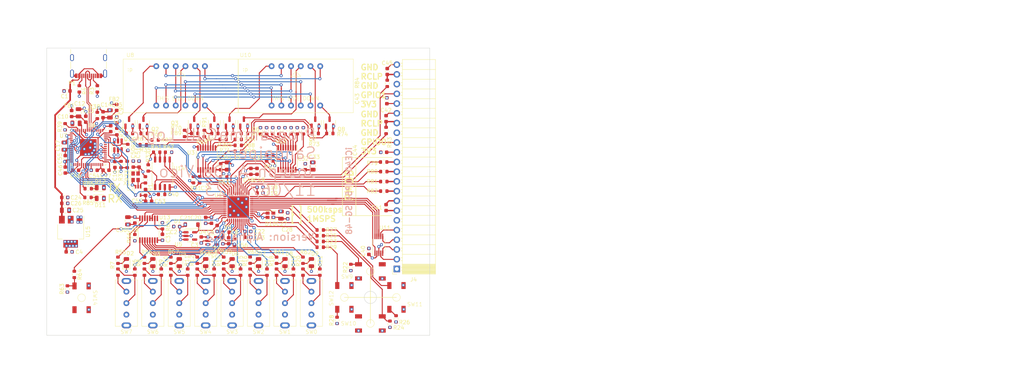
<source format=kicad_pcb>
(kicad_pcb (version 20221018) (generator pcbnew)
  (layers (0 "F.Cu" signal) (1 "In1.Cu" signal) (2 "In2.Cu" signal) (31 "B.Cu" signal) (34 "B.Paste" user) (35 "F.Paste" user) (36 "B.SilkS" user "B.Silkscreen") (37 "F.SilkS" user "F.Silkscreen") (38 "B.Mask" user) (39 "F.Mask" user) (44 "Edge.Cuts" user))
  (net 0 "")
  (net 1 "+5V")
  (net 2 "GND")
  (net 3 "+3V3")
  (net 4 "+2V5")
  (net 5 "+1V2")
  (net 6 "Net-(U1D-VCCPLL)")
  (net 7 "+1V8")
  (net 8 "Net-(U7-VPLL)")
  (net 9 "Net-(U7-VPHY)")
  (net 10 "/~{UI_ULEDSR_CLR}")
  (net 11 "Net-(U12-~{SRCLR})")
  (net 12 "Net-(D2-A)")
  (net 13 "Net-(D3-A)")
  (net 14 "Net-(D4-A)")
  (net 15 "Net-(D5-A)")
  (net 16 "Net-(D6-A)")
  (net 17 "Net-(D7-A)")
  (net 18 "Net-(D8-A)")
  (net 19 "Net-(D9-A)")
  (net 20 "/UI_RGBLED_B")
  (net 21 "/UI_RGBLED_G")
  (net 22 "/UI_RGBLED_R")
  (net 23 "/UI_GPIO1")
  (net 24 "/UI_GPIO0")
  (net 25 "/UI_ADC_SE_CHAN_0")
  (net 26 "/UI_ADC_SE_CHAN_1")
  (net 27 "/UI_ADC_SE_CHAN_2")
  (net 28 "/UI_ADC_SE_CHAN_3")
  (net 29 "/USB_CC")
  (net 30 "/USB_VCONN")
  (net 31 "/UI_MSB_CA0")
  (net 32 "Net-(Q1-C)")
  (net 33 "/UI_MSB_CA1")
  (net 34 "Net-(Q2-C)")
  (net 35 "/UI_MSB_CA2")
  (net 36 "Net-(Q3-C)")
  (net 37 "/UI_MSB_CA3")
  (net 38 "Net-(Q4-C)")
  (net 39 "/UI_LSB_CA0")
  (net 40 "Net-(Q5-C)")
  (net 41 "/UI_LSB_CA1")
  (net 42 "Net-(Q6-C)")
  (net 43 "/UI_LSB_CA2")
  (net 44 "Net-(Q7-C)")
  (net 45 "/UI_LSB_CA3")
  (net 46 "Net-(Q8-C)")
  (net 47 "/USB_D-")
  (net 48 "/USB_D+")
  (net 49 "/UI_SW7")
  (net 50 "/UI_SW6")
  (net 51 "/UI_SW5")
  (net 52 "/UI_SW4")
  (net 53 "/UI_SW3")
  (net 54 "/UI_SW2")
  (net 55 "/UI_SW1")
  (net 56 "/UI_SW0")
  (net 57 "Net-(R22-Pad2)")
  (net 58 "/UI_DPAD_U")
  (net 59 "Net-(R24-Pad2)")
  (net 60 "/UI_DPAD_D")
  (net 61 "Net-(R26-Pad2)")
  (net 62 "/UI_DPAD_R")
  (net 63 "Net-(R28-Pad2)")
  (net 64 "/UI_DPAD_L")
  (net 65 "/FLASH_CS")
  (net 66 "/EEPROM_SPI_DO")
  (net 67 "/EEPROM_SPI_DI")
  (net 68 "/EEPROM_SPI_CS")
  (net 69 "/EEPROM_SPI_CLK")
  (net 70 "Net-(U7-REF)")
  (net 71 "Net-(U7-~{RESET})")
  (net 72 "/FLASH_SCK")
  (net 73 "/UI_SEG_A")
  (net 74 "Net-(U12-QA)")
  (net 75 "/UI_SEG_B")
  (net 76 "Net-(U12-QB)")
  (net 77 "/UI_SEG_C")
  (net 78 "Net-(U12-QC)")
  (net 79 "/UI_SEG_D")
  (net 80 "Net-(U12-QD)")
  (net 81 "/UI_SEG_E")
  (net 82 "Net-(U12-QE)")
  (net 83 "/UI_SEG_F")
  (net 84 "Net-(U12-QF)")
  (net 85 "/UI_SEG_G")
  (net 86 "Net-(U12-QG)")
  (net 87 "/UI_SEG_DP")
  (net 88 "Net-(U12-QH)")
  (net 89 "/~{UI_7SEGSR_OE}")
  (net 90 "/UI_LED_7")
  (net 91 "/UI_LED_6")
  (net 92 "/UI_LED_5")
  (net 93 "/UI_LED_4")
  (net 94 "/UI_LED_3")
  (net 95 "/UI_LED_2")
  (net 96 "/UI_LED_1")
  (net 97 "/UI_LED_0")
  (net 98 "Net-(R63-Pad2)")
  (net 99 "/UI_AUX_BUTTON")
  (net 100 "/~{UI_ULEDSR_OE}")
  (net 101 "/UI_PMOD0_3")
  (net 102 "/UI_PMOD0_2")
  (net 103 "/UI_PMOD0_1")
  (net 104 "/UI_PMOD0_0")
  (net 105 "/UP5K_CDONE")
  (net 106 "/UP5K_CRESET")
  (net 107 "/UI_7SEGSR_DIN")
  (net 108 "/UI_7SEGSR_CLK")
  (net 109 "/UI_7SEGSR_RCLK")
  (net 110 "/FLASH_MOSI")
  (net 111 "/FLASH_MISO")
  (net 112 "/UI_ULEDSR_CLK")
  (net 113 "/UI_ULEDSR_DIN")
  (net 114 "/UI_ADC_DI")
  (net 115 "/~{UI_ADC_CS}")
  (net 116 "/UI_ADC_SCK")
  (net 117 "/UI_ADC_DO")
  (net 118 "Net-(U3-~{SRCLR})")
  (net 121 "/CLK_12M")
  (net 134 "/UP5K_UART_RX")
  (net 135 "/UP5K_UART_TX")
  (net 136 "/UP5K_UART_RTS")
  (net 137 "/UP5K_UART_CTS")
  (net 138 "/UP5K_UART_DTR")
  (net 139 "/UP5K_UART_DSR")
  (net 140 "/UP5K_UART_DCD")
  (net 149 "/UI_7SEG_SER_CARRY")
  (net 151 "Net-(R6-Pad1)")
  (net 152 "Net-(R8-Pad1)")
  (net 153 "Net-(R10-Pad1)")
  (net 154 "Net-(R12-Pad1)")
  (net 155 "Net-(R14-Pad1)")
  (net 156 "Net-(R16-Pad1)")
  (net 157 "Net-(R18-Pad1)")
  (net 158 "Net-(R20-Pad1)")
  (net 160 "Net-(J4-Pin_16)")
  (net 161 "Net-(J4-Pin_21)")
  (net 162 "Net-(J4-Pin_9)")
  (net 163 "Net-(J4-Pin_10)")
  (net 164 "Net-(J4-Pin_11)")
  (net 165 "Net-(J4-Pin_12)")
  (net 166 "Net-(D11-K)")
  (net 167 "Net-(D12-K)")
  (net 168 "Net-(U7-BCBUS4)")
  (net 169 "Net-(U7-BCBUS3)")
  (net 170 "Net-(U14-IO2)")
  (net 171 "Net-(U14-IO3)")
  (net 172 "Net-(U2-OE)")
  (net 173 "Net-(U2-A)")
  (net 175 "Net-(U3-QD)")
  (net 176 "Net-(U3-QH)")
  (net 177 "Net-(U3-QC)")
  (net 178 "Net-(U3-QG)")
  (net 179 "Net-(U3-QB)")
  (net 180 "Net-(U3-QF)")
  (net 181 "Net-(U3-QA)")
  (net 182 "Net-(U3-QE)")
  (footprint "ProgrammaGull_Logic:Alps_SKQGAKE010" (layer "F.Cu") (at 34.1 90.2 -90)
    (fp_text reference "SW14")
    (fp_text value "SW_Push")
  )
  (footprint "ProgrammaGull_Logic:SLW-121586-5A-D" (layer "F.Cu") (at 59.6 91.6 -90)
    (fp_text reference "SW5")
    (fp_text value "~")
  )
  (footprint "Capacitor_SMD:C_0603_1608Metric" (layer "F.Cu") (at 113.5975 43.425 90)
    (fp_text reference "C42")
    (fp_text value "10n")
  )
  (footprint "Resistor_SMD:R_0603_1608Metric" (layer "F.Cu") (at 112.9975 59.85 180)
    (fp_text reference "R81")
    (fp_text value "220R")
  )
  (footprint "Resistor_SMD:R_0603_1608Metric" (layer "F.Cu") (at 64.3 83.5 -90)
    (fp_text reference "R12")
    (fp_text value "10k")
  )
  (footprint "Resistor_SMD:R_0603_1608Metric" (layer "F.Cu") (at 89.4 83.5 90)
    (fp_text reference "R19")
    (fp_text value "220R")
  )
  (footprint "ProgrammaGull_Logic:SC70" (layer "F.Cu") (at 48.85 62.3 -90)
    (fp_text reference "U2")
    (fp_text value "SN74LVC1G126DCKR")
  )
  (footprint "ProgrammaGull_Logic:SLW-121586-5A-D" (layer "F.Cu") (at 66.5 91.6 -90)
    (fp_text reference "SW4")
    (fp_text value "~")
  )
  (footprint "Resistor_SMD:R_0603_1608Metric" (layer "F.Cu") (at 30.4 87.9 90)
    (fp_text reference "R63")
    (fp_text value "10k")
  )
  (footprint "Capacitor_SMD:C_0603_1608Metric" (layer "F.Cu") (at 87.9 68.8 90)
    (fp_text reference "C28")
    (fp_text value "100n")
  )
  (footprint "Resistor_SMD:R_0603_1608Metric" (layer "F.Cu") (at 68.7 83.5 90)
    (fp_text reference "R13")
    (fp_text value "220R")
  )
  (footprint "Resistor_SMD:R_0603_1608Metric" (layer "F.Cu") (at 43.6 80.4 90)
    (fp_text reference "R55")
    (fp_text value "220R")
  )
  (footprint "Capacitor_SMD:C_0603_1608Metric" (layer "F.Cu") (at 69.5 72.1 -90)
    (fp_text reference "C5")
    (fp_text value "1u")
  )
  (footprint "ProgrammaGull_Logic:SLW-121586-5A-D" (layer "F.Cu") (at 94.1 91.6 -90)
    (fp_text reference "SW0")
    (fp_text value "~")
  )
  (footprint "Resistor_SMD:R_0603_1608Metric" (layer "F.Cu") (at 82.5 83.5 90)
    (fp_text reference "R17")
    (fp_text value "220R")
  )
  (footprint "Resistor_SMD:R_0603_1608Metric" (layer "F.Cu") (at 63.3 59.375 -90)
    (fp_text reference "R51")
    (fp_text value "10k")
  )
  (footprint "Package_TO_SOT_SMD:SOT-23" (layer "F.Cu") (at 68.75 44.5 90)
    (fp_text reference "Q4")
    (fp_text value "MMBT2907")
  )
  (footprint "Connector_USB:USB_C_Receptacle_GCT_USB4105-xx-A_16P_TopMnt_Horizontal" (layer "F.Cu") (at 35.92 28.575 180)
    (fp_text reference "P1")
    (fp_text value "USB_C_Plug_USB2.0")
  )
  (footprint "Resistor_SMD:R_0603_1608Metric" (layer "F.Cu") (at 46 55.4 90)
    (fp_text reference "R33")
    (fp_text value "2k2")
  )
  (footprint "Capacitor_SMD:C_0603_1608Metric" (layer "F.Cu") (at 92.5 56 90)
    (fp_text reference "C32")
    (fp_text value "100n")
  )
  (footprint "Capacitor_SMD:C_0603_1608Metric" (layer "F.Cu") (at 35.2 43.575 90)
    (fp_text reference "C13")
    (fp_text value "100n")
  )
  (footprint "Capacitor_SMD:C_0603_1608Metric" (layer "F.Cu") (at 43.3 43.8 90)
    (fp_text reference "C9")
    (fp_text value "100n")
  )
  (footprint "Resistor_SMD:R_0603_1608Metric" (layer "F.Cu") (at 71.7625 73.075 180)
    (fp_text reference "R5")
    (fp_text value "100R")
  )
  (footprint "Capacitor_SMD:C_0603_1608Metric" (layer "F.Cu") (at 42.8 55.4 -90)
    (fp_text reference "C16")
    (fp_text value "100n")
  )
  (footprint "Capacitor_SMD:C_0603_1608Metric" (layer "F.Cu") (at 41.7 46.05 90)
    (fp_text reference "C11")
    (fp_text value "100n")
  )
  (footprint "ProgrammaGull_Logic:SLW-121586-5A-D" (layer "F.Cu") (at 80.3 91.6 -90)
    (fp_text reference "SW2")
    (fp_text value "~")
  )
  (footprint "Resistor_SMD:R_0603_1608Metric" (layer "F.Cu") (at 63.6 47.3)
    (fp_text reference "R70")
    (fp_text value "10k")
  )
  (footprint "Resistor_SMD:R_0603_1608Metric" (layer "F.Cu") (at 35.775 64 180)
    (fp_text reference "R85")
    (fp_text value "220R")
  )
  (footprint "Resistor_SMD:R_0603_1608Metric" (layer "F.Cu") (at 78.1 83.5 -90)
    (fp_text reference "R16")
    (fp_text value "10k")
  )
  (footprint "Capacitor_SMD:C_0603_1608Metric" (layer "F.Cu") (at 29.85 56.85 -90)
    (fp_text reference "C46")
    (fp_text value "100n")
  )
  (footprint "Resistor_SMD:R_0603_1608Metric" (layer "F.Cu") (at 113.5975 46.525 -90)
    (fp_text reference "R83")
    (fp_text value "100R")
  )
  (footprint "Resistor_SMD:R_0603_1608Metric" (layer "F.Cu") (at 48 83.5 90)
    (fp_text reference "R6")
    (fp_text value "220R")
  )
  (footprint "LED_SMD:LED_0805_2012Metric" (layer "F.Cu") (at 94.1 81 90)
    (fp_text reference "D9")
    (fp_text value "LED")
  )
  (footprint "Package_TO_SOT_SMD:SOT-23-5" (layer "F.Cu") (at 62.4875 74.05)
    (fp_text reference "U5")
    (fp_text value "MIC5504-2.5YM5")
  )
  (footprint "Resistor_SMD:R_0603_1608Metric" (layer "F.Cu") (at 54.9 83.5 90)
    (fp_text reference "R9")
    (fp_text value "220R")
  )
  (footprint "Resistor_SMD:R_0603_1608Metric" (layer "F.Cu") (at 75 51.95 180)
    (fp_text reference "R90")
    (fp_text value "680R")
  )
  (footprint "Resistor_SMD:R_0603_1608Metric" (layer "F.Cu") (at 57.4 83.5 -90)
    (fp_text reference "R10")
    (fp_text value "10k")
  )
  (footprint "Capacitor_SMD:C_0805_2012Metric" (layer "F.Cu") (at 32.65 44.65 180)
    (fp_text reference "C10")
    (fp_text value "4u7")
  )
  (footprint "Capacitor_SMD:C_0805_2012Metric" (layer "F.Cu") (at 41.5 42.2 90)
    (fp_text reference "C15")
    (fp_text value "4u7")
  )
  (footprint "Resistor_SMD:R_0603_1608Metric" (layer "F.Cu") (at 43.3 46.8 90)
    (fp_text reference "R34")
    (fp_text value "10k")
  )
  (footprint "Capacitor_SMD:C_0603_1608Metric" (layer "F.Cu") (at 74 75.7 -90)
    (fp_text reference "C56")
    (fp_text value "100n")
  )
  (footprint "Capacitor_SMD:C_0805_2012Metric" (layer "F.Cu") (at 86.15 68.6 90)
    (fp_text reference "C27")
    (fp_text value "4u7")
  )
  (footprint "Resistor_SMD:R_0603_1608Metric" (layer "F.Cu") (at 33.51 35.655 90)
    (fp_text reference "R4")
    (fp_text value "56k")
  )
  (footprint "Resistor_SMD:R_0603_1608Metric" (layer "F.Cu") (at 38.21 35.655 90)
    (fp_text reference "R3")
    (fp_text value "56k")
  )
  (footprint "LED_SMD:LED_0805_2012Metric" (layer "F.Cu") (at 45.8 81 90)
    (fp_text reference "D2")
    (fp_text value "LED")
  )
  (footprint "Capacitor_SMD:C_0603_1608Metric" (layer "F.Cu") (at 29.85 53.85 90)
    (fp_text reference "C55")
    (fp_text value "100n")
  )
  (footprint "Capacitor_SMD:C_0603_1608Metric" (layer "F.Cu") (at 80.7 62.85)
    (fp_text reference "C19")
    (fp_text value "1u")
  )
  (footprint "Capacitor_SMD:C_0603_1608Metric" (layer "F.Cu") (at 109.1 78.1 90)
    (fp_text reference "C40")
    (fp_text value "100n")
  )
  (footprint "Resistor_SMD:R_0603_1608Metric" (layer "F.Cu") (at 87.2 46.6 -90)
    (fp_text reference "R47" hide)
    (fp_text value "383R")
  )
  (footprint "Package_TO_SOT_SMD:SOT-23" (layer "F.Cu") (at 76.475 44.5 90)
    (fp_text reference "Q6")
    (fp_text value "MMBT2907")
  )
  (footprint "ProgrammaGull_Logic:Alps_SKQGAKE010" (layer "F.Cu") (at 109.5 96.9 180)
    (fp_text reference "SW10")
    (fp_text value "SW_Push")
  )
  (footprint "Resistor_SMD:R_0603_1608Metric" (layer "F.Cu") (at 96.3 83.5 90)
    (fp_text reference "R21")
    (fp_text value "220R")
  )
  (footprint "Capacitor_SMD:C_0603_1608Metric" (layer "F.Cu") (at 55.2 74.4 -90)
    (fp_text reference "C31")
    (fp_text value "100n")
  )
  (footprint "Resistor_SMD:R_0603_1608Metric" (layer "F.Cu") (at 78.1 80.375 90)
    (fp_text reference "R60")
    (fp_text value "220R")
  )
  (footprint "Resistor_SMD:R_0603_1608Metric" (layer "F.Cu") (at 114.6 97.1 90)
    (fp_text reference "R24")
    (fp_text value "10k")
  )
  (footprint "Package_SO:VSSOP-10_3x3mm_P0.5mm" (layer "F.Cu") (at 111.6975 76.37 90)
    (fp_text reference "U11")
    (fp_text value "ADC084S051CIMM/NOPB")
  )
  (footprint "Package_TO_SOT_SMD:SOT-23-5" (layer "F.Cu") (at 68.2 75.325)
    (fp_text reference "U4")
    (fp_text value "MIC5504-1.2YM5")
  )
  (footprint "Resistor_SMD:R_0603_1608Metric" (layer "F.Cu") (at 96.4 74)
    (fp_text reference "R25")
    (fp_text value "220R")
  )
  (footprint "Capacitor_SMD:C_0603_1608Metric" (layer "F.Cu") (at 48 69.9 -90)
    (fp_text reference "C29")
    (fp_text value "100n")
  )
  (footprint "Capacitor_SMD:C_0805_2012Metric" (layer "F.Cu") (at 72.2 55.8 90)
    (fp_text reference "C35")
    (fp_text value "4u7")
  )
  (footprint "Capacitor_SMD:C_0603_1608Metric" (layer "F.Cu") (at 77.5 74.4)
    (fp_text reference "C23")
    (fp_text value "1u")
  )
  (footprint "Resistor_SMD:R_0603_1608Metric" (layer "F.Cu") (at 32.2 84.1 -90)
    (fp_text reference "R64")
    (fp_text value "220R")
  )
  (footprint "Resistor_SMD:R_0603_1608Metric" (layer "F.Cu") (at 46.6 47.3)
    (fp_text reference "R67")
    (fp_text value "10k")
  )
  (footprint "ProgrammaGull_Logic:SLW-121586-5A-D" (layer "F.Cu") (at 87.2 91.6 -90)
    (fp_text reference "SW1")
    (fp_text value "~")
  )
  (footprint "LED_SMD:LED_0805_2012Metric" (layer "F.Cu") (at 73.4 81 90)
    (fp_text reference "D6")
    (fp_text value "LED")
  )
  (footprint "Resistor_SMD:R_0603_1608Metric" (layer "F.Cu") (at 112.9725 54.75 180)
    (fp_text reference "R79")
    (fp_text value "220R")
  )
  (footprint "Capacitor_SMD:C_0603_1608Metric" (layer "F.Cu") (at 40.475 56.9 180)
    (fp_text reference "C47")
    (fp_text value "100n")
  )
  (footprint "Capacitor_SMD:C_0603_1608Metric" (layer "F.Cu") (at 68 69.975 -90)
    (fp_text reference "C20")
    (fp_text value "100n")
  )
  (footprint "Resistor_SMD:R_0603_1608Metric" (layer "F.Cu") (at 96.4 75.5)
    (fp_text reference "R23")
    (fp_text value "220R")
  )
  (footprint "Resistor_SMD:R_0603_1608Metric" (layer "F.Cu") (at 66.15 47.3 -90)
    (fp_text reference "R91")
    (fp_text value "680R")
  )
  (footprint "Resistor_SMD:R_0603_1608Metric" (layer "F.Cu") (at 61 47.3 -90)
    (fp_text reference "R89")
    (fp_text value "680R")
  )
  (footprint "LED_SMD:LED_0805_2012Metric" (layer "F.Cu") (at 38.9875 64.25)
    (fp_text reference "D11")
    (fp_text value "LED")
  )
  (footprint "Package_SO:TSSOP-16_4.4x5mm_P0.65mm" (layer "F.Cu") (at 87.7 53.9 -90)
    (fp_text reference "U12")
    (fp_text value "74HC596")
  )
  (footprint "Package_TO_SOT_SMD:SOT-23" (layer "F.Cu") (at 50.25 44.5 90)
    (fp_text reference "Q2")
    (fp_text value "MMBT2907")
  )
  (footprint "Package_DFN_QFN:QFN-48-1EP_7x7mm_P0.5mm_EP5.6x5.6mm" (layer "F.Cu") (at 75 66.5 -90)
    (fp_text reference "U1")
    (fp_text value "ICE40UP5K-SG48ITR")
  )
  (footprint "ProgrammaGull_Logic:Alps_SKQGAKE010" (layer "F.Cu") (at 116.3 90.1 -90)
    (fp_text reference "SW11")
    (fp_text value "SW_Push")
  )
  (footprint "Resistor_SMD:R_0603_1608Metric" (layer "F.Cu") (at 44.4 55.4 90)
    (fp_text reference "R37")
    (fp_text value "10k")
  )
  (footprint "Capacitor_SMD:C_0603_1608Metric" (layer "F.Cu") (at 32.55 56.9 180)
    (fp_text reference "C46")
    (fp_text value "100n")
  )
  (footprint "Resistor_SMD:R_0603_1608Metric" (layer "F.Cu") (at 80.8 46.6 -90)
    (fp_text reference "R43" hide)
    (fp_text value "383R")
  )
  (footprint "Capacitor_SMD:C_0603_1608Metric" (layer "F.Cu") (at 113.8975 31.125 90)
    (fp_text reference "C45")
    (fp_text value "10n")
  )
  (footprint "Capacitor_SMD:C_0603_1608Metric" (layer "F.Cu") (at 72.5 75.3 -90)
    (fp_text reference "C8")
    (fp_text value "100n")
  )
  (footprint "Capacitor_SMD:C_0603_1608Metric" (layer "F.Cu") (at 39.7 42.4 90)
    (fp_text reference "C14")
    (fp_text value "100n")
  )
  (footprint "Capacitor_SMD:C_0603_1608Metric" (layer "F.Cu") (at 112.975 52.2 180)
    (fp_text reference "C44")
    (fp_text value "100n")
  )
  (footprint "Resistor_SMD:R_0603_1608Metric" (layer "F.Cu") (at 85 83.5 -90)
    (fp_text reference "R18")
    (fp_text value "10k")
  )
  (footprint "Package_TO_SOT_SMD:SOT-23" (layer "F.Cu") (at 98.85 44.5 90)
    (fp_text reference "Q8")
    (fp_text value "MMBT2907")
  )
  (footprint "Resistor_SMD:R_0603_1608Metric" (layer "F.Cu") (at 35.825 61.7 180)
    (fp_text reference "R86")
    (fp_text value "220R")
  )
  (footprint "Diode_SMD:D_SOD-123" (layer "F.Cu") (at 62.825 71.1 180)
    (fp_text reference "D1")
    (fp_text value "1N4148W")
  )
  (footprint "ProgrammaGull_Logic:SLW-121586-5A-D" (layer "F.Cu") (at 52.7 91.6 -90)
    (fp_text reference "SW6")
    (fp_text value "~")
  )
  (footprint "LED_SMD:LED_0805_2012Metric" (layer "F.Cu") (at 80.3 81 90)
    (fp_text reference "D7")
    (fp_text value "LED")
  )
  (footprint "Resistor_SMD:R_0603_1608Metric" (layer "F.Cu") (at 82.4 46.6 -90)
    (fp_text reference "R44" hide)
    (fp_text value "383R")
  )
  (footprint "Resistor_SMD:R_0603_1608Metric" (layer "F.Cu") (at 50.425 47.3)
    (fp_text reference "R68")
    (fp_text value "10k")
  )
  (footprint "ProgrammaGull_Logic:SLW-121586-5A-D" (layer "F.Cu") (at 45.8 91.6 -90)
    (fp_text reference "SW7")
    (fp_text value "~")
  )
  (footprint "Resistor_SMD:R_0603_1608Metric" (layer "F.Cu") (at 96.4 77)
    (fp_text reference "R29")
    (fp_text value "220R")
  )
  (footprint "ProgrammaGull_Logic:MHDA3641SRBW" (layer "F.Cu") (at 53.6 40)
    (fp_text reference "U8")
    (fp_text value "~")
  )
  (footprint "Package_TO_SOT_SMD:SOT-223-3_TabPin2" (layer "F.Cu") (at 31.25 72.95 -90)
    (fp_text reference "U15")
    (fp_text value "AMS1117-3.3")
  )
  (footprint "Capacitor_SMD:C_0603_1608Metric" (layer "F.Cu") (at 78.3 57.2 90)
    (fp_text reference "C48")
    (fp_text value "100n")
  )
  (footprint "Resistor_SMD:R_0603_1608Metric" (layer "F.Cu") (at 57.4 80.4 90)
    (fp_text reference "R57")
    (fp_text value "220R")
  )
  (footprint "Inductor_SMD:L_0603_1608Metric" (layer "F.Cu") (at 31.5 42.1 90)
    (fp_text reference "FB1")
    (fp_text value "FerriteBead_Small")
  )
  (footprint "Resistor_SMD:R_0603_1608Metric" (layer "F.Cu") (at 98.9 47.3)
    (fp_text reference "R74")
    (fp_text value "10k")
  )
  (footprint "Package_TO_SOT_SMD:SOT-23" (layer "F.Cu") (at 95.1 44.5 90)
    (fp_text reference "Q7")
    (fp_text value "MMBT2907")
  )
  (footprint "Resistor_SMD:R_0603_1608Metric" (layer "F.Cu") (at 84 53.7 -90)
    (fp_text reference "R52")
    (fp_text value "10k")
  )
  (footprint "Resistor_SMD:R_0603_1608Metric" (layer "F.Cu") (at 90.4 46.6 -90)
    (fp_text reference "R49" hide)
    (fp_text value "383R")
  )
  (footprint "Capacitor_SMD:C_0603_1608Metric" (layer "F.Cu") (at 77.5 72.9)
    (fp_text reference "C22")
    (fp_text value "100n")
  )
  (footprint "Resistor_SMD:R_0603_1608Metric" (layer "F.Cu") (at 71.2 80.4 90)
    (fp_text reference "R59")
    (fp_text value "220R")
  )
  (footprint "Resistor_SMD:R_0603_1608Metric" (layer "F.Cu") (at 68.9 47.3)
    (fp_text reference "R69")
    (fp_text value "10k")
  )
  (footprint "ProgrammaGull_Logic:Alps_SKQGAKE010" (layer "F.Cu") (at 109.5 83.3 180)
    (fp_text reference "SW9")
    (fp_text value "SW_Push")
  )
  (footprint "Resistor_SMD:R_0603_1608Metric" (layer "F.Cu") (at 71.05 48.85 180)
    (fp_text reference "R2")
    (fp_text value "680R")
  )
  (footprint "Oscillator:Oscillator_SMD_SeikoEpson_SG210-4Pin_2.5x2.0mm" (layer "F.Cu") (at 48.2 58.6 -90)
    (fp_text reference "X1")
    (fp_text value "SG-210STF")
  )
  (footprint "Resistor_SMD:R_0603_1608Metric" (layer "F.Cu") (at 104.4 82.275 90)
    (fp_text reference "R22")
    (fp_text value "10k")
  )
  (footprint "Capacitor_SMD:C_0603_1608Metric" (layer "F.Cu") (at 30.3 36.2 180)
    (fp_text reference "C1")
    (fp_text value "1u")
  )
  (footprint "LED_SMD:LED_0805_2012Metric" (layer "F.Cu") (at 59.6 81 90)
    (fp_text reference "D4")
    (fp_text value "LED")
  )
  (footprint "LED_SMD:LED_0805_2012Metric" (layer "F.Cu") (at 66.5 81 90)
    (fp_text reference "D5")
    (fp_text value "LED")
  )
  (footprint "Resistor_SMD:R_0603_1608Metric" (layer "F.Cu") (at 55 63.2 180)
    (fp_text reference "R40")
    (fp_text value "10k")
  )
  (footprint "Package_TO_SOT_SMD:SOT-23-6" (layer "F.Cu") (at 43.6 50.4 90)
    (fp_text reference "U6")
    (fp_text value "93LCxxAxxOT")
  )
  (footprint "Capacitor_SMD:C_0805_2012Metric" (layer "F.Cu") (at 33.3 41.9 90)
    (fp_text reference "C12")
    (fp_text value "4u7")
  )
  (footprint "Resistor_SMD:R_0603_1608Metric" (layer "F.Cu") (at 75.6 83.5 90)
    (fp_text reference "R15")
    (fp_text value "220R")
  )
  (footprint "Resistor_SMD:R_0603_1608Metric" (layer "F.Cu") (at 53.3 49)
    (fp_text reference "R87")
    (fp_text value "680R")
  )
  (footprint "Capacitor_SMD:C_0603_1608Metric" (layer "F.Cu") (at 82.4 53.7 -90)
    (fp_text reference "C37")
    (fp_text value "100n")
  )
  (footprint "Capacitor_SMD:C_0805_2012Metric" (layer "F.Cu") (at 29.9 67.35)
    (fp_text reference "C25")
    (fp_text value "4u7")
  )
  (footprint "Capacitor_SMD:C_0603_1608Metric" (layer "F.Cu") (at 113.5975 66.65 90)
    (fp_text reference "C41")
    (fp_text value "100n")
  )
  (footprint "Package_DFN_QFN:QFN-64-1EP_9x9mm_P0.5mm_EP4.35x4.35mm" (layer "F.Cu") (at 35.85 50.95 -90)
    (fp_text reference "U7")
    (fp_text value "FT2232HQ")
  )
  (footprint "Resistor_SMD:R_0603_1608Metric" (layer "F.Cu") (at 75 48.85 180)
    (fp_text reference "R54")
    (fp_text value "680R")
  )
  (footprint "Resistor_SMD:R_0603_1608Metric" (layer "F.Cu") (at 116.2 95.7 90)
    (fp_text reference "R26")
    (fp_text value "10k")
  )
  (footprint "Resistor_SMD:R_0603_1608Metric" (layer "F.Cu") (at 46.15 50.95 -90)
    (fp_text reference "R36")
    (fp_text value "10k")
  )
  (footprint "Resistor_SMD:R_0603_1608Metric" (layer "F.Cu") (at 72.825 47.3)
    (fp_text reference "R71")
    (fp_text value "10k")
  )
  (footprint "Resistor_SMD:R_0603_1608Metric" (layer "F.Cu") (at 85 80.4 90)
    (fp_text reference "R61")
    (fp_text value "220R")
  )
  (footprint "Capacitor_SMD:C_0603_1608Metric" (layer "F.Cu") (at 29.7 65.55)
    (fp_text reference "C26")
    (fp_text value "100n")
  )
  (footprint "ProgrammaGull_Logic:MHDA3641SRBW" (layer "F.Cu") (at 83.7 40)
    (fp_text reference "U10")
    (fp_text value "~")
  )
  (footprint "Resistor_SMD:R_0603_1608Metric" (layer "F.Cu") (at 50.2 50.25)
    (fp_text reference "R35")
    (fp_text value "680R")
  )
  (footprint "Capacitor_SMD:C_0805_2012Metric" (layer "F.Cu") (at 94.45 55.8 90)
    (fp_text reference "C33")
    (fp_text value "4u7")
  )
  (footprint "Capacitor_SMD:C_0603_1608Metric" (layer "F.Cu") (at 64.9 59.375 -90)
    (fp_text reference "C36")
    (fp_text value "100n")
  )
  (footprint "Resistor_SMD:R_0603_1608Metric" (layer "F.Cu") (at 64.3 80.4 90)
    (fp_text reference "R58")
    (fp_text value "220R")
  )
  (footprint "Resistor_SMD:R_0603_1608Metric" (layer "F.Cu") (at 113.8975 34.225 -90)
    (fp_text reference "R84")
    (fp_text value "100R")
  )
  (footprint "Capacitor_SMD:C_0603_1608Metric" (layer "F.Cu") (at 66.5 69.975 -90)
    (fp_text reference "C21")
    (fp_text value "1u")
  )
  (footprint "Resistor_SMD:R_0603_1608Metric" (layer "F.Cu") (at 96.4 72.5)
    (fp_text reference "R27")
    (fp_text value "220R")
  )
  (footprint "Resistor_SMD:R_0603_1608Metric" (layer "F.Cu") (at 53.7 52.2 180)
    (fp_text reference "R41")
    (fp_text value "10k")
  )
  (footprint "Package_SO:SOIC-8_5.23x5.23mm_P1.27mm" (layer "F.Cu") (at 55.2 57.7 90)
    (fp_text reference "U14")
    (fp_text value "W25Q32JVSS")
  )
  (footprint "LED_SMD:LED_Cree-PLCC4_2x2mm_CW" (layer "F.Cu") (at 83.4125 68.65 180)
    (fp_text reference "D10")
    (fp_text value "LED_ABGR")
  )
  (footprint "Capacitor_SMD:C_0603_1608Metric" (layer "F.Cu") (at 51.6 65)
    (fp_text reference "C53")
    (fp_text value "10n")
  )
  (footprint "Resistor_SMD:R_0603_1608Metric" (layer "F.Cu") (at 38.2 42.6 -90)
    (fp_text reference "R38")
    (fp_text value "12k 1%")
  )
  (footprint "ProgrammaGull_Logic:SLW-121586-5A-D" (layer "F.Cu") (at 73.4 91.6 -90)
    (fp_text reference "SW3")
    (fp_text value "~")
  )
  (footprint "Resistor_SMD:R_0603_1608Metric" (layer "F.Cu") (at 50.5 83.5 -90)
    (fp_text reference "R8")
    (fp_text value "10k")
  )
  (footprint "Resistor_SMD:R_0603_1608Metric" (layer "F.Cu") (at 55.2 71.4 90)
    (fp_text reference "R65")
    (fp_text value "10k")
  )
  (footprint "Resistor_SMD:R_0603_1608Metric" (layer "F.Cu") (at 95.1 47.3)
    (fp_text reference "R73")
    (fp_text value "10k")
  )
  (footprint "Resistor_SMD:R_0603_1608Metric" (layer "F.Cu") (at 71.2 83.5 -90)
    (fp_text reference "R14")
    (fp_text value "10k")
  )
  (footprint "Resistor_SMD:R_0603_1608Metric" (layer "F.Cu") (at 51.5 56.3 90)
    (fp_text reference "R32")
    (fp_text value "10k")
  )
  (footprint "Resistor_SMD:R_0603_1608Metric" (layer "F.Cu") (at 61.8 83.5 90)
    (fp_text reference "R11")
    (fp_text value "220R")
  )
  (footprint "Capacitor_SMD:C_0603_1608Metric" (layer "F.Cu") (at 30.85 78.2)
    (fp_text reference "C4")
    (fp_text value "1u")
  )
  (footprint "Resistor_SMD:R_0603_1608Metric" (layer "F.Cu") (at 43.6 83.5 -90)
    (fp_text reference "R7")
    (fp_text value "10k")
  )
  (footprint "Resistor_SMD:R_0603_1608Metric" (layer "F.Cu") (at 112.9975 57.25 180)
    (fp_text reference "R80")
    (fp_text value "220R")
  )
  (footprint "Capacitor_SMD:C_0603_1608Metric" (layer "F.Cu") (at 65.35 75.1 -90)
    (fp_text reference "C3")
    (fp_text value "1u")
  )
  (footprint "Capacitor_SMD:C_0603_1608Metric" (layer "F.Cu") (at 58.925 71.6 180)
    (fp_text reference "C2")
    (fp_text value "1u")
  )
  (footprint "Resistor_SMD:R_0603_1608Metric" (layer "F.Cu") (at 112.9975 62.35 180)
    (fp_text reference "R82")
    (fp_text value "220R")
  )
  (footprint "Package_TO_SOT_SMD:SOT-23" (layer "F.Cu") (at 63.5 44.5 90)
    (fp_text reference "Q3")
    (fp_text value "MMBT2907")
  )
  (footprint "Capacitor_SMD:C_0603_1608Metric" (layer "F.Cu") (at 79.9 57.2 90)
    (fp_text reference "C49")
    (fp_text value "10n")
  )
  (footprint "Resistor_SMD:R_0603_1608Metric" (layer "F.Cu") (at 91.9 80.4 90)
    (fp_text reference "R62")
    (fp_text value "220R")
  )
  (footprint "Resistor_SMD:R_0603_1608Metric" (layer "F.Cu") (at 88.8 46.6 -90)
    (fp_text reference "R48" hide)
    (fp_text value "383R")
  )
  (footprint "Capacitor_SMD:C_0805_2012Metric" (layer "F.Cu") (at 46.2 70.1 -90)
    (fp_text reference "C30")
    (fp_text value "4u7")
  )
  (footprint "Resistor_SMD:R_0603_1608Metric" (layer "F.Cu") (at 100.8 96.1 90)
    (fp_text reference "R28")
    (fp_text value "10k")
  )
  (footprint "Inductor_SMD:L_0603_1608Metric" (layer "F.Cu") (at 43.25 40.5 90)
    (fp_text reference "FB2")
    (fp_text value "FerriteBead_Small")
  )
  (footprint "ProgrammaGull_Logic:Alps_SKQGAKE010" (layer "F.Cu") (at 102.7 90.1 -90)
    (fp_text reference "SW12")
    (fp_text value "SW_Push")
  )
  (footprint "LED_SMD:LED_0805_2012Metric" (layer "F.Cu") (at 38.9875 61.45)
    (fp_text reference "D12")
    (fp_text value "LED")
  )
  (footprint "LED_SMD:LED_0805_2012Metric" (layer "F.Cu") (at 87.2 81 90)
    (fp_text reference "D8")
    (fp_text value "LED")
  )
  (footprint "Capacitor_SMD:C_0603_1608Metric" (layer "F.Cu") (at 80.7 61.35)
    (fp_text reference "C18")
    (fp_text value "100n")
  )
  (footprint "Resistor_SMD:R_0603_1608Metric" (layer "F.Cu") (at 50.75 59.4 90)
    (fp_text reference "R1")
    (fp_text value "10k")
  )
  (footprint "Capacitor_SMD:C_0603_1608Metric" (layer "F.Cu") (at 70.4 56 90)
    (fp_text reference "C34")
    (fp_text value "100n")
  )
  (footprint "Package_TO_SOT_SMD:SOT-23" (layer "F.Cu") (at 72.725 44.5 90)
    (fp_text reference "Q5")
    (fp_text value "MMBT2907")
  )
  (footprint "Resistor_SMD:R_0603_1608Metric" (layer "F.Cu") (at 48 74.5 90)
    (fp_text reference "R66")
    (fp_text value "10k")
  )
  (footprint "Capacitor_SMD:C_0603_1608Metric" (layer "F.Cu") (at 47.6 55.3 90)
    (fp_text reference "C50")
    (fp_text value "100n")
  )
  (footprint "Package_SO:TSSOP-16_4.4x5mm_P0.65mm" (layer "F.Cu") (at 51.6 72.3 90)
    (fp_text reference "U13")
    (fp_text value "74AHC595")
  )
  (footprint "Resistor_SMD:R_0603_1608Metric" (layer "F.Cu") (at 92 46.6 -90)
    (fp_text reference "R50" hide)
    (fp_text value "383R")
  )
  (footprint "Capacitor_SMD:C_0603_1608Metric" (layer "F.Cu") (at 50.8 62.7 90)
    (fp_text reference "C52")
    (fp_text value "100n")
  )
  (footprint "Capacitor_SMD:C_0603_1608Metric" (layer "F.Cu") (at 29.7 64)
    (fp_text reference "C24")
    (fp_text value "1u")
  )
  (footprint "Capacitor_SMD:C_0603_1608Metric" (layer "F.Cu") (at 113.8 38.75 90)
    (fp_text reference "C43")
    (fp_text value "100n")
  )
  (footprint "Resistor_SMD:R_0603_1608Metric" (layer "F.Cu") (at 29.8 45.55 -90)
    (fp_text reference "R39")
    (fp_text value "10k")
  )
  (footprint "Resistor_SMD:R_0603_1608Metric" (layer "F.Cu") (at 91.9 83.5 -90)
    (fp_text reference "R20")
    (fp_text value "10k")
  )
  (footprint "Resistor_SMD:R_0603_1608Metric" (layer "F.Cu") (at 76.625 47.3)
    (fp_text reference "R72")
    (fp_text value "10k")
  )
  (footprint "Package_TO_SOT_SMD:SOT-23" (layer "F.Cu") (at 46.5 44.5 90)
    (fp_text reference "Q1")
    (fp_text value "MMBT2907")
  )
  (footprint "Resistor_SMD:R_0603_1608Metric" (layer "F.Cu") (at 50.5 80.4 90)
    (fp_text reference "R56")
    (fp_text value "220R")
  )
  (footprint "Connector_PinSocket_2.54mm:PinSocket_1x22_P2.54mm_Horizontal" (layer "F.Cu") (at 116.3975 82.67 180)
    (fp_text reference "J4")
    (fp_text value "Conn_01x22_Socket")
  )
  (footprint "Resistor_SMD:R_0603_1608Metric" (layer "F.Cu") (at 75 50.4 180)
    (fp_text reference "R88")
    (fp_text value "680R")
  )
  (footprint "Capacitor_SMD:C_0603_1608Metric" (layer "F.Cu") (at 71 75.325 -90)
    (fp_text reference "C6")
    (fp_text value "1u")
  )
  (footprint "Resistor_SMD:R_0603_1608Metric" (layer "F.Cu") (at 56.8 52.2)
    (fp_text reference "R42")
    (fp_text value "10k")
  )
  (footprint "Capacitor_SMD:C_0603_1608Metric" (layer "F.Cu") (at 37.4 56.9)
    (fp_text reference "C54")
    (fp_text value "100n")
  )
  (footprint "Capacitor_SMD:C_0805_2012Metric" (layer "F.Cu") (at 29.6 50.6 -90)
    (fp_text reference "C17")
    (fp_text value "4u7")
  )
  (footprint "Resistor_SMD:R_0603_1608Metric" (layer "F.Cu") (at 85.6 46.6 -90)
    (fp_text reference "R46" hide)
    (fp_text value "383R")
  )
  (footprint "Resistor_SMD:R_0603_1608Metric" (layer "F.Cu") (at 84 46.6 -90)
    (fp_text reference "R45" hide)
    (fp_text value "383R")
  )
  (footprint "Package_SO:TSSOP-16_4.4x5mm_P0.65mm" (layer "F.Cu") (at 66.775 53.9625 -90)
    (fp_text reference "U3")
    (fp_text value "74HC596")
  )
  (footprint "LED_SMD:LED_0805_2012Metric" (layer "F.Cu") (at 52.7 81 90)
    (fp_text reference "D3")
    (fp_text value "LED")
  )
  (footprint "Resistor_SMD:R_0603_1608Metric" (layer "F.Cu") (at 71.2 58.7 180)
    (fp_text reference "R53")
    (fp_text value "10k")
  )
  (footprint "Capacitor_SMD:C_0603_1608Metric" (layer "F.Cu") (at 49.1 55.3 90)
    (fp_text reference "C51")
    (fp_text value "10n")
  )
  (gr_line (start 105.7 53.55) (end 105.7 65.75) (stroke (width 0.15)) (layer "F.SilkS"))
  (gr_line (start 109.5 90.1) (end 109.5 96.9) (stroke (width 0.15)) (layer "F.SilkS"))
  (gr_line (start 105.7 53.55) (end 102.2 53.55) (stroke (width 0.15)) (layer "F.SilkS"))
  (gr_line (start 102.2 68.75) (end 102.2 68.55) (stroke (width 0.15)) (layer "F.SilkS"))
  (gr_line (start 115.1 68.75) (end 105.7 68.75) (stroke (width 0.15)) (layer "F.SilkS"))
  (gr_line (start 115.2 53.55) (end 105.7 53.55) (stroke (width 0.15)) (layer "F.SilkS"))
  (gr_line (start 105.7 68.75) (end 105.7 65.75) (stroke (width 0.15)) (layer "F.SilkS"))
  (gr_line (start 105.7 68.75) (end 102.2 68.75) (stroke (width 0.15)) (layer "F.SilkS"))
  (gr_line (start 109.5 90.1) (end 116.3 90.1) (stroke (width 0.15)) (layer "F.SilkS"))
  (gr_line (start 109.5 90.1) (end 102.7 90.1) (stroke (width 0.15)) (layer "F.SilkS"))
  (gr_line (start 102.2 53.55) (end 102.2 68.55) (stroke (width 0.15)) (layer "F.SilkS"))
  (gr_line (start 109.5 90.1) (end 109.5 83.3) (stroke (width 0.15)) (layer "F.SilkS"))
  (gr_rect locked (start 25 25) (end 125 100) (stroke (width 0.1)) (fill none) (layer "Edge.Cuts"))
  (gr_circle (center 109.5 90.1) (end 109.5 88.5) (stroke (width 0.1)) (fill none) (layer "Edge.Cuts"))
  (gr_text "ProgrammaGull Logic\nSandpiper\nJoseph A. De Vico\n11/06/2023" (at 95.55 63.85) (layer "B.SilkS") (effects (font (size 3 3) (thickness 0.3) bold) (justify left bottom mirror)))
  (gr_text "iCE40-UP5k SG-48" (at 104.8 50.7 90) (layer "B.SilkS") (effects (font (size 1.5 1.5) (thickness 0.3) bold) (justify left bottom mirror)))
  (gr_text "Version: Alpha 0.2" (at 95 75.45) (layer "B.SilkS") (effects (font (size 2 2) (thickness 0.3) bold) (justify left bottom mirror)))
  (gr_text "[ ] 500ksps\n[ ] 1MSPS" (at 88.45 70.45) (layer "F.SilkS") (effects (font (size 1.5 1.5) (thickness 0.3) bold) (justify left bottom)))
  (gr_text "GND\nRCLP\nGND\nGPIO0\n3V3" (at 106.7975 52.83) (layer "F.SilkS") (effects (font (size 1.5 1.5) (thickness 0.3) bold) (justify left bottom)))
  (gr_text "TX" (at 40.6725 62.7) (layer "F.SilkS") (effects (font (size 2 2) (thickness 0.3) bold) (justify left bottom)))
  (gr_text "GND\nRCLP\nGND\nGPIO1\n3V3" (at 106.7975 40.57) (layer "F.SilkS") (effects (font (size 1.5 1.5) (thickness 0.3) bold) (justify left bottom)))
  (gr_text "RX" (at 40.6725 65.5) (layer "F.SilkS") (effects (font (size 2 2) (thickness 0.3) bold) (justify left bottom)))
  (gr_text "PMOD" (at 105.2 65.25 90) (layer "F.SilkS") (effects (font (size 2 2) (thickness 0.4) bold) (justify left bottom)))
  (segment (start 38.32 32.255) (end 38.32 31.679949) (width 0.25) (layer "F.Cu") (net 1))
  (segment (start 28.95 67.35) (end 28.95 69.8) (width 0.45) (layer "F.Cu") (net 1))
  (segment (start 27.2 42.5) (end 27.2 61.35) (width 0.45) (layer "F.Cu") (net 1))
  (segment (start 31.81 33.38) (end 31.11 34.08) (width 0.45) (layer "F.Cu") (net 1))
  (segment (start 28.95 63.1) (end 28.95 67.35) (width 0.45) (layer "F.Cu") (net 1))
  (segment (start 34.21 30.989949) (end 34.21 30.98) (width 0.25) (layer "F.Cu") (net 1))
  (segment (start 33.52 32.255) (end 33.52 31.679949) (width 0.25) (layer "F.Cu") (net 1))
  (segment (start 33.52 31.679949) (end 33.749975 31.449975) (width 0.25) (layer "F.Cu") (net 1))
  (segment (start 38.32 31.679949) (end 37.040051 30.4) (width 0.25) (layer "F.Cu") (net 1))
  (segment (start 34.79995 30.4) (end 33.749975 31.449975) (width 0.25) (layer "F.Cu") (net 1))
  (segment (start 33.749975 31.449975) (end 34.21 30.989949) (width 0.25) (layer "F.Cu") (net 1))
  (segment (start 31.81 33.38) (end 31.21 33.98) (width 0.25) (layer "F.Cu") (net 1))
  (segment (start 33.52 32.97) (end 33.11 33.38) (width 0.25) (layer "F.Cu") (net 1))
  (segment (start 33.52 32.255) (end 33.52 32.97) (width 0.25) (layer "F.Cu") (net 1))
  (segment (start 31.11 34.08) (end 31.11 38.59) (width 0.45) (layer "F.Cu") (net 1))
  (segment (start 37.040051 30.4) (end 34.79995 30.4) (width 0.25) (layer "F.Cu") (net 1))
  (segment (start 27.2 61.35) (end 28.95 63.1) (width 0.45) (layer "F.Cu") (net 1))
  (segment (start 33.11 33.38) (end 31.81 33.38) (width 0.25) (layer "F.Cu") (net 1))
  (segment (start 31.11 38.59) (end 27.2 42.5) (width 0.45) (layer "F.Cu") (net 1))
  (segment (start 39.5 57.1) (end 39.7 56.9) (width 0.25) (layer "F.Cu") (net 2))
  (segment (start 34.6 46.5) (end 34.6 46.8) (width 0.25) (layer "F.Cu") (net 2))
  (segment (start 41.45 41.2) (end 41.55 41.2) (width 0.35) (layer "F.Cu") (net 2))
  (segment (start 47.35 60.75) (end 47.75 60.75) (width 0.25) (layer "F.Cu") (net 2))
  (segment (start 29.85 51.8) (end 29.6 51.55) (width 0.25) (layer "F.Cu") (net 2))
  (segment (start 55.1625 75.1625) (end 55.2 75.2) (width 0.25) (layer "F.Cu") (net 2))
  (segment (start 32.175 32.255) (end 31.6 31.68) (width 0.5) (layer "F.Cu") (net 2))
  (segment (start 52.7 81.9375) (end 52.7 83.3) (width 0.25) (layer "F.Cu") (net 2))
  (segment (start 37.6 46.5) (end 37.6 45.1) (width 0.25) (layer "F.Cu") (net 2))
  (segment (start 67.0625 75.325) (end 65.9 75.325) (width 0.25) (layer "F.Cu") (net 2))
  (segment (start 40.4 58.1) (end 40.4 57.6) (width 0.25) (layer "F.Cu") (net 2))
  (segment (start 37.6 45.1) (end 38 44.7) (width 0.25) (layer "F.Cu") (net 2))
  (segment (start 39.12 32.255) (end 39.665 32.255) (width 0.5) (layer "F.Cu") (net 2))
  (segment (start 41.45 41.3) (end 41.45 41.2) (width 0.35) (layer "F.Cu") (net 2))
  (segment (start 42.8 56.175) (end 42.8 57.4) (width 0.25) (layer "F.Cu") (net 2))
  (segment (start 46.2 71.05) (end 47.625 71.05) (width 0.25) (layer "F.Cu") (net 2))
  (segment (start 32.8 54.25) (end 32.8 54.2) (width 0.25) (layer "F.Cu") (net 2))
  (segment (start 63.5 50.8) (end 64.2875 50.8) (width 0.35) (layer "F.Cu") (net 2))
  (segment (start 35.85 50.198008) (end 36.35 51) (width 0.25) (layer "F.Cu") (net 2))
  (segment (start 64.9 60.2) (end 63.6 61.5) (width 0.25) (layer "F.Cu") (net 2))
  (segment (start 32.6 46.948008) (end 33.275996 47.624004) (width 0.25) (layer "F.Cu") (net 2))
  (segment (start 83.4 55.7) (end 83.4 55.475) (width 0.25) (layer "F.Cu") (net 2))
  (segment (start 62.675 74.05) (end 62.725 74) (width 0.25) (layer "F.Cu") (net 2))
  (segment (start 68 70.75) (end 66.525 70.75) (width 0.25) (layer "F.Cu") (net 2))
  (segment (start 72.475 76.1) (end 72.5 76.075) (width 0.25) (layer "F.Cu") (net 2))
  (segment (start 52.375 65) (end 52.375 64.075) (width 0.25) (layer "F.Cu") (net 2))
  (segment (start 111.6975 77.33) (end 111.6975 76.83) (width 0.25) (layer "F.Cu") (net 2))
  (segment (start 52 63.125) (end 50.8 61.925) (width 0.25) (layer "F.Cu") (net 2))
  (segment (start 71 76.1) (end 72.475 76.1) (width 0.25) (layer "F.Cu") (net 2))
  (segment (start 59.6 81.9375) (end 59.6 83.3) (width 0.25) (layer "F.Cu") (net 2))
  (segment (start 39.1 56.3) (end 39.7 56.9) (width 0.25) (layer "F.Cu") (net 2))
  (segment (start 33.275996 47.624004) (end 35.85 50.198008) (width 0.25) (layer "F.Cu") (net 2))
  (segment (start 85.425 51.0375) (end 84.4875 50.1) (width 0.25) (layer "F.Cu") (net 2))
  (segment (start 57.105 61.3) (end 58.6 61.3) (width 0.25) (layer "F.Cu") (net 2))
  (segment (start 33.6 46.5) (end 33.6 47.8) (width 0.25) (layer "F.Cu") (net 2))
  (segment (start 111.6975 78.57) (end 111.6975 77.33) (width 0.25) (layer "F.Cu") (net 2))
  (segment (start 72.2 54.85) (end 70.775 54.85) (width 0.35) (layer "F.Cu") (net 2))
  (segment (start 39.1 55.4) (end 39.1 56.3) (width 0.25) (layer "F.Cu") (net 2))
  (segment (start 38.2 41.775) (end 38.2 41) (width 0.25) (layer "F.Cu") (net 2))
  (segment (start 59.925 74) (end 61.3 74) (width 0.25) (layer "F.Cu") (net 2))
  (segment (start 80.3 81.9375) (end 80.3 83.3) (width 0.25) (layer "F.Cu") (net 2))
  (segment (start 114.9175 29.33) (end 113.8975 30.35) (width 0.25) (layer "F.Cu") (net 2))
  (segment (start 112.3975 76.33) (end 111.6975 77.03) (width 0.25) (layer "F.Cu") (net 2))
  (segment (start 72.5 76.075) (end 73.875 76.075) (width 0.25) (layer "F.Cu") (net 2))
  (segment (start 34.6 46.8) (end 35.4 47.6) (width 0.25) (layer "F.Cu") (net 2))
  (segment (start 35.2 42.8) (end 35.2 41.6) (width 0.25) (layer "F.Cu") (net 2))
  (segment (start 29.9 51.2) (end 29.6 51.5) (width 0.25) (layer "F.Cu") (net 2))
  (segment (start 66.5 81.9375) (end 66.5 83.3) (width 0.25) (layer "F.Cu") (net 2))
  (segment (start 73.4 81.9375) (end 73.4 83.3) (width 0.25) (layer "F.Cu") (net 2))
  (segment (start 65.9 75.325) (end 65.35 75.875) (width 0.25) (layer "F.Cu") (net 2))
  (segment (start 116.3975 29.33) (end 114.9175 29.33) (width 0.25) (layer "F.Cu") (net 2))
  (segment (start 61.3 74) (end 61.35 74.05) (width 0.25) (layer "F.Cu") (net 2))
  (segment (start 57.2 63.2) (end 57.2 61.395) (width 0.25) (layer "F.Cu") (net 2))
  (segment (start 39.5 58.1) (end 39.5 57.1) (width 0.25) (layer "F.Cu") (net 2))
  (segment (start 39.7 41.625) (end 41.125 41.625) (width 0.35) (layer "F.Cu") (net 2))
  (segment (start 73.875 76.075) (end 74 76.2) (width 0.25) (layer "F.Cu") (net 2))
  (segment (start 33.1 55.4) (end 33.1 54.55) (width 0.25) (layer "F.Cu") (net 2))
  (segment (start 64.9 60.15) (end 64.9 60.2) (width 0.25) (layer "F.Cu") (net 2))
  (segment (start 83.4 55.475) (end 82.4 54.475) (width 0.25) (layer "F.Cu") (net 2))
  (segment (start 36.35 51) (end 35.85 50.95) (width 0.25) (layer "F.Cu") (net 2))
  (segment (start 57.2 61.395) (end 57.105 61.3) (width 0.25) (layer "F.Cu") (net 2))
  (segment (start 72.75 54.85) (end 73.5 55.6) (width 0.35) (layer "F.Cu") (net 2))
  (segment (start 40.4 57.6) (end 39.7 56.9) (width 0.25) (layer "F.Cu") (net 2))
  (segment (start 52 63.7) (end 52 63.125) (width 0.25) (layer "F.Cu") (net 2))
  (segment (start 32.6 46.5) (end 32.6 46.948008) (width 0.25) (layer "F.Cu") (net 2))
  (segment (start 38.21 36.48) (end 38.21 37.58) (width 0.25) (layer "F.Cu") (net 2))
  (segment (start 33.6 47.8) (end 35.2 49.4) (width 0.25) (layer "F.Cu") (net 2))
  (segment (start 35.4 47.6) (end 35.1 47.3) (width 0.25) (layer "F.Cu") (net 2))
  (segment (start 114.3575 64.89) (end 116.3975 64.89) (width 0.35) (layer "F.Cu") (net 2))
  (segment (start 29.85 57.625) (end 31.05 57.625) (width 0.25) (layer "F.Cu") (net 2))
  (segment (start 113.5975 65.875) (end 113.5975 65.65) (width 0.35) (layer "F.Cu") (net 2))
  (segment (start 40.055497 45.4245) (end 40.055497 46.044503) (width 0.25) (layer "F.Cu") (net 2))
  (segment (start 113.5975 65.65) (end 114.3575 64.89) (width 0.35) (layer "F.Cu") (net 2))
  (segment (start 114.2175 42.03) (end 113.5975 42.65) (width 0.25) (layer "F.Cu") (net 2))
  (segment (start 87.2 81.9375) (end 87.2 83.3) (width 0.25) (layer "F.Cu") (net 2))
  (segment (start 68.1755 75.3) (end 67.0875 75.3) (width 0.25) (layer "F.Cu") (net 2))
  (segment (start 32.75 54.2) (end 32.75 54.2) (width 0.25) (layer "F.Cu") (net 2))
  (segment (start 41.125 41.625) (end 41.45 41.3) (width 0.35) (layer "F.Cu") (net 2))
  (segment (start 40.3 53.7) (end 39.35 53.7) (width 0.25) (layer "F.Cu") (net 2))
  (segment (start 33.1 54.55) (end 32.8 54.25) (width 0.25) (layer "F.Cu") (net 2))
  (segment (start 52.375 64.075) (end 52 63.7) (width 0.25) (layer "F.Cu") (net 2))
  (segment (start 33.1 55.848008) (end 32.048008 56.9) (width 0.25) (layer "F.Cu") (net 2))
  (segment (start 32.8 54) (end 35.85 50.95) (width 0.25) (layer "F.Cu") (net 2))
  (segment (start 84.4875 50.1) (end 84.2 50.1) (width 0.25) (layer "F.Cu") (net 2))
  (segment (start 47.625 71.05) (end 48 70.675) (width 0.25) (layer "F.Cu") (net 2))
  (segment (start 78.3 56.425) (end 79.9 56.425) (width 0.25) (layer "F.Cu") (net 2))
  (segment (start 66.525 70.75) (end 66.5 70.775) (width 0.25) (layer "F.Cu") (net 2))
  (segment (start 39.625 41.625) (end 38.6 40.6) (width 0.35) (layer "F.Cu") (net 2))
  (segment (start 33.3 40.95) (end 34.55 40.95) (width 0.25) (layer "F.Cu") (net 2))
  (segment (start 45.8 81.9375) (end 45.8 83.3) (width 0.25) (layer "F.Cu") (net 2))
  (segment (start 41.55 41.2) (end 41.5 41.25) (width 0.35) (layer "F.Cu") (net 2))
  (segment (start 72.2 54.85) (end 72.75 54.85) (width 0.35) (layer "F.Cu") (net 2))
  (segment (start 34.55 40.95) (end 34.8 40.7) (width 0.25) (layer "F.Cu") (net 2))
  (segment (start 29.85 53.075) (end 29.85 51.8) (width 0.25) (layer "F.Cu") (net 2))
  (segment (start 32.72 32.255) (end 32.175 32.255) (width 0.5) (layer "F.Cu") (net 2))
  (segment (start 94.1 81.9375) (end 94.1 83.3) (width 0.25) (layer "F.Cu") (net 2))
  (segment (start 67.0875 75.3) (end 67.0625 75.325) (width 0.25) (layer "F.Cu") (net 2))
  (segment (start 31.05 57.625) (end 31.775 56.9) (width 0.25) (layer "F.Cu") (net 2))
  (segment (start 38.175 56.9) (end 38.5 56.9) (width 0.25) (layer "F.Cu") (net 2))
  (segment (start 35.1 47.3) (end 35.1 46.5) (width 0.25) (layer "F.Cu") (net 2))
  (segment (start 33.51 36.48) (end 33.51 37.58) (width 0.25) (layer "F.Cu") (net 2))
  (segment (start 38.2 41) (end 38.6 40.6) (width 0.25) (layer "F.Cu") (net 2))
  (segment (start 39.665 32.255) (end 40.24 31.68) (width 0.5) (layer "F.Cu") (net 2))
  (segment (start 38.5 56.9) (end 39.1 56.3) (width 0.25) (layer "F.Cu") (net 2))
  (segment (start 116.3975 42.03) (end 114.2175 42.03) (width 0.25) (layer "F.Cu") (net 2))
  (segment (start 61.35 74.05) (end 62.675 74.05) (width 0.25) (layer "F.Cu") (net 2))
  (segment (start 40.055497 46.044503) (end 39.6 46.5) (width 0.25) (layer "F.Cu") (net 2))
  (segment (start 31.4 51.2) (end 29.9 51.2) (width 0.25) (layer "F.Cu") (net 2))
  (segment (start 78.3 56.4) (end 77.6 56.4) (width 0.25) (layer "F.Cu") (net 2))
  (segment (start 32.048008 56.9) (end 31.775 56.9) (width 0.25) (layer "F.Cu") (net 2))
  (segment (start 111.8975 76.83) (end 112.3975 76.33) (width 0.25) (layer "F.Cu") (net 2))
  (segment (start 47.35 59.65) (end 47.55 59.45) (width 0.25) (layer "F.Cu") (net 2))
  (segment (start 47.75 60.75) (end 48.2 61.2) (width 0.25) (layer "F.Cu") (net 2))
  (segment (start 111.6975 76.83) (end 111.8975 76.83) (width 0.25) (layer "F.Cu") (net 2))
  (segment (start 33.275996 47.624004) (end 33.451992 47.8) (width 0.25) (layer "F.Cu") (net 2))
  (segment (start 53.875 75.1625) (end 55.1625 75.1625) (width 0.25) (layer "F.Cu") (net 2))
  (segment (start 111.6975 77.03) (end 111.6975 77.33) (width 0.25) (layer "F.Cu") (net 2))
  (segment (start 47.35 60.75) (end 47.35 59.65) (width 0.25) (layer "F.Cu") (net 2))
  (segment (start 64.2875 50.8) (end 64.525 51.0375) (width 0.35) (layer "F.Cu") (net 2))
  (segment (start 77.6 56.4) (end 76.9 57.1) (width 0.25) (layer "F.Cu") (net 2))
  (segment (start 40.055497 45.4245) (end 41.5505 45.4245) (width 0.25) (layer "F.Cu") (net 2))
  (segment (start 41.5505 45.4245) (end 41.7 45.275) (width 0.25) (layer "F.Cu") (net 2))
  (segment (start 33.1 55.4) (end 33.1 55.848008) (width 0.25) (layer "F.Cu") (net 2))
  (segment (start 39.35 53.7) (end 39.15 53.5) (width 0.25) (layer "F.Cu") (net 2))
  (segment (start 32.8 54.2) (end 32.75 54.2) (width 0.25) (layer "F.Cu") (net 2))
  (segment (start 43.6 51.5375) (end 43.6 52.9) (width 0.25) (layer "F.Cu") (net 2))
  (segment (start 32.8 54.3) (end 32.8 54) (width 0.25) (layer "F.Cu") (net 2))
  (segment (start 33.451992 47.8) (end 33.6 47.8) (width 0.25) (layer "F.Cu") (net 2))
  (via (at 39.15 53.5) (size 0.8) (drill 0.4) (layers "F.Cu" "B.Cu") (net 2))
  (via (at 81.45 62.85) (size 0.8) (drill 0.4) (layers "F.Cu" "B.Cu") (net 2))
  (via (at 83.4 55.7) (size 0.8) (drill 0.4) (layers "F.Cu" "B.Cu") (net 2))
  (via (at 47.35 60.75) (size 0.8) (drill 0.4) (layers "F.Cu" "B.Cu") (net 2))
  (via (at 80.3 83.3) (size 0.8) (drill 0.4) (layers "F.Cu" "B.Cu") (net 2))
  (via (at 59.925 74) (size 0.8) (drill 0.4) (layers "F.Cu" "B.Cu") (net 2))
  (via (at 46.2 71.1) (size 0.8) (drill 0.4) (layers "F.Cu" "B.Cu") (net 2))
  (via (at 33.95 70.45) (size 0.8) (drill 0.4) (layers "F.Cu" "B.Cu") (net 2))
  (via (at 35.15 52.75) (size 0.8) (drill 0.4) (layers "F.Cu" "B.Cu") (net 2))
  (via (at 38.6 40.6) (size 0.8) (drill 0.4) (layers "F.Cu" "B.Cu") (net 2))
  (via (at 39.5 58.1) (size 0.8) (drill 0.4) (layers "F.Cu" "B.Cu") (net 2))
  (via (at 71 76.1) (size 0.8) (drill 0.4) (layers "F.Cu" "B.Cu") (net 2))
  (via (at 41.45 41.2) (size 0.8) (drill 0.4) (layers "F.Cu" "B.Cu") (net 2))
  (via (at 37.6 50.85) (size 0.8) (drill 0.4) (layers "F.Cu" "B.Cu") (net 2))
  (via (at 29.55 36.25) (size 0.8) (drill 0.4) (layers "F.Cu" "B.Cu") (net 2))
  (via (at 74 76.2) (size 0.8) (drill 0.4) (layers "F.Cu" "B.Cu") (net 2))
  (via (at 75 64.4) (size 0.8) (drill 0.4) (layers "F.Cu" "B.Cu") (net 2))
  (via (at 37.55 50) (size 0.8) (drill 0.4) (layers "F.Cu" "B.Cu") (net 2))
  (via (at 45.8 83.3) (size 0.8) (drill 0.4) (layers "F.Cu" "B.Cu") (net 2))
  (via (at 92.5 55.2) (size 0.8) (drill 0.4) (layers "F.Cu" "B.Cu") (net 2))
  (via (at 35.4 47.6) (size 0.8) (drill 0.4) (layers "F.Cu" "B.Cu") (net 2))
  (via (at 38 44.7) (size 0.8) (drill 0.4) (layers "F.Cu" "B.Cu") (net 2))
  (via (at 43.6 52.9) (size 0.8) (drill 0.4) (layers "F.Cu" "B.Cu") (net 2))
  (via (at 36.85 52.4) (size 0.8) (drill 0.4) (layers "F.Cu" "B.Cu") (net 2))
  (via (at 36 52.7) (size 0.8) (drill 0.4) (layers "F.Cu" "B.Cu") (net 2))
  (via (at 73.4 83.3) (size 0.8) (drill 0.4) (layers "F.Cu" "B.Cu") (net 2))
  (via (at 65.35 75.9) (size 0.8) (drill 0.4) (layers "F.Cu" "B.Cu") (net 2))
  (via (at 47.6 54.5) (size 0.8) (drill 0.4) (layers "F.Cu" "B.Cu") (net 2))
  (via (at 87.2 83.3) (size 0.8) (drill 0.4) (layers "F.Cu" "B.Cu") (net 2))
  (via (at 52 63.7) (size 0.8) (drill 0.4) (layers "F.Cu" "B.Cu") (net 2))
  (via (at 104.4 83.1) (size 0.8) (drill 0.4) (layers "F.Cu" "B.Cu") (net 2))
  (via (at 36.35 51) (size 0.8) (drill 0.4) (layers "F.Cu" "B.Cu") (net 2))
  (via (at 113.8 38) (size 0.8) (drill 0.4) (layers "F.Cu" "B.Cu") (net 2))
  (via (at 52.7 83.3) (size 0.8) (drill 0.4) (layers "F.Cu" "B.Cu") (net 2))
  (via (at 30.5 64) (size 0.8) (drill 0.4) (layers "F.Cu" "B.Cu") (net 2))
  (via (at 75 68.6) (size 0.8) (drill 0.4) (layers "F.Cu" "B.Cu") (net 2))
  (via (at 29.6 51.5) (size 0.8) (drill 0.4) (layers "F.Cu" "B.Cu") (net 2))
  (via (at 40.4 58.1) (size 0.8) (drill 0.4) (layers "F.Cu" "B.Cu") (net 2))
  (via (at 66.5 70.775) (size 0.8) (drill 0.4) (layers "F.Cu" "B.Cu") (net 2))
  (via (at 34.8 51.35) (size 0.8) (drill 0.4) (layers "F.Cu" "B.Cu") (net 2))
  (via (at 38.21 37.58) (size 0.8) (drill 0.4) (layers "F.Cu" "B.Cu") (net 2))
  (via (at 76 65.4) (size 0.8) (drill 0.4) (layers "F.Cu" "B.Cu") (net 2))
  (via (at 87.9 68) (size 0.8) (drill 0.4) (layers "F.Cu" "B.Cu") (net 2))
  (via (at 100.8 96.9) (size 0.8) (drill 0.4) (layers "F.Cu" "B.Cu") (net 2))
  (via (at 33.95 69.15) (size 0.8) (drill 0.4) (layers "F.Cu" "B.Cu") (net 2))
  (via (at 112.25 52.25) (size 0.8) (drill 0.4) (layers "F.Cu" "B.Cu") (net 2))
  (via (at 37.35 51.7) (size 0.8) (drill 0.4) (layers "F.Cu" "B.Cu") (net 2))
  (via (at 34.8 40.7) (size 0.8) (drill 0.4) (layers "F.Cu" "B.Cu") (net 2))
  (via (at 68.1755 75.3) (size 0.8) (drill 0.4) (layers "F.Cu" "B.Cu") (net 2))
  (via (at 49.1 54.5) (size 0.8) (drill 0.4) (layers "F.Cu" "B.Cu") (net 2))
  (via (at 58.6 61.3) (size 0.8) (drill 0.4) (layers "F.Cu" "B.Cu") (net 2))
  (via (at 112.3975 76.33) (size 0.8) (drill 0.4) (layers "F.Cu" "B.Cu") (net 2))
  (via (at 78.3 72.9) (size 0.8) (drill 0.4) (layers "F.Cu" "B.Cu") (net 2))
  (via (at 66.5 83.3) (size 0.8) (drill 0.4) (layers "F.Cu" "B.Cu") (net 2))
  (via (at 81.45 61.35) (size 0.8) (drill 0.4) (layers "F.Cu" "B.Cu") (net 2))
  (via (at 32.8 54.3) (size 0.8) (drill 0.4) (layers "F.Cu" "B.Cu") (net 2))
  (via (at 36.5 49.5) (size 0.8) (drill 0.4) (layers "F.Cu" "B.Cu") (net 2))
  (via (at 33.15 69.15) (size 0.8) (drill 0.4) (layers "F.Cu" "B.Cu") (net 2))
  (via (at 30.85 67.3) (size 0.8) (drill 0.4) (layers "F.Cu" "B.Cu") (net 2))
  (via (at 55.2 75.2) (size 0.8) (drill 0.4) (layers "F.Cu" "B.Cu") (net 2))
  (via (at 94.1 83.3) (size 0.8) (drill 0.4) (layers "F.Cu" "B.Cu") (net 2))
  (via (at 31.65 44.55) (size 0.8) (drill 0.4) (layers "F.Cu" "B.Cu") (net 2))
  (via (at 62.725 74) (size 0.8) (drill 0.4) (layers "F.Cu" "B.Cu") (net 2))
  (via (at 30.5 65.55) (size 0.8) (drill 0.4) (layers "F.Cu" "B.Cu") (net 2))
  (via (at 109.1 77.3) (size 0.8) (drill 0.4) (layers "F.Cu" "B.Cu") (net 2))
  (via (at 31.6 78.2) (size 0.8) (drill 0.4) (layers "F.Cu" "B.Cu") (net 2))
  (via (at 57.2 63.2) (size 0.8) (drill 0.4) (layers "F.Cu" "B.Cu") (net 2))
  (via (at 78.3 74.4) (size 0.8) (drill 0.4) (layers "F.Cu" "B.Cu") (net 2))
  (via (at 63.5 50.8) (size 0.8) (drill 0.4) (layers "F.Cu" "B.Cu") (net 2))
  (via (at 33.51 37.58) (size 0.8) (drill 0.4) (layers "F.Cu" "B.Cu") (net 2))
  (via (at 40.055497 45.4245) (size 0.8) (drill 0.4) (layers "F.Cu" "B.Cu") (net 2))
  (via (at 86.1 67.6) (size 0.8) (drill 0.4) (layers "F.Cu" "B.Cu") (net 2))
  (via (at 111.6975 76.83) (size 0.8) (drill 0.4) (layers "F.Cu" "B.Cu") (net 2))
  (via (at 43.25 43) (size 0.8) (drill 0.4) (layers "F.Cu" "B.Cu") (net 2))
  (via (at 69.5 72.9) (size 0.8) (drill 0.4) (layers "F.Cu" "B.Cu") (net 2))
  (via (at 30.4 88.7) (size 0.8) (drill 0.4) (layers "F.Cu" "B.Cu") (net 2))
  (via (at 73.9 67.5) (size 0.8) (drill 0.4) (layers "F.Cu" "B.Cu") (net 2))
  (via (at 77.1 64.4) (size 0.8) (drill 0.4) (layers "F.Cu" "B.Cu") (net 2))
  (via (at 48 75.3) (size 0.8) (drill 0.4) (layers "F.Cu" "B.Cu") (net 2))
  (via (at 77.1 66.5) (size 0.8) (drill 0.4) (layers "F.Cu" "B.Cu") (net 2))
  (via (at 116.2 96.5) (size 0.8) (drill 0.4) (layers "F.Cu" "B.Cu") (net 2))
  (via (at 33.15 70.45) (size 0.8) (drill 0.4) (layers "F.Cu" "B.Cu") (net 2))
  (via (at 72.9 66.4) (size 0.8) (drill 0.4) (layers "F.Cu" "B.Cu") (net 2))
  (via (at 58.175 71.6) (size 0.8) (drill 0.4) (layers "F.Cu" "B.Cu") (net 2))
  (via (at 42.8 57.4) (size 0.8) (drill 0.4) (layers "F.Cu" "B.Cu") (net 2))
  (via (at 63.6 61.5) (size 0.8) (drill 0.4) (layers "F.Cu" "B.Cu") (net 2))
  (via (at 76.9 57.1) (size 0.8) (drill 0.4) (layers "F.Cu" "B.Cu") (net 2))
  (via (at 35.2 41.6) (size 0.8) (drill 0.4) (layers "F.Cu" "B.Cu") (net 2))
  (via (at 72.9 68.6) (size 0.8) (drill 0.4) (layers "F.Cu" "B.Cu") (net 2))
  (via (at 59.6 83.3) (size 0.8) (drill 0.4) (layers "F.Cu" "B.Cu") (net 2))
  (via (at 73.5 55.6) (size 0.8) (drill 0.4) (layers "F.Cu" "B.Cu") (net 2))
  (via (at 84.2 50.1) (size 0.8) (drill 0.4) (layers "F.Cu" "B.Cu") (net 2))
  (via (at 94.45 54.85) (size 0.8) (drill 0.4) (layers "F.Cu" "B.Cu") (net 2))
  (via (at 114.6 97.9) (size 0.8) (drill 0.4) (layers "F.Cu" "B.Cu") (net 2))
  (segment (start 84.2 69.2) (end 85.8 69.2) (width 0.25) (layer "F.Cu") (net 3))
  (segment (start 42.125 54.625) (end 42.8 54.625) (width 0.25) (layer "F.Cu") (net 3))
  (segment (start 36.6 56.875) (end 36.6 56.875) (width 0.25) (layer "F.Cu") (net 3))
  (segment (start 52.1 52.975) (end 52.875 52.2) (width 0.25) (layer "F.Cu") (net 3))
  (segment (start 50.5 86.4) (end 52.7 88.6) (width 0.25) (layer "F.Cu") (net 3))
  (segment (start 42.8 54.625) (end 44.35 54.625) (width 0.25) (layer "F.Cu") (net 3))
  (segment (start 50.5 84.325) (end 50.5 86.4) (width 0.25) (layer "F.Cu") (net 3))
  (segment (start 85 84.325) (end 85 86.4) (width 0.25) (layer "F.Cu") (net 3))
  (segment (start 84.5 55.7) (end 84.5 55.025) (width 0.25) (layer "F.Cu") (net 3))
  (segment (start 109.845 79.62) (end 109.1 78.875) (width 0.25) (layer "F.Cu") (net 3))
  (segment (start 90.0125 56.8) (end 89.975 56.7625) (width 0.35) (layer "F.Cu") (net 3))
  (segment (start 65.35 74.35) (end 65.35 74.325) (width 0.25) (layer "F.Cu") (net 3))
  (segment (start 77.425 45.4375) (end 77.4 45.2) (width 0.25) (layer "F.Cu") (net 3))
  (segment (start 68.8 68.4) (end 68.025 69.175) (width 0.25) (layer "F.Cu") (net 3))
  (segment (start 64.45 45.4375) (end 64.45 47.275) (width 0.25) (layer "F.Cu") (net 3))
  (segment (start 91.9 86.4) (end 94.1 88.6) (width 0.25) (layer "F.Cu") (net 3))
  (segment (start 50.75 58.5) (end 50.1 57.85) (width 0.25) (layer "F.Cu") (net 3))
  (segment (start 49.1 56.075) (end 47.6 56.075) (width 0.25) (layer "F.Cu") (net 3))
  (segment (start 84.5 55.025) (end 84 54.525) (width 0.25) (layer "F.Cu") (net 3))
  (segment (start 73.675 45.475) (end 73.7 45.5) (width 0.25) (layer "F.Cu") (net 3))
  (segment (start 95.925 47.3) (end 95.925 45.5625) (width 0.25) (layer "F.Cu") (net 3))
  (segment (start 53.295 54.1) (end 53.295 52.62) (width 0.25) (layer "F.Cu") (net 3))
  (segment (start 76.7 72.9) (end 76.75 72.95) (width 0.25) (layer "F.Cu") (net 3))
  (segment (start 59.725 71.65) (end 60.625 71.65) (width 0.25) (layer "F.Cu") (net 3))
  (segment (start 51.3 45.4) (end 51.3 47.25) (width 0.25) (layer "F.Cu") (net 3))
  (segment (start 43.6 84.325) (end 43.6 86.4) (width 0.25) (layer "F.Cu") (net 3))
  (segment (start 99.725 45.5125) (end 99.8 45.4375) (width 0.25) (layer "F.Cu") (net 3))
  (segment (start 113.835 39.49) (end 116.3975 39.49) (width 0.25) (layer "F.Cu") (net 3))
  (segment (start 44.05 44.05) (end 43.825 44.05) (width 0.25) (layer "F.Cu") (net 3))
  (segment (start 110 79.8) (end 110.758186 79.8) (width 0.25) (layer "F.Cu") (net 3))
  (segment (start 49.575 63.475) (end 49.5 63.4) (width 0.25) (layer "F.Cu") (net 3))
  (segment (start 47.975 69.1) (end 48 69.125) (width 0.25) (layer "F.Cu") (net 3))
  (segment (start 68.025 69.175) (end 68 69.175) (width 0.25) (layer "F.Cu") (net 3))
  (segment (start 53 63.2) (end 54.175 63.2) (width 0.25) (layer "F.Cu") (net 3))
  (segment (start 31.4 48.7) (end 30.55 48.7) (width 0.25) (layer "F.Cu") (net 3))
  (segment (start 67.1 74.3) (end 65.375 74.3) (width 0.25) (layer "F.Cu") (net 3))
  (segment (start 47.45 45.4375) (end 47.45 47.275) (width 0.25) (layer "F.Cu") (net 3))
  (segment (start 76.75 74.375) (end 76.725 74.4) (width 0.25) (layer "F.Cu") (net 3))
  (segment (start 78.1 86.4) (end 80.3 88.6) (width 0.25) (layer "F.Cu") (net 3))
  (segment (start 79.9 61.35) (end 79.925 61.35) (width 0.25) (layer "F.Cu") (net 3))
  (segment (start 60.625 71.65) (end 61.175 71.1) (width 0.25) (layer "F.Cu") (net 3))
  (segment (start 111.029093 79.529093) (end 110.938185 79.62) (width 0.25) (layer "F.Cu") (net 3))
  (segment (start 30.55 48.7) (end 29.6 49.65) (width 0.25) (layer "F.Cu") (net 3))
  (segment (start 76.25 72.425) (end 76.725 72.9) (width 0.25) (layer "F.Cu") (net 3))
  (segment (start 29.65 54.65) (end 29.85 54.625) (width 0.25) (layer "F.Cu") (net 3))
  (segment (start 64.3 84.325) (end 64.3 86.4) (width 0.25) (layer "F.Cu") (net 3))
  (segment (start 59.725 72.9) (end 59.925 73.1) (width 0.25) (layer "F.Cu") (net 3))
  (segment (start 68.95 68.25) (end 68.8 68.4) (width 0.25) (layer "F.Cu") (net 3))
  (segment (start 68 69.2) (end 66.5 69.2) (width 0.25) (layer "F.Cu") (net 3))
  (segment (start 48 69.125) (end 46.225 69.125) (width 0.25) (layer "F.Cu") (net 3))
  (segment (start 43.6 86.4) (end 45.8 88.6) (width 0.25) (layer "F.Cu") (net 3))
  (segment (start 76.75 72.85) (end 76.7 72.9) (width 0.25) (layer "F.Cu") (net 3))
  (segment (start 73.7 45.5) (end 73.675 45.525) (width 0.25) (layer "F.Cu") (net 3))
  (segment (start 31.5 40.1) (end 31.5 41.3125) (width 0.25) (layer "F.Cu") (net 3))
  (segment (start 39.15 50.524695) (end 39.15 50.25) (width 0.25) (layer "F.Cu") (net 3))
  (segment (start 95.925 45.5625) (end 96.05 45.4375) (width 0.25) (layer "F.Cu") (net 3))
  (segment (start 43.3 45.975) (end 43.3 44.575) (width 0.25) (layer "F.Cu") (net 3))
  (segment (start 77.4 45.2) (end 77.425 47.275) (width 0.25) (layer "F.Cu") (net 3))
  (segment (start 30.15 78.125) (end 30.075 78.2) (width 0.5) (layer "F.Cu") (net 3))
  (segment (start 36.6 55.4) (end 36.6 56.875) (width 0.25) (layer "F.Cu") (net 3))
  (segment (start 51.3 47.25) (end 51.25 47.3) (width 0.25) (layer "F.Cu") (net 3))
  (segment (start 71.2 84.325) (end 71.2 86.4) (width 0.25) (layer "F.Cu") (net 3))
  (segment (start 79.925 61.35) (end 79.925 62.85) (width 0.25) (layer "F.Cu") (net 3))
  (segment (start 50.1 57.075) (end 49.1 56.075) (width 0.25) (layer "F.Cu") (net 3))
  (segment (start 113.76 52.19) (end 116.3975 52.19) (width 0.25) (layer "F.Cu") (net 3))
  (segment (start 30.275 54.2) (end 29.85 54.625) (width 0.25) (layer "F.Cu") (net 3))
  (segment (start 29.85 56.075) (end 29.85 54.625) (width 0.25) (layer "F.Cu") (net 3))
  (segment (start 62.9 60.2) (end 62.3 59.6) (width 0.25) (layer "F.Cu") (net 3))
  (segment (start 78.1 84.325) (end 78.1 86.4) (width 0.25) (layer "F.Cu") (net 3))
  (segment (start 64.3 86.4) (end 66.5 88.6) (width 0.25) (layer "F.Cu") (net 3))
  (segment (start 59.725 71.65) (end 59.725 72.9) (width 0.25) (layer "F.Cu") (net 3))
  (segment (start 53.295 52.62) (end 52.875 52.2) (width 0.25) (layer "F.Cu") (net 3))
  (segment (start 30.15 76.65) (end 30.15 78.125) (width 0.5) (layer "F.Cu") (net 3))
  (segment (start 48 69.1) (end 47.975 69.1) (width 0.25) (layer "F.Cu") (net 3))
  (segment (start 78.7 61.35) (end 79.9 61.35) (width 0.25) (layer "F.Cu") (net 3))
  (segment (start 50.825 63.5) (end 50.8 63.475) (width 0.25) (layer "F.Cu") (net 3))
  (segment (start 70.4 56.775) (end 69.3875 56.775) (width 0.35) (layer "F.Cu") (net 3))
  (segment (start 42 54.5) (end 42.125 54.625) (width 0.25) (layer "F.Cu") (net 3))
  (segment (start 31.4 54.2) (end 30.275 54.2) (width 0.25) (layer "F.Cu") (net 3))
  (segment (start 57.4 86.4) (end 59.6 88.6) (width 0.25) (layer "F.Cu") (net 3))
  (segment (start 46.225 69.125) (end 46.2 69.15) (width 0.25) (layer "F.Cu") (net 3))
  (segment (start 40.3 51.2) (end 39.825305 51.2) (width 0.25) (layer "F.Cu") (net 3))
  (segment (start 48 69.125) (end 48 69.1) (width 0.25) (layer "F.Cu") (net 3))
  (segment (start 71.5625 68.25) (end 68.95 68.25) (width 0.25) (layer "F.Cu") (net 3))
  (segment (start 70.3 58.7) (end 71.2 57.8) (width 0.25) (layer "F.Cu") (net 3))
  (segment (start 68 69.175) (end 68 69.2) (width 0.25) (layer "F.Cu") (net 3))
  (segment (start 50.1 57.85) (end 50.1 57.3) (width 0.25) (layer "F.Cu") (net 3))
  (segment (start 41.7 54.2) (end 42 54.5) (width 0.25) (layer "F.Cu") (net 3))
  (segment (start 47.45 47.275) (end 47.425 47.3) (width 0.25) (layer "F.Cu") (net 3))
  (segment (start 50.1 57.3) (end 50.1 57.075) (width 0.25) (layer "F.Cu") (net 3))
  (segment (start 64.275 47.575) (end 64.275 47.3) (width 0.25) (layer "F.Cu") (net 3))
  (segment (start 116.3925 67.425) (end 116.3975 67.43) (width 0.35) (layer "F.Cu") (net 3))
  (segment (start 57.4 84.325) (end 57.4 86.4) (width 0.25) (layer "F.Cu") (net 3))
  (segment (start 85 86.4) (end 87.2 88.6) (width 0.25) (layer "F.Cu") (net 3))
  (segment (start 49.1 57.5) (end 48.85 57.75) (width 0.25) (layer "F.Cu") (net 3))
  (segment (start 69.7 47.275) (end 69.725 47.3) (width 0.25) (layer "F.Cu") (net 3))
  (segment (start 69.7 45.4375) (end 69.7 47.275) (width 0.25) (layer "F.Cu") (net 3))
  (segment (start 51.5 55.475) (end 51.5 54.6) (width 0.25) (layer "F.Cu") (net 3))
  (segment (start 87.9 69.575) (end 86.175 69.575) (width 0.25) (layer "F.Cu") (net 3))
  (segment (start 99.725 47.3) (end 99.725 45.5125) (width 0.25) (layer "F.Cu") (net 3))
  (segment (start 77.75 63.0625) (end 77.75 62.3) (width 0.25) (layer "F.Cu") (net 3))
  (segment (start 72.2 56.75) (end 70.425 56.75) (width 0.35) (layer "F.Cu") (net 3))
  (segment (start 111.1975 78.57) (end 111.1975 79.360685) (width 0.25) (layer "F.Cu") (net 3))
  (segment (start 50.8 63.475) (end 49.575 63.475) (width 0.25) (layer "F.Cu") (net 3))
  (segment (start 50.825 65) (end 50.825 63.5) (width 0.25) (layer "F.Cu") (net 3))
  (segment (start 113.75 52.2) (end 113.76 52.19) (width 0.25) (layer "F.Cu") (net 3))
  (segment (start 36.6 56.875) (end 36.6 56.9) (width 0.25) (layer "F.Cu") (net 3))
  (segment (start 52.1 54) (end 52.1 52.975) (width 0.25) (layer "F.Cu") (net 3))
  (segment (start 91 56.8) (end 90.0125 56.8) (width 0.35) (layer "F.Cu") (net 3))
  (segment (start 48.3125 69.4375) (end 48 69.125) (width 0.25) (layer "F.Cu") (net 3))
  (segment (start 70.425 57.05) (end 70.4 57.075) (width 0.35) (layer "F.Cu") (net 3))
  (segment (start 40.3 54.2) (end 41.7 54.2) (width 0.25) (layer "F.Cu") (net 3))
  (segment (start 68 69.2) (end 68 69.2) (width 0.25) (layer "F.Cu") (net 3))
  (segment (start 49.1 56.075) (end 49.1 57.5) (width 0.25) (layer "F.Cu") (net 3))
  (segment (start 111.1975 79.360685) (end 111.029093 79.529093) (width 0.25) (layer "F.Cu") (net 3))
  (segment (start 110 79.8) (end 109.845 79.62) (width 0.25) (layer "F.Cu") (net 3))
  (segment (start 91 56.8) (end 92.5 56.8) (width 0.35) (layer "F.Cu") (net 3))
  (segment (start 73.675 45.525) (end 73.675 47.275) (width 0.25) (layer "F.Cu") (net 3))
  (segment (start 86.175 69.575) (end 86.15 69.55) (width 0.25) (layer "F.Cu") (net 3))
  (segment (start 36.625 56.9) (end 36.625 56.9) (width 0.25) (layer "F.Cu") (net 3))
  (segment (start 49.6 64.7) (end 50.525 64.7) (width 0.25) (layer "F.Cu") (net 3))
  (segment (start 85.8 69.2) (end 86.15 69.55) (width 0.25) (layer "F.Cu") (net 3))
  (segment (start 113.5975 67.425) (end 116.3925 67.425) (width 0.35) (layer "F.Cu") (net 3))
  (segment (start 44.35 54.625) (end 44.4 54.575) (width 0.25) (layer "F.Cu") (net 3))
  (segment (start 59.925 73.1) (end 61.35 73.1) (width 0.25) (layer "F.Cu") (net 3))
  (segment (start 49.325 69.4375) (end 48.3125 69.4375) (width 0.25) (layer "F.Cu") (net 3))
  (segment (start 50.75 58.575) (end 50.75 58.5) (width 0.25) (layer "F.Cu") (net 3))
  (segment (start 36.6 56.9) (end 36.625 56.9) (width 0.25) (layer "F.Cu") (net 3))
  (segment (start 70.4 57) (end 71.2 57.8) (width 0.35) (layer "F.Cu") (net 3))
  (segment (start 65.375 74.3) (end 65.35 74.325) (width 0.25) (layer "F.Cu") (net 3))
  (segment (start 73.675 45.4375) (end 73.675 45.475) (width 0.25) (layer "F.Cu") (net 3))
  (segment (start 76.75 72.95) (end 76.75 74.375) (width 0.25) (layer "F.Cu") (net 3))
  (segment (start 111.1725 78.595) (end 111.1975 78.57) (width 0.25) (layer "F.Cu") (net 3))
  (segment (start 50.525 64.7) (end 50.825 65) (width 0.25) (layer "F.Cu") (net 3))
  (segment (start 51.5 54.6) (end 52.1 54) (width 0.25) (layer "F.Cu") (net 3))
  (segment (start 110.758186 79.8) (end 111.029093 79.529093) (width 0.25) (layer "F.Cu") (net 3))
  (segment (start 76.25 69.9375) (end 76.25 72.425) (width 0.25) (layer "F.Cu") (net 3))
  (segment (start 43.25 39.7125) (end 42.3125 39.7125) (width 0.25) (layer "F.Cu") (net 3))
  (segment (start 113.8 39.525) (end 113.835 39.49) (width 0.25) (layer "F.Cu") (net 3))
  (segment (start 65.35 74.325) (end 65.35 74.325) (width 0.25) (layer "F.Cu") (net 3))
  (segment (start 42.3125 39.7125) (end 41.95 39.35) (width 0.25) (layer "F.Cu") (net 3))
  (segment (start 63.3 60.2) (end 62.9 60.2) (width 0.25) (layer "F.Cu") (net 3))
  (segment (start 43.825 44.05) (end 43.3 44.575) (width 0.25) (layer "F.Cu") (net 3))
  (segment (start 69.3875 56.775) (end 69.075 56.4625) (width 0.35) (layer "F.Cu") (net 3))
  (segment (start 77.75 62.3) (end 78.7 61.35) (width 0.25) (layer "F.Cu") (net 3))
  (segment (start 71.2 86.4) (end 73.4 88.6) (width 0.25) (layer "F.Cu") (net 3))
  (segment (start 39.825305 51.2) (end 39.15 50.524695) (width 0.25) (layer "F.Cu") (net 3))
  (segment (start 94.3 56.8) (end 92.5 56.8) (width 0.35) (layer "F.Cu") (net 3))
  (segment (start 91.9 84.325) (end 91.9 86.4) (width 0.25) (layer "F.Cu") (net 3))
  (segment (start 59.925 75) (end 61.35 75) (width 0.25) (layer "F.Cu") (net 3))
  (segment (start 65.375 74.35) (end 65.35 74.35) (width 0.25) (layer "F.Cu") (net 3))
  (segment (start 77.45 47.275) (end 77.425 47.3) (width 0.25) (layer "F.Cu") (net 3))
  (via (at 104.6 93.2) (size 0.8) (drill 0.4) (layers "F.Cu" "B.Cu") (net 3))
  (via (at 51.2 45.4) (size 0.8) (drill 0.4) (layers "F.Cu" "B.Cu") (net 3))
  (via (at 64.5 45.4) (size 0.8) (drill 0.4) (layers "F.Cu" "B.Cu") (net 3))
  (via (at 91 56.8) (size 0.8) (drill 0.4) (layers "F.Cu" "B.Cu") (net 3))
  (via (at 29.8 75.55) (size 0.8) (drill 0.4) (layers "F.Cu" "B.Cu") (net 3))
  (via (at 30.95 69.25) (size 0.8) (drill 0.4) (layers "F.Cu" "B.Cu") (net 3))
  (via (at 41.95 39.35) (size 0.8) (drill 0.4) (layers "F.Cu" "B.Cu") (net 3))
  (via (at 67.1 74.3) (size 0.8) (drill 0.4) (layers "F.Cu" "B.Cu") (net 3))
  (via (at 99.9 45.4) (size 0.8) (drill 0.4) (layers "F.Cu" "B.Cu") (net 3))
  (via (at 39.925 64.25) (size 0.8) (drill 0.4) (layers "F.Cu" "B.Cu") (net 3))
  (via (at 118.1 86.9) (size 0.8) (drill 0.4) (layers "F.Cu" "B.Cu") (net 3))
  (via (at 73.7 45.45) (size 0.8) (drill 0.4) (layers "F.Cu" "B.Cu") (net 3))
  (via (at 47.45 45.4) (size 0.8) (drill 0.4) (layers "F.Cu" "B.Cu") (net 3))
  (via (at 59.925 75) (size 0.8) (drill 0.4) (layers "F.Cu" "B.Cu") (net 3))
  (via (at 57.6 52.2) (size 0.8) (drill 0.4) (layers "F.Cu" "B.Cu") (net 3))
  (via (at 36 87) (size 0.8) (drill 0.4) (layers "F.Cu" "B.Cu") (net 3))
  (via (at 52.1 54) (size 0.8) (drill 0.4) (layers "F.Cu" "B.Cu") (net 3))
  (via (at 67.1 76.3) (size 0.8) (drill 0.4) (layers "F.Cu" "B.Cu") (net 3))
  (via (at 106.4 98.8) (size 0.8) (drill 0.4) (layers "F.Cu" "B.Cu") (net 3))
  (via (at 96.1 45.4) (size 0.8) (drill 0.4) (layers "F.Cu" "B.Cu") (net 3))
  (via (at 31.85 76.65) (size 0.8) (drill 0.4) (layers "F.Cu" "B.Cu") (net 3))
  (via (at 112.6 98.8) (size 0.8) (drill 0.4) (layers "F.Cu" "B.Cu") (net 3))
  (via (at 32.35 75.55) (size 0.8) (drill 0.4) (layers "F.Cu" "B.Cu") (net 3))
  (via (at 87.9 69.6) (size 0.8) (drill 0.4) (layers "F.Cu" "B.Cu") (net 3))
  (via (at 84.5 55.7) (size 0.8) (drill 0.4) (layers "F.Cu" "B.Cu") (net 3))
  (via (at 84.2 69.2) (size 0.8) (drill 0.4) (layers "F.Cu" "B.Cu") (net 3))
  (via (at 77.45 45.4) (size 0.8) (drill 0.4) (layers "F.Cu" "B.Cu") (net 3))
  (via (at 118.2 93.2) (size 0.8) (drill 0.4) (layers "F.Cu" "B.Cu") (net 3))
  (via (at 30.15 76.65) (size 0.8) (drill 0.4) (layers "F.Cu" "B.Cu") (net 3))
  (via (at 29.75 46.35) (size 0.8) (drill 0.4) (layers "F.Cu" "B.Cu") (net 3))
  (via (at 49.6 64.7) (size 0.8) (drill 0.4) (layers "F.Cu" "B.Cu") (net 3))
  (via (at 61.175 71.1) (size 0.8) (drill 0.4) (layers "F.Cu" "B.Cu") (net 3))
  (via (at 44.05 44.05) (size 0.8) (drill 0.4) (layers "F.Cu" "B.Cu") (net 3))
  (via (at 55.2 70.6) (size 0.8) (drill 0.4) (layers "F.Cu" "B.Cu") (net 3))
  (via (at 30.65 75.55) (size 0.8) (drill 0.4) (layers "F.Cu" "B.Cu") (net 3))
  (via (at 39.925 61.45) (size 0.8) (drill 0.4) (layers "F.Cu" "B.Cu") (net 3))
  (via (at 76.7 72.9) (size 0.8) (drill 0.4) (layers "F.Cu" "B.Cu") (net 3))
  (via (at 59.725 71.65) (size 0.8) (drill 0.4) (layers "F.Cu" "B.Cu") (net 3))
  (via (at 36 93.3) (size 0.8) (drill 0.4) (layers "F.Cu" "B.Cu") (net 3))
  (via (at 110 79.8) (size 0.8) (drill 0.4) (layers "F.Cu" "B.Cu") (net 3))
  (via (at 39.15 50.25) (size 0.8) (drill 0.4) (layers "F.Cu" "B.Cu") (net 3))
  (via (at 53 63.2) (size 0.8) (drill 0.4) (layers "F.Cu" "B.Cu") (net 3))
  (via (at 59.925 73.1) (size 0.8) (drill 0.4) (layers "F.Cu" "B.Cu") (net 3))
  (via (at 42 54.5) (size 0.8) (drill 0.4) (layers "F.Cu" "B.Cu") (net 3))
  (via (at 50.1 57.3) (size 0.8) (drill 0.4) (layers "F.Cu" "B.Cu") (net 3))
  (via (at 69.7 45.4) (size 0.8) (drill 0.4) (layers "F.Cu" "B.Cu") (net 3))
  (via (at 31.5 40.1) (size 0.8) (drill 0.4) (layers "F.Cu" "B.Cu") (net 3))
  (via (at 42.7 48.95) (size 0.8) (drill 0.4) (layers "F.Cu" "B.Cu") (net 3))
  (via (at 31.55 70.35) (size 0.8) (drill 0.4) (layers "F.Cu" "B.Cu") (net 3))
  (via (at 79.9 61.35) (size 0.8) (drill 0.4) (layers "F.Cu" "B.Cu") (net 3))
  (via (at 46.2 51.65) (size 0.8) (drill 0.4) (layers "F.Cu" "B.Cu") (net 3))
  (via (at 68 69.175) (size 0.8) (drill 0.4) (layers "F.Cu" "B.Cu") (net 3))
  (via (at 29.65 54.65) (size 0.8) (drill 0.4) (layers "F.Cu" "B.Cu") (net 3))
  (via (at 31 76.65) (size 0.8) (drill 0.4) (layers "F.Cu" "B.Cu") (net 3))
  (via (at 29.6 49.7) (size 0.8) (drill 0.4) (layers "F.Cu" "B.Cu") (net 3))
  (via (at 104.6 86.9) (size 0.8) (drill 0.4) (layers "F.Cu" "B.Cu") (net 3))
  (via (at 112.6 85.2) (size 0.8) (drill 0.4) (layers "F.Cu" "B.Cu") (net 3))
  (via (at 48 69.1) (size 0.8) (drill 0.4) (layers "F.Cu" "B.Cu") (net 3))
  (via (at 31.5 75.55) (size 0.8) (drill 0.4) (layers "F.Cu" "B.Cu") (net 3))
  (via (at 71.2 57.8) (size 0.8) (drill 0.4) (layers "F.Cu" "B.Cu") (net 3))
  (via (at 106.4 85.1) (size 0.8) (drill 0.4) (layers "F.Cu" "B.Cu") (net 3))
  (via (at 62.3 59.6) (size 0.8) (drill 0.4) (layers "F.Cu" "B.Cu") (net 3))
  (via (at 32.7 76.65) (size 0.8) (drill 0.4) (layers "F.Cu" "B.Cu") (net 3))
  (via (at 36.6 56.9) (size 0.8) (drill 0.4) (layers "F.Cu" "B.Cu") (net 3))
  (segment (start 71.5625 69.25) (end 70.95 69.25) (width 0.25) (layer "F.Cu") (net 4))
  (segment (start 64.175 73.1) (end 64.675 72.6) (width 0.25) (layer "F.Cu") (net 4))
  (segment (start 64.675 71.3) (end 64.475 71.1) (width 0.25) (layer "F.Cu") (net 4))
  (segment (start 68.225 72.6) (end 69.5 71.325) (width 0.25) (layer "F.Cu") (net 4))
  (segment (start 70.95 69.25) (end 70.7 69.5) (width 0.25) (layer "F.Cu") (net 4))
  (segment (start 64.675 72.6) (end 64.675 71.3) (width 0.25) (layer "F.Cu") (net 4))
  (segment (start 70.7 69.5) (end 70.7 70.125) (width 0.25) (layer "F.Cu") (net 4))
  (segment (start 64.675 72.6) (end 68.225 72.6) (width 0.25) (layer "F.Cu") (net 4))
  (segment (start 63.625 73.1) (end 64.175 73.1) (width 0.25) (layer "F.Cu") (net 4))
  (segment (start 70.7 70.125) (end 69.5 71.325) (width 0.25) (layer "F.Cu") (net 4))
  (segment (start 76.85 57.95) (end 76.25 58.55) (width 0.25) (layer "F.Cu") (net 5))
  (segment (start 74 72.6) (end 74.0375 72.5625) (width 0.25) (layer "F.Cu") (net 5))
  (segment (start 71 74.55) (end 71.75 75.3) (width 0.25) (layer "F.Cu") (net 5))
  (segment (start 71 73.1375) (end 70.9375 73.075) (width 0.25) (layer "F.Cu") (net 5))
  (segment (start 70.825 74.375) (end 71 74.55) (width 0.25) (layer "F.Cu") (net 5))
  (segment (start 75.75 59.05) (end 75.75 63.0625) (width 0.25) (layer "F.Cu") (net 5))
  (segment (start 73.625 75.3) (end 74 74.925) (width 0.25) (layer "F.Cu") (net 5))
  (segment (start 71.75 75.3) (end 73.625 75.3) (width 0.25) (layer "F.Cu") (net 5))
  (segment (start 76.25 58.55) (end 75.75 59.05) (width 0.25) (layer "F.Cu") (net 5))
  (segment (start 78.3 57.95) (end 76.85 57.95) (width 0.25) (layer "F.Cu") (net 5))
  (segment (start 78.3 57.975) (end 79.9 57.975) (width 0.25) (layer "F.Cu") (net 5))
  (segment (start 71 74.55) (end 71 73.1375) (width 0.25) (layer "F.Cu") (net 5))
  (segment (start 74 74.925) (end 74 73.15) (width 0.25) (layer "F.Cu") (net 5))
  (segment (start 74.75 71.85) (end 74.0375 72.5625) (width 0.25) (layer "F.Cu") (net 5))
  (segment (start 74 73.15) (end 74 72.6) (width 0.25) (layer "F.Cu") (net 5))
  (segment (start 69.3375 74.375) (end 70.825 74.375) (width 0.25) (layer "F.Cu") (net 5))
  (segment (start 74.75 69.9375) (end 74.75 71.85) (width 0.25) (layer "F.Cu") (net 5))
  (via (at 74 73.15) (size 0.8) (drill 0.4) (layers "F.Cu" "B.Cu") (net 5))
  (via (at 76.25 58.55) (size 0.8) (drill 0.4) (layers "F.Cu" "B.Cu") (net 5))
  (segment (start 74.25 71.675305) (end 72.850305 73.075) (width 0.25) (layer "F.Cu") (net 6))
  (segment (start 72.850305 73.075) (end 72.5875 73.075) (width 0.25) (layer "F.Cu") (net 6))
  (segment (start 74.25 69.9375) (end 74.25 71.675305) (width 0.25) (layer "F.Cu") (net 6))
  (segment (start 72.5 73.1625) (end 72.5875 73.075) (width 0.25) (layer "F.Cu") (net 6))
  (segment (start 72.5 74.525) (end 72.5 73.1625) (width 0.25) (layer "F.Cu") (net 6))
  (segment (start 34.1 55.4) (end 34.1 56.125) (width 0.25) (layer "F.Cu") (net 7))
  (segment (start 40.3 54.7) (end 39.8 54.7) (width 0.25) (layer "F.Cu") (net 7))
  (segment (start 40.3 47.2) (end 41.325 47.2) (width 0.25) (layer "F.Cu") (net 7))
  (segment (start 38.4 48.8) (end 38.4 48.551992) (width 0.25) (layer "F.Cu") (net 7))
  (segment (start 34.1 47.5) (end 34.1 46.5) (width 0.25) (layer "F.Cu") (net 7))
  (segment (start 37.55 53.6) (end 38.4 53.6) (width 0.25) (layer "F.Cu") (net 7))
  (segment (start 41.1 54.7) (end 41.4 55) (width 0.25) (layer "F.Cu") (net 7))
  (segment (start 39.851992 47.2) (end 40.3 47.2) (width 0.25) (layer "F.Cu") (net 7))
  (segment (start 38.7 48.351992) (end 39.851992 47.2) (width 0.25) (layer "F.Cu") (net 7))
  (segment (start 39.024696 54.4) (end 39.5 54.4) (width 0.25) (layer "F.Cu") (net 7))
  (segment (start 41.4 55) (end 41.4 56.75) (width 0.25) (layer "F.Cu") (net 7))
  (segment (start 34.1 45.15) (end 33.6 44.65) (width 0.25) (layer "F.Cu") (net 7))
  (segment (start 40.3 54.7) (end 41.1 54.7) (width 0.25) (layer "F.Cu") (net 7))
  (segment (start 34.1 54.1) (end 34.6 53.6) (width 0.25) (layer "F.Cu") (net 7))
  (segment (start 41.4 56.75) (end 41.25 56.9) (width 0.25) (layer "F.Cu") (net 7))
  (segment (start 38.587348 53.962652) (end 39.024696 54.4) (width 0.25) (layer "F.Cu") (net 7))
  (segment (start 38.4 53.775305) (end 38.587348 53.962652) (width 0.25) (layer "F.Cu") (net 7))
  (segment (start 34.25 47.65) (end 34.951992 48.351992) (width 0.25) (layer "F.Cu") (net 7))
  (segment (start 34.25 47.65) (end 34.1 47.5) (width 0.25) (layer "F.Cu") (net 7))
  (segment (start 38.4 53.6) (end 38.4 48.8) (width 0.25) (layer "F.Cu") (net 7))
  (segment (start 38.587348 53.962652) (end 38.849695 54.225) (width 0.25) (layer "F.Cu") (net 7))
  (segment (start 38.4 48.8) (end 38.4 48.451992) (width 0.25) (layer "F.Cu") (net 7))
  (segment (start 34.551992 47.951992) (end 34.25 47.65) (width 0.25) (layer "F.Cu") (net 7))
  (segment (start 39.8 54.7) (end 39.5 54.4) (width 0.25) (layer "F.Cu") (net 7))
  (segment (start 34.1 55.4) (end 34.1 54.1) (width 0.25) (layer "F.Cu") (net 7))
  (segment (start 38.4 53.6) (end 38.4 53.775305) (width 0.25) (layer "F.Cu") (net 7))
  (segment (start 34.951992 48.351992) (end 38.7 48.351992) (width 0.25) (layer "F.Cu") (net 7))
  (segment (start 34.1 46.5) (end 34.1 45.15) (width 0.25) (layer "F.Cu") (net 7))
  (segment (start 41.325 47.2) (end 41.725 46.8) (width 0.25) (layer "F.Cu") (net 7))
  (segment (start 37.85 53.6) (end 37.55 53.6) (width 0.25) (layer "F.Cu") (net 7))
  (segment (start 34.6 53.6) (end 37.55 53.6) (width 0.25) (layer "F.Cu") (net 7))
  (segment (start 34.1 56.125) (end 33.325 56.9) (width 0.25) (layer "F.Cu") (net 7))
  (segment (start 33.3 42.85) (end 31.5375 42.85) (width 0.25) (layer "F.Cu") (net 8))
  (segment (start 35.2 44.3) (end 33.75 42.85) (width 0.25) (layer "F.Cu") (net 8))
  (segment (start 33.75 42.85) (end 33.3 42.85) (width 0.25) (layer "F.Cu") (net 8))
  (segment (start 35.6 46.5) (end 35.6 44.75) (width 0.25) (layer "F.Cu") (net 8))
  (segment (start 35.2 44.35) (end 35.2 44.3) (width 0.25) (layer "F.Cu") (net 8))
  (segment (start 31.5375 42.85) (end 31.5 42.8875) (width 0.25) (layer "F.Cu") (net 8))
  (segment (start 35.6 44.75) (end 35.2 44.35) (width 0.25) (layer "F.Cu") (net 8))
  (segment (start 43.25 41.2875) (end 43.25 41.4) (width 0.25) (layer "F.Cu") (net 9))
  (segment (start 39.7 44.2) (end 39.7 43.175) (width 0.25) (layer "F.Cu") (net 9))
  (segment (start 38.1 46.5) (end 38.1 45.8) (width 0.25) (layer "F.Cu") (net 9))
  (segment (start 39.7 43.175) (end 41.475 43.175) (width 0.25) (layer "F.Cu") (net 9))
  (segment (start 40.775 43.175) (end 40.8 43.15) (width 0.25) (layer "F.Cu") (net 9))
  (segment (start 43.25 41.4) (end 41.5 43.15) (width 0.25) (layer "F.Cu") (net 9))
  (segment (start 38.1 45.8) (end 39.7 44.2) (width 0.25) (layer "F.Cu") (net 9))
  (segment (start 55.2 72.225) (end 55.2 73.625) (width 0.25) (layer "F.Cu") (net 10))
  (segment (start 53.225 69.4375) (end 53.225 71.425) (width 0.25) (layer "F.Cu") (net 10))
  (segment (start 54.025 72.225) (end 55.2 72.225) (width 0.25) (layer "F.Cu") (net 10))
  (segment (start 53.225 71.425) (end 54.025 72.225) (width 0.25) (layer "F.Cu") (net 10))
  (segment (start 86.075 56.7625) (end 86.075 54.275) (width 0.25) (layer "F.Cu") (net 11))
  (segment (start 85.1625 54.0375) (end 85.8375 54.0375) (width 0.25) (layer "F.Cu") (net 11))
  (segment (start 82.45 52.875) (end 82.4 52.925) (width 0.25) (layer "F.Cu") (net 11))
  (segment (start 84 52.875) (end 82.45 52.875) (width 0.25) (layer "F.Cu") (net 11))
  (segment (start 85.1625 54.0375) (end 84 52.875) (width 0.25) (layer "F.Cu") (net 11))
  (segment (start 85.8375 54.0375) (end 86.075 54.275) (width 0.25) (layer "F.Cu") (net 11))
  (segment (start 44.6375 81.225) (end 45.8 80.0625) (width 0.25) (layer "F.Cu") (net 12))
  (segment (start 43.6 81.225) (end 44.6375 81.225) (width 0.25) (layer "F.Cu") (net 12))
  (segment (start 51.5375 81.225) (end 52.7 80.0625) (width 0.25) (layer "F.Cu") (net 13))
  (segment (start 50.5 81.225) (end 51.5375 81.225) (width 0.25) (layer "F.Cu") (net 13))
  (segment (start 57.4 81.225) (end 58.4375 81.225) (width 0.25) (layer "F.Cu") (net 14))
  (segment (start 58.4375 81.225) (end 59.6 80.0625) (width 0.25) (layer "F.Cu") (net 14))
  (segment (start 64.3 81.225) (end 65.3375 81.225) (width 0.25) (layer "F.Cu") (net 15))
  (segment (start 65.3375 81.225) (end 66.5 80.0625) (width 0.25) (layer "F.Cu") (net 15))
  (segment (start 72.2375 81.225) (end 73.4 80.0625) (width 0.25) (layer "F.Cu") (net 16))
  (segment (start 71.2 81.225) (end 72.2375 81.225) (width 0.25) (layer "F.Cu") (net 16))
  (segment (start 78.1 81.2) (end 79.1625 81.2) (width 0.25) (layer "F.Cu") (net 17))
  (segment (start 79.1625 81.2) (end 80.3 80.0625) (width 0.25) (layer "F.Cu") (net 17))
  (segment (start 86.0375 81.225) (end 87.2 80.0625) (width 0.25) (layer "F.Cu") (net 18))
  (segment (start 85 81.225) (end 86.0375 81.225) (width 0.25) (layer "F.Cu") (net 18))
  (segment (start 92.9375 81.225) (end 94.1 80.0625) (width 0.25) (layer "F.Cu") (net 19))
  (segment (start 91.9 81.225) (end 92.9375 81.225) (width 0.25) (layer "F.Cu") (net 19))
  (segment (start 80 68) (end 79.75 67.75) (width 0.25) (layer "F.Cu") (net 20))
  (segment (start 79.75 67.75) (end 78.4375 67.75) (width 0.25) (layer "F.Cu") (net 20))
  (segment (start 82.6625 69.2) (end 81.4625 69.2) (width 0.25) (layer "F.Cu") (net 20))
  (via (at 81.3625 69.3) (size 0.8) (drill 0.4) (layers "F.Cu" "B.Cu") (net 20))
  (via (at 80.3 68.3) (size 0.8) (drill 0.4) (layers "F.Cu" "B.Cu") (net 20))
  (segment (start 81.3 69.3) (end 80.3 68.3) (width 0.25) (layer "B.Cu") (net 20))
  (segment (start 81.0625 69) (end 81 69) (width 0.25) (layer "B.Cu") (net 20))
  (segment (start 81.537196 68.1) (end 82.6625 68.1) (width 0.25) (layer "F.Cu") (net 21))
  (segment (start 79.225 68.25) (end 80 69.025) (width 0.25) (layer "F.Cu") (net 21))
  (segment (start 80 69.025) (end 80.612196 69.025) (width 0.25) (layer "F.Cu") (net 21))
  (segment (start 78.4375 68.25) (end 79.225 68.25) (width 0.25) (layer "F.Cu") (net 21))
  (segment (start 80.612196 69.025) (end 81.537196 68.1) (width 0.25) (layer "F.Cu") (net 21))
  (segment (start 83.3125 67.25) (end 84.1625 68.1) (width 0.25) (layer "F.Cu") (net 22))
  (segment (start 78.4375 67.25) (end 83.3125 67.25) (width 0.25) (layer "F.Cu") (net 22))
  (segment (start 112.0575 47.8425) (end 112.0575 38.1) (width 0.25) (layer "F.Cu") (net 23))
  (segment (start 73.75 60.95) (end 73.1 60.3) (width 0.25) (layer "F.Cu") (net 23))
  (segment (start 113.3 36.95) (end 116.3975 36.95) (width 0.25) (layer "F.Cu") (net 23))
  (segment (start 77 54.5) (end 81.2 54.5) (width 0.25) (layer "F.Cu") (net 23))
  (segment (start 73.1 60.3) (end 73.1 58.4) (width 0.25) (layer "F.Cu") (net 23))
  (segment (start 81.2 54.5) (end 84.8 58.1) (width 0.25) (layer "F.Cu") (net 23))
  (segment (start 112.0575 38.1) (end 112.0575 36.89) (width 0.25) (layer "F.Cu") (net 23))
  (segment (start 73.75 63.0625) (end 73.75 60.95) (width 0.25) (layer "F.Cu") (net 23))
  (segment (start 112.0575 36.89) (end 112.64875 36.29875) (width 0.25) (layer "F.Cu") (net 23))
  (segment (start 101.8 58.1) (end 112.0575 47.8425) (width 0.25) (layer "F.Cu") (net 23))
  (segment (start 73.1 58.4) (end 77 54.5) (width 0.25) (layer "F.Cu") (net 23))
  (segment (start 113.2075 36.95) (end 112.0575 38.1) (width 0.25) (layer "F.Cu") (net 23))
  (segment (start 112.64875 36.29875) (end 113.8975 35.05) (width 0.25) (layer "F.Cu") (net 23))
  (segment (start 84.8 58.1) (end 101.8 58.1) (width 0.25) (layer "F.Cu") (net 23))
  (segment (start 80.8 55.2) (end 77.4 55.2) (width 0.25) (layer "F.Cu") (net 24))
  (segment (start 77.4 55.2) (end 75.25 57.35) (width 0.25) (layer "F.Cu") (net 24))
  (segment (start 112.89875 48.34875) (end 102.5475 58.7) (width 0.25) (layer "F.Cu") (net 24))
  (segment (start 102.5475 58.7) (end 101.8 58.7) (width 0.25) (layer "F.Cu") (net 24))
  (segment (start 111.5975 49.65) (end 116.3975 49.65) (width 0.25) (layer "F.Cu") (net 24))
  (segment (start 84.3 58.7) (end 80.8 55.2) (width 0.25) (layer "F.Cu") (net 24))
  (segment (start 112.89875 48.34875) (end 113.5975 47.65) (width 0.25) (layer "F.Cu") (net 24))
  (segment (start 111.5975 49.65) (end 112.89875 48.34875) (width 0.25) (layer "F.Cu") (net 24))
  (segment (start 101.8 58.7) (end 84.3 58.7) (width 0.25) (layer "F.Cu") (net 24))
  (segment (start 75.25 57.35) (end 75.25 63.0625) (width 0.25) (layer "F.Cu") (net 24))
  (segment (start 113.5975 47.65) (end 113.5975 47.35) (width 0.25) (layer "F.Cu") (net 24))
  (segment (start 112.1975 74.17) (end 112.1975 73.27) (width 0.25) (layer "F.Cu") (net 25))
  (segment (start 112.1975 73.21) (end 112.8975 72.51) (width 0.25) (layer "F.Cu") (net 25))
  (segment (start 112.8975 72.51) (end 116.3975 72.51) (width 0.25) (layer "F.Cu") (net 25))
  (segment (start 112.1975 73.27) (end 112.1975 73.21) (width 0.25) (layer "F.Cu") (net 25))
  (segment (start 113.2375 75.83) (end 114.4975 75.83) (width 0.25) (layer "F.Cu") (net 26))
  (segment (start 115.2775 75.05) (end 116.3975 75.05) (width 0.25) (layer "F.Cu") (net 26))
  (segment (start 114.4975 75.83) (end 115.2775 75.05) (width 0.25) (layer "F.Cu") (net 26))
  (segment (start 112.7375 75.33) (end 113.2375 75.83) (width 0.25) (layer "F.Cu") (net 26))
  (segment (start 112.7375 74.13) (end 112.7375 75.33) (width 0.25) (layer "F.Cu") (net 26))
  (segment (start 112.7375 77.37) (end 113.2375 76.87) (width 0.25) (layer "F.Cu") (net 27))
  (segment (start 115.2775 77.65) (end 116.3975 77.65) (width 0.25) (layer "F.Cu") (net 27))
  (segment (start 114.4975 76.87) (end 115.2775 77.65) (width 0.25) (layer "F.Cu") (net 27))
  (segment (start 112.7375 78.57) (end 112.7375 77.37) (width 0.25) (layer "F.Cu") (net 27))
  (segment (start 116.3975 77.59) (end 116.0175 77.59) (width 0.25) (layer "F.Cu") (net 27))
  (segment (start 113.2375 76.87) (end 114.4975 76.87) (width 0.25) (layer "F.Cu") (net 27))
  (segment (start 112.1975 79.47) (end 112.8975 80.17) (width 0.25) (layer "F.Cu") (net 28))
  (segment (start 112.8975 80.17) (end 116.3975 80.17) (width 0.25) (layer "F.Cu") (net 28))
  (segment (start 112.1975 78.51) (end 112.1975 79.41) (width 0.25) (layer "F.Cu") (net 28))
  (segment (start 37.17 33.44) (end 38.21 34.48) (width 0.25) (layer "F.Cu") (net 29))
  (segment (start 38.21 34.48) (end 38.21 34.83) (width 0.25) (layer "F.Cu") (net 29))
  (segment (start 37.17 32.255) (end 37.17 33.44) (width 0.25) (layer "F.Cu") (net 29))
  (segment (start 34.17 33.42) (end 33.51 34.08) (width 0.25) (layer "F.Cu") (net 30))
  (segment (start 34.17 32.255) (end 34.17 33.42) (width 0.25) (layer "F.Cu") (net 30))
  (segment (start 33.51 34.08) (end 33.51 34.83) (width 0.25) (layer "F.Cu") (net 30))
  (segment (start 45.775 46.875) (end 45.55 46.65) (width 0.25) (layer "F.Cu") (net 31))
  (segment (start 49.375 50.25) (end 48.725 50.25) (width 0.25) (layer "F.Cu") (net 31))
  (segment (start 48.725 50.25) (end 45.775 47.3) (width 0.25) (layer "F.Cu") (net 31))
  (segment (start 45.55 46.65) (end 45.55 45.4375) (width 0.25) (layer "F.Cu") (net 31))
  (segment (start 45.775 47.3) (end 45.775 46.875) (width 0.25) (layer "F.Cu") (net 31))
  (segment (start 46.5 43) (end 50.2 39.3) (width 0.25) (layer "F.Cu") (net 32))
  (segment (start 46.5 43.5625) (end 46.5 43) (width 0.25) (layer "F.Cu") (net 32))
  (segment (start 50.2 39.3) (end 50.2 31.5) (width 0.25) (layer "F.Cu") (net 32))
  (segment (start 51.96 29.74) (end 53.6 29.74) (width 0.25) (layer "F.Cu") (net 32))
  (segment (start 50.2 31.5) (end 51.96 29.74) (width 0.25) (layer "F.Cu") (net 32))
  (segment (start 49.3 45.4375) (end 49.3 46.5) (width 0.25) (layer "F.Cu") (net 33))
  (segment (start 49.3 46.5) (end 49.6 46.8) (width 0.25) (layer "F.Cu") (net 33))
  (segment (start 49.6 46.8) (end 49.6 47.3) (width 0.25) (layer "F.Cu") (net 33))
  (segment (start 49.6 47.3) (end 51.3 49) (width 0.25) (layer "F.Cu") (net 33))
  (segment (start 51.3 49) (end 52.475 49) (width 0.25) (layer "F.Cu") (net 33))
  (segment (start 51 41.9) (end 50.25 42.65) (width 0.25) (layer "F.Cu") (net 34))
  (segment (start 50.25 42.65) (end 50.25 43.5625) (width 0.25) (layer "F.Cu") (net 34))
  (segment (start 60 30.96) (end 60 41.1) (width 0.25) (layer "F.Cu") (net 34))
  (segment (start 60 41.1) (end 59.2 41.9) (width 0.25) (layer "F.Cu") (net 34))
  (segment (start 61.22 29.74) (end 60 30.96) (width 0.25) (layer "F.Cu") (net 34))
  (segment (start 59.2 41.9) (end 51 41.9) (width 0.25) (layer "F.Cu") (net 34))
  (segment (start 62.775 46.675) (end 62.775 47.3) (width 0.25) (layer "F.Cu") (net 35))
  (segment (start 62.55 46.45) (end 62.775 46.675) (width 0.25) (layer "F.Cu") (net 35))
  (segment (start 61.825 47.3) (end 61 46.475) (width 0.25) (layer "F.Cu") (net 35))
  (segment (start 62.55 45.4375) (end 62.55 46.45) (width 0.25) (layer "F.Cu") (net 35))
  (segment (start 62.775 47.3) (end 61.825 47.3) (width 0.25) (layer "F.Cu") (net 35))
  (segment (start 65 30.98) (end 63.76 29.74) (width 0.25) (layer "F.Cu") (net 36))
  (segment (start 63.5 43.5625) (end 63.5 42.75) (width 0.25) (layer "F.Cu") (net 36))
  (segment (start 63.5 42.75) (end 65 41.25) (width 0.25) (layer "F.Cu") (net 36))
  (segment (start 65 41.25) (end 65 30.98) (width 0.25) (layer "F.Cu") (net 36))
  (segment (start 68.075 46.575) (end 68.075 47.3) (width 0.25) (layer "F.Cu") (net 37))
  (segment (start 67.8 46.3) (end 68.075 46.575) (width 0.25) (layer "F.Cu") (net 37))
  (segment (start 68.075 47.3) (end 66.975 47.3) (width 0.25) (layer "F.Cu") (net 37))
  (segment (start 66.975 47.3) (end 66.15 46.475) (width 0.25) (layer "F.Cu") (net 37))
  (segment (start 67.8 45.4375) (end 67.8 46.3) (width 0.25) (layer "F.Cu") (net 37))
  (segment (start 68.75 42.45) (end 68.75 43.5625) (width 0.25) (layer "F.Cu") (net 38))
  (segment (start 66.3 40) (end 68.75 42.45) (width 0.25) (layer "F.Cu") (net 38))
  (segment (start 72 46.475) (end 72 47.3) (width 0.25) (layer "F.Cu") (net 39))
  (segment (start 71.775 45.4375) (end 71.775 46.25) (width 0.25) (layer "F.Cu") (net 39))
  (segment (start 72 47.3) (end 72 48.725) (width 0.25) (layer "F.Cu") (net 39))
  (segment (start 72 48.725) (end 71.875 48.85) (width 0.25) (layer "F.Cu") (net 39))
  (segment (start 71.775 46.25) (end 72 46.475) (width 0.25) (layer "F.Cu") (net 39))
  (segment (start 80.5 38.2) (end 77.95 40.75) (width 0.25) (layer "F.Cu") (net 40))
  (segment (start 72.725 42.275) (end 72.725 43.5625) (width 0.25) (layer "F.Cu") (net 40))
  (segment (start 82.26 29.74) (end 80.5 31.5) (width 0.25) (layer "F.Cu") (net 40))
  (segment (start 80.5 31.5) (end 80.5 38.2) (width 0.25) (layer "F.Cu") (net 40))
  (segment (start 83.7 29.74) (end 82.26 29.74) (width 0.25) (layer "F.Cu") (net 40))
  (segment (start 74.25 40.75) (end 72.725 42.275) (width 0.25) (layer "F.Cu") (net 40))
  (segment (start 77.95 40.75) (end 74.25 40.75) (width 0.25) (layer "F.Cu") (net 40))
  (segment (start 75.525 45.4375) (end 75.525 46.3) (width 0.25) (layer "F.Cu") (net 41))
  (segment (start 75.8 47.3) (end 75.8 48.825) (width 0.25) (layer "F.Cu") (net 41))
  (segment (start 75.8 46.575) (end 75.8 47.3) (width 0.25) (layer "F.Cu") (net 41))
  (segment (start 75.8 48.825) (end 75.825 48.85) (width 0.25) (layer "F.Cu") (net 41))
  (segment (start 75.525 46.3) (end 75.8 46.575) (width 0.25) (layer "F.Cu") (net 41))
  (segment (start 81.5 42.2) (end 80.5 43.2) (width 0.25) (layer "F.Cu") (net 42))
  (segment (start 90.1 30.96) (end 90.1 41) (width 0.25) (layer "F.Cu") (net 42))
  (segment (start 76.8375 43.2) (end 76.475 43.5625) (width 0.25) (layer "F.Cu") (net 42))
  (segment (start 91.32 29.74) (end 90.1 30.96) (width 0.25) (layer "F.Cu") (net 42))
  (segment (start 90.1 41) (end 88.9 42.2) (width 0.25) (layer "F.Cu") (net 42))
  (segment (start 80.5 43.2) (end 76.8375 43.2) (width 0.25) (layer "F.Cu") (net 42))
  (segment (start 88.9 42.2) (end 81.5 42.2) (width 0.25) (layer "F.Cu") (net 42))
  (segment (start 94.15 46.35) (end 94.15 45.4375) (width 0.25) (layer "F.Cu") (net 43))
  (segment (start 94.275 46.475) (end 94.15 46.35) (width 0.25) (layer "F.Cu") (net 43))
  (segment (start 76.2 50.4) (end 78.475 48.125) (width 0.25) (layer "F.Cu") (net 43))
  (segment (start 92.4125 43.7) (end 79.3 43.7) (width 0.25) (layer "F.Cu") (net 43))
  (segment (start 78.5 48.1) (end 78.475 48.125) (width 0.25) (layer "F.Cu") (net 43))
  (segment (start 78.5 44.5) (end 78.5 48.1) (width 0.25) (layer "F.Cu") (net 43))
  (segment (start 78.475 48.125) (end 77.8 48.8) (width 0.25) (layer "F.Cu") (net 43))
  (segment (start 94.275 47.3) (end 94.275 46.475) (width 0.25) (layer "F.Cu") (net 43))
  (segment (start 94.15 45.4375) (end 92.4125 43.7) (width 0.25) (layer "F.Cu") (net 43))
  (segment (start 77.6 49) (end 77.8 48.8) (width 0.25) (layer "F.Cu") (net 43))
  (segment (start 79.3 43.7) (end 78.5 44.5) (width 0.25) (layer "F.Cu") (net 43))
  (segment (start 75.825 50.4) (end 76.2 50.4) (width 0.25) (layer "F.Cu") (net 43))
  (segment (start 95.1 30.98) (end 93.86 29.74) (width 0.25) (layer "F.Cu") (net 44))
  (segment (start 95.1 43.5625) (end 95.1 30.98) (width 0.25) (layer "F.Cu") (net 44))
  (segment (start 79.1 48.6) (end 79.1 44.6) (width 0.25) (layer "F.Cu") (net 45))
  (segment (start 97.9 45.4375) (end 97.9 46.3) (width 0.25) (layer "F.Cu") (net 45))
  (segment (start 75.825 51.95) (end 75.825 51.875) (width 0.25) (layer "F.Cu") (net 45))
  (segment (start 93.8375 48.4375) (end 96.9375 48.4375) (width 0.25) (layer "F.Cu") (net 45))
  (segment (start 79.1 44.6) (end 79.55 44.15) (width 0.25) (layer "F.Cu") (net 45))
  (segment (start 92.05 44.15) (end 93.2 45.3) (width 0.25) (layer "F.Cu") (net 45))
  (segment (start 79.55 44.15) (end 92.05 44.15) (width 0.25) (layer "F.Cu") (net 45))
  (segment (start 75.825 51.875) (end 79.1 48.6) (width 0.25) (layer "F.Cu") (net 45))
  (segment (start 93.2 45.3) (end 93.2 47.8) (width 0.25) (layer "F.Cu") (net 45))
  (segment (start 93.2 47.8) (end 93.8375 48.4375) (width 0.25) (layer "F.Cu") (net 45))
  (segment (start 96.9375 48.4375) (end 98.075 47.3) (width 0.25) (layer "F.Cu") (net 45))
  (segment (start 98.075 47.3) (end 98.075 46.475) (width 0.25) (layer "F.Cu") (net 45))
  (segment (start 98.075 46.475) (end 97.9 46.3) (width 0.25) (layer "F.Cu") (net 45))
  (segment (start 98.85 43.5625) (end 98.85 42.45) (width 0.25) (layer "F.Cu") (net 46))
  (segment (start 98.85 42.45) (end 96.4 40) (width 0.25) (layer "F.Cu") (net 46))
  (segment (start 36.6 39.8) (end 35.9 39.1) (width 0.2) (layer "F.Cu") (net 47))
  (segment (start 35.9 39.1) (end 35.9 35.3) (width 0.2) (layer "F.Cu") (net 47))
  (segment (start 35.67 32.97) (end 35.67 32.255) (width 0.25) (layer "F.Cu") (net 47))
  (segment (start 36.4 34.35) (end 36.4 34.675) (width 0.25) (layer "F.Cu") (net 47))
  (segment (start 36.4 33.3) (end 36 33.3) (width 0.25) (layer "F.Cu") (net 47))
  (segment (start 36.4 34.675) (end 36.4 34.8) (width 0.2) (layer "F.Cu") (net 47))
  (segment (start 36.67 32.255) (end 36.67 33.03) (width 0.25) (layer "F.Cu") (net 47))
  (segment (start 36 33.3) (end 35.67 32.97) (width 0.25) (layer "F.Cu") (net 47))
  (segment (start 35.9 35.3) (end 36.1 35.1) (width 0.2) (layer "F.Cu") (net 47))
  (segment (start 36.1 35.1) (end 36.4 34.8) (width 0.2) (layer "F.Cu") (net 47))
  (segment (start 36.4 34.8) (end 36.4 34.35) (width 0.2) (layer "F.Cu") (net 47))
  (segment (start 36.6 46.5) (end 36.6 39.8) (width 0.2) (layer "F.Cu") (net 47))
  (segment (start 36.67 33.03) (end 36.4 33.3) (width 0.25) (layer "F.Cu") (net 47))
  (segment (start 36.4 33.3) (end 36.4 34.35) (width 0.25) (layer "F.Cu") (net 47))
  (segment (start 35.17 34.97) (end 35.5 35.3) (width 0.2) (layer "F.Cu") (net 48))
  (segment (start 35.17 31.38) (end 35.17 32.255) (width 0.25) (layer "F.Cu") (net 48))
  (segment (start 35.79 31) (end 35.55 31) (width 0.25) (layer "F.Cu") (net 48))
  (segment (start 36.11 46.49) (end 36.1 46.5) (width 0.2) (layer "F.Cu") (net 48))
  (segment (start 36.1 46.5) (end 36.1 39.9) (width 0.2) (layer "F.Cu") (net 48))
  (segment (start 36.17 31.38) (end 35.79 31) (width 0.25) (layer "F.Cu") (net 48))
  (segment (start 35.17 34.65) (end 35.17 34.97) (width 0.2) (layer "F.Cu") (net 48))
  (segment (start 35.5 35.3) (end 35.5 35.75) (width 0.2) (layer "F.Cu") (net 48))
  (segment (start 35.55 31) (end 35.17 31.38) (width 0.25) (layer "F.Cu") (net 48))
  (segment (start 35.17 32.255) (end 35.17 34.65) (width 0.25) (layer "F.Cu") (net 48))
  (segment (start 36.17 32.255) (end 36.17 31.38) (width 0.25) (layer "F.Cu") (net 48))
  (segment (start 35.17 34.65) (end 35.17 34.805) (width 0.25) (layer "F.Cu") (net 48))
  (segment (start 35.5 39.3) (end 35.5 35.75) (width 0.2) (layer "F.Cu") (net 48))
  (segment (start 36.1 39.9) (end 35.5 39.3) (width 0.2) (layer "F.Cu") (net 48))
  (segment (start 48 81.6) (end 48 81.7) (width 0.25) (layer "F.Cu") (net 49))
  (segment (start 72.25 69.9375) (end 71.9625 69.9375) (width 0.25) (layer "F.Cu") (net 49))
  (segment (start 71.9625 69.9375) (end 71.2 70.7) (width 0.25) (layer "F.Cu") (net 49))
  (segment (start 48 82.675) (end 48 81.6) (width 0.25) (layer "F.Cu") (net 49))
  (via (at 71.2 70.7) (size 0.8) (drill 0.4) (layers "F.Cu" "B.Cu") (net 49))
  (via (at 48 81.6) (size 0.8) (drill 0.4) (layers "F.Cu" "B.Cu") (net 49))
  (segment (start 70.2 73.7) (end 68.9 75) (width 0.25) (layer "B.Cu") (net 49))
  (segment (start 51.7 77.9) (end 48 81.6) (width 0.25) (layer "B.Cu") (net 49))
  (segment (start 70.225 73.7) (end 70.2 73.7) (width 0.25) (layer "B.Cu") (net 49))
  (segment (start 71.2 70.7) (end 70.225 71.675) (width 0.25) (layer "B.Cu") (net 49))
  (segment (start 64.6 77.9) (end 51.7 77.9) (width 0.25) (layer "B.Cu") (net 49))
  (segment (start 65.45 77.05) (end 64.6 77.9) (width 0.25) (layer "B.Cu") (net 49))
  (segment (start 68.9 75) (end 68.9 76.25) (width 0.25) (layer "B.Cu") (net 49))
  (segment (start 70.225 71.675) (end 70.225 73.7) (width 0.25) (layer "B.Cu") (net 49))
  (segment (start 68.9 76.25) (end 68.1 77.05) (width 0.25) (layer "B.Cu") (net 49))
  (segment (start 68.1 77.05) (end 65.45 77.05) (width 0.25) (layer "B.Cu") (net 49))
  (segment (start 71.2 71.7) (end 71.374695 71.7) (width 0.25) (layer "F.Cu") (net 50))
  (segment (start 71.473008 71.7) (end 71.4 71.7) (width 0.25) (layer "F.Cu") (net 50))
  (segment (start 72.75 69.9375) (end 72.75 70.423008) (width 0.25) (layer "F.Cu") (net 50))
  (segment (start 54.9 82.675) (end 54.9 81.6) (width 0.25) (layer "F.Cu") (net 50))
  (segment (start 72.75 70.423008) (end 71.473008 71.7) (width 0.25) (layer "F.Cu") (net 50))
  (segment (start 54.9 81.6) (end 54.9 81.7) (width 0.25) (layer "F.Cu") (net 50))
  (via (at 54.9 81.6) (size 0.8) (drill 0.4) (layers "F.Cu" "B.Cu") (net 50))
  (via (at 71.4 71.7) (size 0.8) (drill 0.4) (layers "F.Cu" "B.Cu") (net 50))
  (segment (start 66.5 77.5) (end 65.3 78.7) (width 0.25) (layer "B.Cu") (net 50))
  (segment (start 70.8 72.3) (end 70.8 73.9) (width 0.25) (layer "B.Cu") (net 50))
  (segment (start 57.8 78.7) (end 54.9 81.6) (width 0.25) (layer "B.Cu") (net 50))
  (segment (start 69.35 76.65) (end 68.5 77.5) (width 0.25) (layer "B.Cu") (net 50))
  (segment (start 71.4 71.7) (end 70.8 72.3) (width 0.25) (layer "B.Cu") (net 50))
  (segment (start 65.3 78.7) (end 57.8 78.7) (width 0.25) (layer "B.Cu") (net 50))
  (segment (start 69.35 75.35) (end 69.35 76.65) (width 0.25) (layer "B.Cu") (net 50))
  (segment (start 68.5 77.5) (end 66.5 77.5) (width 0.25) (layer "B.Cu") (net 50))
  (segment (start 70.8 73.9) (end 69.35 75.35) (width 0.25) (layer "B.Cu") (net 50))
  (segment (start 73.25 69.9375) (end 73.25 70.559404) (width 0.25) (layer "F.Cu") (net 51))
  (segment (start 61.8 82.675) (end 61.8 81.6) (width 0.25) (layer "F.Cu") (net 51))
  (segment (start 61.8 81.6) (end 61.8 81.7) (width 0.25) (layer "F.Cu") (net 51))
  (segment (start 72.5 71.309404) (end 72.5 71.9) (width 0.25) (layer "F.Cu") (net 51))
  (segment (start 73.25 70.559404) (end 72.5 71.309404) (width 0.25) (layer "F.Cu") (net 51))
  (via (at 72.5 71.9) (size 0.8) (drill 0.4) (layers "F.Cu" "B.Cu") (net 51))
  (via (at 61.8 81.6) (size 0.8) (drill 0.4) (layers "F.Cu" "B.Cu") (net 51))
  (segment (start 66.7 78.1) (end 63.9 80.9) (width 0.25) (layer "B.Cu") (net 51))
  (segment (start 71.3 74.2) (end 70.75 74.75) (width 0.25) (layer "B.Cu") (net 51))
  (segment (start 71.8 72.6) (end 71.3 73.1) (width 0.25) (layer "B.Cu") (net 51))
  (segment (start 71.3 73.1) (end 71.3 74.2) (width 0.25) (layer "B.Cu") (net 51))
  (segment (start 63.9 80.9) (end 63.6 80.9) (width 0.25) (layer "B.Cu") (net 51))
  (segment (start 62.5 80.9) (end 63.6 80.9) (width 0.25) (layer "B.Cu") (net 51))
  (segment (start 61.8 81.6) (end 62.5 80.9) (width 0.25) (layer "B.Cu") (net 51))
  (segment (start 69.9 75.6) (end 69.9 76.8) (width 0.25) (layer "B.Cu") (net 51))
  (segment (start 70.3 75.2) (end 70.3 75.3) (width 0.25) (layer "B.Cu") (net 51))
  (segment (start 68.6 78.1) (end 66.7 78.1) (width 0.25) (layer "B.Cu") (net 51))
  (segment (start 70.75 74.75) (end 70.3 75.2) (width 0.25) (layer "B.Cu") (net 51))
  (segment (start 70.75 74.75) (end 69.9 75.6) (width 0.25) (layer "B.Cu") (net 51))
  (segment (start 72.5 71.9) (end 71.8 72.6) (width 0.25) (layer "B.Cu") (net 51))
  (segment (start 69.9 76.8) (end 68.6 78.1) (width 0.25) (layer "B.Cu") (net 51))
  (segment (start 73.75 71.15) (end 73.75 69.9375) (width 0.25) (layer "F.Cu") (net 52))
  (segment (start 73.5 71.4) (end 73.75 71.15) (width 0.25) (layer "F.Cu") (net 52))
  (segment (start 68.7 82.675) (end 68.7 81.6) (width 0.25) (layer "F.Cu") (net 52))
  (segment (start 68.7 81.6) (end 68.7 81.7) (width 0.25) (layer "F.Cu") (net 52))
  (via (at 68.7 81.6) (size 0.8) (drill 0.4) (layers "F.Cu" "B.Cu") (net 52))
  (via (at 73.5 71.4) (size 0.8) (drill 0.4) (layers "F.Cu" "B.Cu") (net 52))
  (segment (start 73.275 76.025) (end 68.7 80.6) (width 0.25) (layer "B.Cu") (net 52))
  (segment (start 68.7 80.6) (end 68.7 81.6) (width 0.25) (layer "B.Cu") (net 52))
  (segment (start 73.275 71.625) (end 73.275 76.025) (width 0.25) (layer "B.Cu") (net 52))
  (segment (start 73.5 71.4) (end 73.275 71.625) (width 0.25) (layer "B.Cu") (net 52))
  (segment (start 75.25 72.374598) (end 75.25 69.9375) (width 0.25) (layer "F.Cu") (net 53))
  (segment (start 75.6 81.6) (end 75.6 81.7) (width 0.25) (layer "F.Cu") (net 53))
  (segment (start 75.027617 72.596981) (end 75.25 72.374598) (width 0.25) (layer "F.Cu") (net 53))
  (segment (start 75.6 82.675) (end 75.6 81.6) (width 0.25) (layer "F.Cu") (net 53))
  (via (at 75.6 81.6) (size 0.8) (drill 0.4) (layers "F.Cu" "B.Cu") (net 53))
  (via (at 75.027617 72.596981) (size 0.8) (drill 0.4) (layers "F.Cu" "B.Cu") (net 53))
  (segment (start 74.775 80.775) (end 75.6 81.6) (width 0.25) (layer "B.Cu") (net 53))
  (segment (start 75.027617 72.596981) (end 74.775 72.849598) (width 0.25) (layer "B.Cu") (net 53))
  (segment (start 74.775 72.849598) (end 74.775 80.775) (width 0.25) (layer "B.Cu") (net 53))
  (segment (start 82.5 81.6) (end 82.5 81.7) (width 0.25) (layer "F.Cu") (net 54))
  (segment (start 75.75 69.9375) (end 75.75 71.25) (width 0.25) (layer "F.Cu") (net 54))
  (segment (start 75.752617 73.347383) (end 75.5 73.6) (width 0.25) (layer "F.Cu") (net 54))
  (segment (start 75.752617 71.252617) (end 75.752617 73.347383) (width 0.25) (layer "F.Cu") (net 54))
  (segment (start 75.75 71.25) (end 75.752617 71.252617) (width 0.25) (layer "F.Cu") (net 54))
  (segment (start 82.5 82.675) (end 82.5 81.6) (width 0.25) (layer "F.Cu") (net 54))
  (via (at 75.5 73.6) (size 0.8) (drill 0.4) (layers "F.Cu" "B.Cu") (net 54))
  (via (at 82.5 81.6) (size 0.8) (drill 0.4) (layers "F.Cu" "B.Cu") (net 54))
  (segment (start 77.6 79) (end 81.3 79) (width 0.25) (layer "B.Cu") (net 54))
  (segment (start 75.5 76.9) (end 77.6 79) (width 0.25) (layer "B.Cu") (net 54))
  (segment (start 81.3 79) (end 82.5 80.2) (width 0.25) (layer "B.Cu") (net 54))
  (segment (start 82.5 80.2) (end 82.5 81.6) (width 0.25) (layer "B.Cu") (net 54))
  (segment (start 75.5 73.6) (end 75.5 76.9) (width 0.25) (layer "B.Cu") (net 54))
  (segment (start 76.75 71.274598) (end 76.75 69.9375) (width 0.25) (layer "F.Cu") (net 55))
  (segment (start 89.4 81.6) (end 89.4 81.7) (width 0.25) (layer "F.Cu") (net 55))
  (segment (start 89.4 82.675) (end 89.4 81.6) (width 0.25) (layer "F.Cu") (net 55))
  (segment (start 77.121436 71.646034) (end 76.75 71.274598) (width 0.25) (layer "F.Cu") (net 55))
  (via (at 77.121436 71.646034) (size 0.8) (drill 0.4) (layers "F.Cu" "B.Cu") (net 55))
  (via (at 89.4 81.6) (size 0.8) (drill 0.4) (layers "F.Cu" "B.Cu") (net 55))
  (segment (start 77.121436 71.646034) (end 77.425 71.949598) (width 0.25) (layer "B.Cu") (net 55))
  (segment (start 80.3 78.4) (end 88 78.4) (width 0.25) (layer "B.Cu") (net 55))
  (segment (start 88 78.4) (end 89.4 79.8) (width 0.25) (layer "B.Cu") (net 55))
  (segment (start 89.4 79.8) (end 89.4 81.6) (width 0.25) (layer "B.Cu") (net 55))
  (segment (start 77.425 71.949598) (end 77.425 75.525) (width 0.25) (layer "B.Cu") (net 55))
  (segment (start 77.425 75.525) (end 80.3 78.4) (width 0.25) (layer "B.Cu") (net 55))
  (segment (start 78 71.5) (end 78.7 71.5) (width 0.25) (layer "F.Cu") (net 56))
  (segment (start 96.3 82.675) (end 96.3 81.6) (width 0.25) (layer "F.Cu") (net 56))
  (segment (start 77.25 69.9375) (end 77.25 70.75) (width 0.25) (layer "F.Cu") (net 56))
  (segment (start 77.25 70.75) (end 78 71.5) (width 0.25) (layer "F.Cu") (net 56))
  (segment (start 78.7 71.5) (end 79.1 71.9) (width 0.25) (layer "F.Cu") (net 56))
  (segment (start 96.3 81.6) (end 96.3 81.7) (width 0.25) (layer "F.Cu") (net 56))
  (via (at 79.1 71.9) (size 0.8) (drill 0.4) (layers "F.Cu" "B.Cu") (net 56))
  (via (at 96.3 81.6) (size 0.8) (drill 0.4) (layers "F.Cu" "B.Cu") (net 56))
  (segment (start 79.1 71.9) (end 79.5 72.3) (width 0.25) (layer "B.Cu") (net 56))
  (segment (start 79.5 76) (end 81.2 77.7) (width 0.25) (layer "B.Cu") (net 56))
  (segment (start 96.1 81.4) (end 96.3 81.6) (width 0.25) (layer "B.Cu") (net 56))
  (segment (start 96.3 79.6) (end 96.3 81.6) (width 0.25) (layer "B.Cu") (net 56))
  (segment (start 94.4 77.7) (end 96.3 79.6) (width 0.25) (layer "B.Cu") (net 56))
  (segment (start 79.5 72.3) (end 79.5 76) (width 0.25) (layer "B.Cu") (net 56))
  (segment (start 81.2 77.7) (end 94.4 77.7) (width 0.25) (layer "B.Cu") (net 56))
  (segment (start 97.225 75.5) (end 102 75.5) (width 0.25) (layer "F.Cu") (net 57))
  (segment (start 106.4 79.9) (end 106.4 81.45) (width 0.25) (layer "F.Cu") (net 57))
  (segment (start 102 75.5) (end 106.4 79.9) (width 0.25) (layer "F.Cu") (net 57))
  (segment (start 106.4 81.45) (end 104.4 81.45) (width 0.25) (layer "F.Cu") (net 57))
  (segment (start 95.575 75.475) (end 95.575 75.5) (width 0.25) (layer "F.Cu") (net 58))
  (segment (start 80.373008 70.223008) (end 80.75 70.6) (width 0.25) (layer "F.Cu") (net 58))
  (segment (start 78.4375 68.75) (end 78.923008 68.75) (width 0.25) (layer "F.Cu") (net 58))
  (segment (start 78.923008 68.75) (end 80.373008 70.2) (width 0.25) (layer "F.Cu") (net 58))
  (segment (start 90.675 70.575) (end 95.575 75.475) (width 0.25) (layer "F.Cu") (net 58))
  (segment (start 80.373008 70.2) (end 80.373008 70.223008) (width 0.25) (layer "F.Cu") (net 58))
  (segment (start 80.775 70.575) (end 90.675 70.575) (width 0.25) (layer "F.Cu") (net 58))
  (segment (start 80.75 70.6) (end 80.775 70.575) (width 0.25) (layer "F.Cu") (net 58))
  (segment (start 112.6 88) (end 109.65 85.05) (width 0.25) (layer "F.Cu") (net 59))
  (segment (start 112.6 95.05) (end 112.6 88) (width 0.25) (layer "F.Cu") (net 59))
  (segment (start 112.6 95.05) (end 113.825 96.275) (width 0.25) (layer "F.Cu") (net 59))
  (segment (start 109.65 85.05) (end 109.65 82.3) (width 0.25) (layer "F.Cu") (net 59))
  (segment (start 113.825 96.275) (end 114.6 96.275) (width 0.25) (layer "F.Cu") (net 59))
  (segment (start 101.35 74) (end 97.225 74) (width 0.25) (layer "F.Cu") (net 59))
  (segment (start 109.65 82.3) (end 101.35 74) (width 0.25) (layer "F.Cu") (net 59))
  (segment (start 88.325 66.75) (end 95.575 74) (width 0.25) (layer "F.Cu") (net 60))
  (segment (start 78.4375 66.75) (end 88.325 66.75) (width 0.25) (layer "F.Cu") (net 60))
  (segment (start 114.45 87) (end 112.35 87) (width 0.25) (layer "F.Cu") (net 61))
  (segment (start 110.1 84.75) (end 110.1 81.9) (width 0.25) (layer "F.Cu") (net 61))
  (segment (start 116.125 94.875) (end 114.45 93.2) (width 0.25) (layer "F.Cu") (net 61))
  (segment (start 110.1 81.9) (end 100.7 72.5) (width 0.25) (layer "F.Cu") (net 61))
  (segment (start 116.2 94.875) (end 116.125 94.875) (width 0.25) (layer "F.Cu") (net 61))
  (segment (start 112.35 87) (end 110.1 84.75) (width 0.25) (layer "F.Cu") (net 61))
  (segment (start 100.7 72.5) (end 97.225 72.5) (width 0.25) (layer "F.Cu") (net 61))
  (segment (start 78.4375 66.25) (end 89.325 66.25) (width 0.25) (layer "F.Cu") (net 62))
  (segment (start 89.325 66.25) (end 95.575 72.5) (width 0.25) (layer "F.Cu") (net 62))
  (segment (start 100.85 93.2) (end 100.85 95.225) (width 0.25) (layer "F.Cu") (net 63))
  (segment (start 100.85 87) (end 100.85 78.75) (width 0.25) (layer "F.Cu") (net 63))
  (segment (start 99.1 77) (end 97.225 77) (width 0.25) (layer "F.Cu") (net 63))
  (segment (start 100.85 78.75) (end 99.1 77) (width 0.25) (layer "F.Cu") (net 63))
  (segment (start 100.85 95.225) (end 100.8 95.275) (width 0.25) (layer "F.Cu") (net 63))
  (segment (start 78.15 71) (end 79.5 71) (width 0.25) (layer "F.Cu") (net 64))
  (segment (start 79.5 71) (end 80.1 71.6) (width 0.25) (layer "F.Cu") (net 64))
  (segment (start 77.75 70.6) (end 78.15 71) (width 0.25) (layer "F.Cu") (net 64))
  (segment (start 77.75 69.9375) (end 77.75 70.6) (width 0.25) (layer "F.Cu") (net 64))
  (segment (start 80.1 71.6) (end 90.175 71.6) (width 0.25) (layer "F.Cu") (net 64))
  (segment (start 90.175 71.6) (end 95.575 77) (width 0.25) (layer "F.Cu") (net 64))
  (segment (start 65.8 65.25) (end 65.5 65.55) (width 0.25) (layer "F.Cu") (net 65))
  (segment (start 52.425 57.125) (end 51.5 57.125) (width 0.25) (layer "F.Cu") (net 65))
  (segment (start 65.5 65.55) (end 64.85 65.55) (width 0.25) (layer "F.Cu") (net 65))
  (segment (start 53.7 59.4) (end 53.7 58.4) (width 0.25) (layer "F.Cu") (net 65))
  (segment (start 71.5625 65.25) (end 65.8 65.25) (width 0.25) (layer "F.Cu") (net 65))
  (segment (start 53.7 59.4) (end 53.295 59.805) (width 0.25) (layer "F.Cu") (net 65))
  (segment (start 53.295 59.805) (end 53.295 61.3) (width 0.25) (layer "F.Cu") (net 65))
  (segment (start 64.85 65.55) (end 58.7 59.4) (width 0.25) (layer "F.Cu") (net 65))
  (segment (start 58.7 59.4) (end 53.7 59.4) (width 0.25) (layer "F.Cu") (net 65))
  (segment (start 32.25 49.2) (end 32.2 49.2) (width 0.25) (layer "F.Cu") (net 65))
  (segment (start 31.4 49.2) (end 32.25 49.2) (width 0.25) (layer "F.Cu") (net 65))
  (segment (start 53.7 58.4) (end 52.425 57.125) (width 0.25) (layer "F.Cu") (net 65))
  (via (at 65.5 65.55) (size 0.8) (drill 0.4) (layers "F.Cu" "B.Cu") (net 65))
  (via (at 32.25 49.2) (size 0.8) (drill 0.4) (layers "F.Cu" "B.Cu") (net 65))
  (segment (start 65.5 65.55) (end 64.725 66.325) (width 0.25) (layer "B.Cu") (net 65))
  (segment (start 64.725 66.325) (end 47.052208 66.325) (width 0.25) (layer "B.Cu") (net 65))
  (segment (start 47.052208 66.325) (end 40.863604 60.136396) (width 0.25) (layer "B.Cu") (net 65))
  (segment (start 34.086396 60.136396) (end 30.95 57) (width 0.25) (layer "B.Cu") (net 65))
  (segment (start 30.95 57) (end 30.95 56.4) (width 0.25) (layer "B.Cu") (net 65))
  (segment (start 32.25 49.2) (end 30.95 50.5) (width 0.25) (layer "B.Cu") (net 65))
  (segment (start 40.863604 60.136396) (end 34.086396 60.136396) (width 0.25) (layer "B.Cu") (net 65))
  (segment (start 30.95 50.5) (end 30.95 56.4) (width 0.25) (layer "B.Cu") (net 65))
  (segment (start 44.4 57.2) (end 44.4 56.225) (width 0.25) (layer "F.Cu") (net 66))
  (segment (start 42.65 52.85) (end 42.6 52.9) (width 0.25) (layer "F.Cu") (net 66))
  (segment (start 44.4 56.225) (end 46 56.225) (width 0.25) (layer "F.Cu") (net 66))
  (segment (start 42.65 51.5375) (end 42.65 52.85) (width 0.25) (layer "F.Cu") (net 66))
  (via (at 42.6 52.9) (size 0.8) (drill 0.4) (layers "F.Cu" "B.Cu") (net 66))
  (via (at 44.4 57.2) (size 0.8) (drill 0.4) (layers "F.Cu" "B.Cu") (net 66))
  (segment (start 43.9 55.2) (end 44.4 55.7) (width 0.25) (layer "B.Cu") (net 66))
  (segment (start 42.6 53.9) (end 43.9 55.2) (width 0.25) (layer "B.Cu") (net 66))
  (segment (start 44.4 55.7) (end 44.4 57.2) (width 0.25) (layer "B.Cu") (net 66))
  (segment (start 42.6 52.9) (end 42.6 53.9) (width 0.25) (layer "B.Cu") (net 66))
  (segment (start 44.55 52.975305) (end 43.825305 53.7) (width 0.25) (layer "F.Cu") (net 67))
  (segment (start 44.55 51.5375) (end 44.55 52.975305) (width 0.25) (layer "F.Cu") (net 67))
  (segment (start 41.15 53.05) (end 41.15 48.9) (width 0.25) (layer "F.Cu") (net 67))
  (segment (start 41.8 53.7) (end 41.15 53.05) (width 0.25) (layer "F.Cu") (net 67))
  (segment (start 40.95 48.7) (end 40.3 48.7) (width 0.25) (layer "F.Cu") (net 67))
  (segment (start 43.825305 53.7) (end 41.8 53.7) (width 0.25) (layer "F.Cu") (net 67))
  (segment (start 46 54.575) (end 46 54.425305) (width 0.25) (layer "F.Cu") (net 67))
  (segment (start 46 54.425305) (end 44.55 52.975305) (width 0.25) (layer "F.Cu") (net 67))
  (segment (start 41.15 48.9) (end 40.95 48.7) (width 0.25) (layer "F.Cu") (net 67))
  (segment (start 43 47.7) (end 40.3 47.7) (width 0.25) (layer "F.Cu") (net 68))
  (segment (start 43.6 49.2625) (end 43.6 48.3) (width 0.25) (layer "F.Cu") (net 68))
  (segment (start 43.6 48.3) (end 43 47.7) (width 0.25) (layer "F.Cu") (net 68))
  (segment (start 46.075 50.05) (end 46.15 50.125) (width 0.25) (layer "F.Cu") (net 69))
  (segment (start 44.55 50.05) (end 46.075 50.05) (width 0.25) (layer "F.Cu") (net 69))
  (segment (start 41.6 48.5) (end 41.6 49.6) (width 0.25) (layer "F.Cu") (net 69))
  (segment (start 40.3 48.2) (end 41.3 48.2) (width 0.25) (layer "F.Cu") (net 69))
  (segment (start 42.4 50.4) (end 44.2 50.4) (width 0.25) (layer "F.Cu") (net 69))
  (segment (start 44.55 50.05) (end 44.55 49.2625) (width 0.25) (layer "F.Cu") (net 69))
  (segment (start 44.2 50.4) (end 44.55 50.05) (width 0.25) (layer "F.Cu") (net 69))
  (segment (start 41.3 48.2) (end 41.6 48.5) (width 0.25) (layer "F.Cu") (net 69))
  (segment (start 41.6 49.6) (end 42.4 50.4) (width 0.25) (layer "F.Cu") (net 69))
  (segment (start 38.2 43.425) (end 37.1 44.525) (width 0.25) (layer "F.Cu") (net 70))
  (segment (start 37.1 44.525) (end 37.1 46.5) (width 0.25) (layer "F.Cu") (net 70))
  (segment (start 33.1 46.5) (end 33.1 46.051992) (width 0.25) (layer "F.Cu") (net 71))
  (segment (start 30.775 45.7) (end 29.8 44.725) (width 0.25) (layer "F.Cu") (net 71))
  (segment (start 33.1 46.051992) (end 32.748008 45.7) (width 0.25) (layer "F.Cu") (net 71))
  (segment (start 32.748008 45.7) (end 30.775 45.7) (width 0.25) (layer "F.Cu") (net 71))
  (segment (start 65.1 64.75) (end 68.4 64.75) (width 0.25) (layer "F.Cu") (net 72))
  (segment (start 56.231802 56.168198) (end 55.963604 55.9) (width 0.25) (layer "F.Cu") (net 72))
  (segment (start 64.45 64.1) (end 65.1 64.75) (width 0.25) (layer "F.Cu") (net 72))
  (segment (start 55.835 54.1) (end 55.835 52.34) (width 0.25) (layer "F.Cu") (net 72))
  (segment (start 55.835 52.34) (end 55.975 52.2) (width 0.25) (layer "F.Cu") (net 72))
  (segment (start 55.835 55.771396) (end 55.835 54.1) (width 0.25) (layer "F.Cu") (net 72))
  (segment (start 68.4 64.75) (end 67.75 64.75) (width 0.25) (layer "F.Cu") (net 72))
  (segment (start 31.5 46.4755) (end 31.5245 46.5) (width 0.25) (layer "F.Cu") (net 72))
  (segment (start 71.5625 64.75) (end 68.4 64.75) (width 0.25) (layer "F.Cu") (net 72))
  (segment (start 64.163604 64.1) (end 56.231802 56.168198) (width 0.25) (layer "F.Cu") (net 72))
  (segment (start 55.835 54.535) (end 55.835 54.1) (width 0.25) (layer "F.Cu") (net 72))
  (segment (start 56.231802 56.168198) (end 55.835 55.771396) (width 0.25) (layer "F.Cu") (net 72))
  (segment (start 64.45 64.1) (end 64.163604 64.1) (width 0.25) (layer "F.Cu") (net 72))
  (segment (start 31.5245 46.5) (end 32.1 46.5) (width 0.25) (layer "F.Cu") (net 72))
  (via (at 64.45 64.1) (size 0.8) (drill 0.4) (layers "F.Cu" "B.Cu") (net 72))
  (via (at 31.5 46.4755) (size 0.8) (drill 0.4) (layers "F.Cu" "B.Cu") (net 72))
  (segment (start 33.575 48.099695) (end 33.575 49.611396) (width 0.25) (layer "B.Cu") (net 72))
  (segment (start 31.950805 46.4755) (end 33.575 48.099695) (width 0.25) (layer "B.Cu") (net 72))
  (segment (start 63.125 65.425) (end 64.45 64.1) (width 0.25) (layer "B.Cu") (net 72))
  (segment (start 31.5 46.4755) (end 31.950805 46.4755) (width 0.25) (layer "B.Cu") (net 72))
  (segment (start 47.425 65.425) (end 63.125 65.425) (width 0.25) (layer "B.Cu") (net 72))
  (segment (start 31.85 50.963604) (end 31.85 56.55) (width 0.25) (layer "B.Cu") (net 72))
  (segment (start 41.15 59.15) (end 47.425 65.425) (width 0.25) (layer "B.Cu") (net 72))
  (segment (start 31.85 56.55) (end 34.45 59.15) (width 0.25) (layer "B.Cu") (net 72))
  (segment (start 32.786396 50.4) (end 32.413604 50.4) (width 0.25) (layer "B.Cu") (net 72))
  (segment (start 33.575 49.611396) (end 32.786396 50.4) (width 0.25) (layer "B.Cu") (net 72))
  (segment (start 32.413604 50.4) (end 31.85 50.963604) (width 0.25) (layer "B.Cu") (net 72))
  (segment (start 34.45 59.15) (end 41.15 59.15) (width 0.25) (layer "B.Cu") (net 72))
  (segment (start 86.24 29.74) (end 86.24 32.16) (width 0.25) (layer "F.Cu") (net 73))
  (segment (start 56.14 32.16) (end 56.1 32.2) (width 0.25) (layer "F.Cu") (net 73))
  (segment (start 56.14 29.74) (end 56.14 32.16) (width 0.25) (layer "F.Cu") (net 73))
  (segment (start 86.24 32.16) (end 86.2 32.2) (width 0.25) (layer "F.Cu") (net 73))
  (via (at 56.1 32.2) (size 0.8) (drill 0.4) (layers "F.Cu" "B.Cu") (net 73))
  (via (at 80.8 45.8) (size 0.8) (drill 0.4) (layers "F.Cu" "B.Cu") (net 73))
  (via (at 86.2 32.2) (size 0.8) (drill 0.4) (layers "F.Cu" "B.Cu") (net 73))
  (via (at 73.5 32.2) (size 0.8) (drill 0.4) (layers "F.Cu" "B.Cu") (net 73))
  (segment (start 66.3 32.2) (end 56.1 32.2) (width 0.25) (layer "B.Cu") (net 73))
  (segment (start 86.2 32.2) (end 66.3 32.2) (width 0.25) (layer "B.Cu") (net 73))
  (segment (start 89.325 55.875) (end 89.9 55.3) (width 0.25) (layer "F.Cu") (net 74))
  (segment (start 89.325 56.7625) (end 89.325 55.875) (width 0.25) (layer "F.Cu") (net 74))
  (segment (start 89.9 55.3) (end 89.9 52.8) (width 0.25) (layer "F.Cu") (net 74))
  (segment (start 89.9 52.8) (end 92 50.7) (width 0.25) (layer "F.Cu") (net 74))
  (segment (start 92 50.7) (end 92 47.425) (width 0.25) (layer "F.Cu") (net 74))
  (segment (start 66.3 29.74) (end 66.3 33) (width 0.25) (layer "F.Cu") (net 75))
  (segment (start 96.4 29.74) (end 96.4 32.9) (width 0.25) (layer "F.Cu") (net 75))
  (segment (start 96.4 32.9) (end 96.3 33) (width 0.25) (layer "F.Cu") (net 75))
  (via (at 74.3 33) (size 0.8) (drill 0.4) (layers "F.Cu" "B.Cu") (net 75))
  (via (at 96.3 33) (size 0.8) (drill 0.4) (layers "F.Cu" "B.Cu") (net 75))
  (via (at 66.3 33) (size 0.8) (drill 0.4) (layers "F.Cu" "B.Cu") (net 75))
  (via (at 82.4 45.8) (size 0.8) (drill 0.4) (layers "F.Cu" "B.Cu") (net 75))
  (via (at 66.3 33) (size 0.8) (drill 0.4) (layers "F.Cu" "B.Cu") (net 75))
  (segment (start 69.3 33) (end 66.3 33) (width 0.25) (layer "B.Cu") (net 75))
  (segment (start 96.4 33) (end 96.3 33) (width 0.25) (layer "B.Cu") (net 75))
  (segment (start 96.3 33) (end 69.3 33) (width 0.25) (layer "B.Cu") (net 75))
  (segment (start 89.975 50.7375) (end 89.975 49.625) (width 0.25) (layer "F.Cu") (net 76))
  (segment (start 90.4 47.425) (end 90.4 49.2) (width 0.25) (layer "F.Cu") (net 76))
  (segment (start 90.4 49.2) (end 89.975 49.625) (width 0.25) (layer "F.Cu") (net 76))
  (segment (start 61.22 33.82) (end 61.2 33.8) (width 0.25) (layer "F.Cu") (net 77))
  (segment (start 61.22 40) (end 61.22 33.82) (width 0.25) (layer "F.Cu") (net 77))
  (segment (start 91.32 33.82) (end 91.32 40) (width 0.25) (layer "F.Cu") (net 77))
  (segment (start 91.3 33.8) (end 91.32 33.82) (width 0.25) (layer "F.Cu") (net 77))
  (segment (start 91.3 33.7) (end 91.32 33.72) (width 0.25) (layer "F.Cu") (net 77))
  (via (at 61.2 33.8) (size 0.8) (drill 0.4) (layers "F.Cu" "B.Cu") (net 77))
  (via (at 84 45.8) (size 0.8) (drill 0.4) (layers "F.Cu" "B.Cu") (net 77))
  (via (at 75.1 33.8) (size 0.8) (drill 0.4) (layers "F.Cu" "B.Cu") (net 77))
  (via (at 91.3 33.8) (size 0.8) (drill 0.4) (layers "F.Cu" "B.Cu") (net 77))
  (segment (start 91.3 33.8) (end 70.1 33.8) (width 0.25) (layer "B.Cu") (net 77))
  (segment (start 70.1 33.8) (end 61.2 33.8) (width 0.25) (layer "B.Cu") (net 77))
  (segment (start 89.325 50.7375) (end 89.325 47.95) (width 0.25) (layer "F.Cu") (net 78))
  (segment (start 89.325 47.95) (end 88.8 47.425) (width 0.25) (layer "F.Cu") (net 78))
  (segment (start 56.14 34.64) (end 56.1 34.6) (width 0.25) (layer "F.Cu") (net 79))
  (segment (start 56.14 40) (end 56.14 34.64) (width 0.25) (layer "F.Cu") (net 79))
  (segment (start 86.24 35.64) (end 86.24 35.7) (width 0.25) (layer "F.Cu") (net 79))
  (segment (start 86.24 40) (end 86.24 35.7) (width 0.25) (layer "F.Cu") (net 79))
  (segment (start 86.24 34.64) (end 86.2 34.6) (width 0.25) (layer "F.Cu") (net 79))
  (segment (start 86.24 35.64) (end 86.24 34.64) (width 0.25) (layer "F.Cu") (net 79))
  (via (at 56.1 34.6) (size 0.8) (drill 0.4) (layers "F.Cu" "B.Cu") (net 79))
  (via (at 75.9 34.6) (size 0.8) (drill 0.4) (layers "F.Cu" "B.Cu") (net 79))
  (via (at 86.2 34.6) (size 0.8) (drill 0.4) (layers "F.Cu" "B.Cu") (net 79))
  (via (at 85.6 45.8) (size 0.8) (drill 0.4) (layers "F.Cu" "B.Cu") (net 79))
  (segment (start 70.9 34.6) (end 56.1 34.6) (width 0.25) (layer "B.Cu") (net 79))
  (segment (start 86.2 34.6) (end 70.9 34.6) (width 0.25) (layer "B.Cu") (net 79))
  (segment (start 87.2 47.425) (end 88.675 48.9) (width 0.25) (layer "F.Cu") (net 80))
  (segment (start 88.675 48.9) (end 88.675 50.7375) (width 0.25) (layer "F.Cu") (net 80))
  (segment (start 83.7 36.4) (end 83.7 40) (width 0.25) (layer "F.Cu") (net 81))
  (segment (start 83.7 36.4) (end 83.7 35.5) (width 0.25) (layer "F.Cu") (net 81))
  (segment (start 53.6 40) (end 53.6 35.4) (width 0.25) (layer "F.Cu") (net 81))
  (segment (start 83.7 35.5) (end 83.6 35.4) (width 0.25) (layer "F.Cu") (net 81))
  (via (at 53.6 35.4) (size 0.8) (drill 0.4) (layers "F.Cu" "B.Cu") (net 81))
  (via (at 87.2 45.8) (size 0.8) (drill 0.4) (layers "F.Cu" "B.Cu") (net 81))
  (via (at 76.7 35.4) (size 0.8) (drill 0.4) (layers "F.Cu" "B.Cu") (net 81))
  (via (at 83.6 35.4) (size 0.8) (drill 0.4) (layers "F.Cu" "B.Cu") (net 81))
  (segment (start 71.7 35.4) (end 83.6 35.4) (width 0.25) (layer "B.Cu") (net 81))
  (segment (start 53.6 35.4) (end 71.7 35.4) (width 0.25) (layer "B.Cu") (net 81))
  (segment (start 86.475 48.3) (end 85.6 47.425) (width 0.25) (layer "F.Cu") (net 82))
  (segment (start 87.1 48.3) (end 86.475 48.3) (width 0.25) (layer "F.Cu") (net 82))
  (segment (start 88.025 49.225) (end 87.1 48.3) (width 0.25) (layer "F.Cu") (net 82))
  (segment (start 88.025 50.7375) (end 88.025 49.225) (width 0.25) (layer "F.Cu") (net 82))
  (segment (start 88.7 36.2) (end 88.78 36.12) (width 0.25) (layer "F.Cu") (net 83))
  (segment (start 88.78 36.12) (end 88.78 29.74) (width 0.25) (layer "F.Cu") (net 83))
  (segment (start 88.7 36.3) (end 88.78 36.22) (width 0.25) (layer "F.Cu") (net 83))
  (segment (start 58.6 36.2) (end 58.68 36.12) (width 0.25) (layer "F.Cu") (net 83))
  (segment (start 58.68 36.12) (end 58.68 29.74) (width 0.25) (layer "F.Cu") (net 83))
  (via (at 77.5 36.2) (size 0.8) (drill 0.4) (layers "F.Cu" "B.Cu") (net 83))
  (via (at 88.8 45.8) (size 0.8) (drill 0.4) (layers "F.Cu" "B.Cu") (net 83))
  (via (at 88.7 36.2) (size 0.8) (drill 0.4) (layers "F.Cu" "B.Cu") (net 83))
  (via (at 58.6 36.2) (size 0.8) (drill 0.4) (layers "F.Cu" "B.Cu") (net 83))
  (segment (start 88.7 36.2) (end 72.5 36.2) (width 0.25) (layer "B.Cu") (net 83))
  (segment (start 72.5 36.2) (end 58.6 36.2) (width 0.25) (layer "B.Cu") (net 83))
  (segment (start 87.375 50.7375) (end 87.375 49.375) (width 0.25) (layer "F.Cu") (net 84))
  (segment (start 85.4 48.2) (end 84.775 48.2) (width 0.25) (layer "F.Cu") (net 84))
  (segment (start 86 48.8) (end 85.4 48.2) (width 0.25) (layer "F.Cu") (net 84))
  (segment (start 84.775 48.2) (end 84 47.425) (width 0.25) (layer "F.Cu") (net 84))
  (segment (start 87.375 49.375) (end 86.8 48.8) (width 0.25) (layer "F.Cu") (net 84))
  (segment (start 86.8 48.8) (end 86 48.8) (width 0.25) (layer "F.Cu") (net 84))
  (segment (start 63.76 37.06) (end 63.7 37) (width 0.25) (layer "F.Cu") (net 85))
  (segment (start 63.76 40) (end 63.76 37.06) (width 0.25) (layer "F.Cu") (net 85))
  (segment (start 93.8 37) (end 93.86 37.06) (width 0.25) (layer "F.Cu") (net 85))
  (segment (start 93.8 37.2) (end 93.86 37.26) (width 0.25) (layer "F.Cu") (net 85))
  (segment (start 93.86 37.06) (end 93.86 40) (width 0.25) (layer "F.Cu") (net 85))
  (via (at 63.7 37) (size 0.8) (drill 0.4) (layers "F.Cu" "B.Cu") (net 85))
  (via (at 90.4 45.8) (size 0.8) (drill 0.4) (layers "F.Cu" "B.Cu") (net 85))
  (via (at 93.8 37) (size 0.8) (drill 0.4) (layers "F.Cu" "B.Cu") (net 85))
  (via (at 78.3 37) (size 0.8) (drill 0.4) (layers "F.Cu" "B.Cu") (net 85))
  (segment (start 73.3 37) (end 63.7 37) (width 0.25) (layer "B.Cu") (net 85))
  (segment (start 93.8 37) (end 73.3 37) (width 0.25) (layer "B.Cu") (net 85))
  (segment (start 86.725 50.7375) (end 86.725 49.675) (width 0.25) (layer "F.Cu") (net 86))
  (segment (start 86.3 49.25) (end 85.6 49.25) (width 0.25) (layer "F.Cu") (net 86))
  (segment (start 83.8 48.15) (end 83.125 48.15) (width 0.25) (layer "F.Cu") (net 86))
  (segment (start 84.3 48.65) (end 83.8 48.15) (width 0.25) (layer "F.Cu") (net 86))
  (segment (start 85.6 49.25) (end 85 48.65) (width 0.25) (layer "F.Cu") (net 86))
  (segment (start 83.125 48.15) (end 82.4 47.425) (width 0.25) (layer "F.Cu") (net 86))
  (segment (start 85 48.65) (end 84.3 48.65) (width 0.25) (layer "F.Cu") (net 86))
  (segment (start 86.725 49.675) (end 86.3 49.25) (width 0.25) (layer "F.Cu") (net 86))
  (segment (start 88.78 40) (end 88.78 37.88) (width 0.25) (layer "F.Cu") (net 87))
  (segment (start 58.68 37.88) (end 58.6 37.8) (width 0.25) (layer "F.Cu") (net 87))
  (segment (start 58.68 40) (end 58.68 37.88) (width 0.25) (layer "F.Cu") (net 87))
  (segment (start 88.78 37.88) (end 88.7 37.8) (width 0.25) (layer "F.Cu") (net 87))
  (via (at 79.1 37.8) (size 0.8) (drill 0.4) (layers "F.Cu" "B.Cu") (net 87))
  (via (at 58.6 37.8) (size 0.8) (drill 0.4) (layers "F.Cu" "B.Cu") (net 87))
  (via (at 92 45.8) (size 0.8) (drill 0.4) (layers "F.Cu" "B.Cu") (net 87))
  (via (at 88.7 37.8) (size 0.8) (drill 0.4) (layers "F.Cu" "B.Cu") (net 87))
  (segment (start 74.1 37.8) (end 58.6 37.8) (width 0.25) (layer "B.Cu") (net 87))
  (segment (start 88.7 37.8) (end 74.1 37.8) (width 0.25) (layer "B.Cu") (net 87))
  (segment (start 83.5 48.7) (end 82.7 48.7) (width 0.25) (layer "F.Cu") (net 88))
  (segment (start 84.1 49.3) (end 83.5 48.7) (width 0.25) (layer "F.Cu") (net 88))
  (segment (start 81.575 48.2) (end 80.8 47.425) (width 0.25) (layer "F.Cu") (net 88))
  (segment (start 86.075 49.975) (end 85.8 49.7) (width 0.25) (layer "F.Cu") (net 88))
  (segment (start 86.075 51.0375) (end 86.075 49.975) (width 0.25) (layer "F.Cu") (net 88))
  (segment (start 82.7 48.7) (end 82.2 48.2) (width 0.25) (layer "F.Cu") (net 88))
  (segment (start 82.2 48.2) (end 81.575 48.2) (width 0.25) (layer "F.Cu") (net 88))
  (segment (start 85.8 49.7) (end 85.2 49.7) (width 0.25) (layer "F.Cu") (net 88))
  (segment (start 85.2 49.7) (end 84.8 49.3) (width 0.25) (layer "F.Cu") (net 88))
  (segment (start 84.8 49.3) (end 84.1 49.3) (width 0.25) (layer "F.Cu") (net 88))
  (segment (start 88.4 54.4) (end 88.3 54.5) (width 0.25) (layer "F.Cu") (net 89))
  (segment (start 68.4 54.35) (end 68.35 54.35) (width 0.25) (layer "F.Cu") (net 89))
  (segment (start 72.626378 57.849024) (end 72.475976 57.849024) (width 0.25) (layer "F.Cu") (net 89))
  (segment (start 72.2 60.3) (end 72.2 58.275402) (width 0.25) (layer "F.Cu") (net 89))
  (segment (start 88.025 54.775) (end 88.3 54.5) (width 0.25) (layer "F.Cu") (net 89))
  (segment (start 67.125 56.7625) (end 67.125 55.375) (width 0.25) (layer "F.Cu") (net 89))
  (segment (start 72.2 60.3) (end 73.25 61.35) (width 0.25) (layer "F.Cu") (net 89))
  (segment (start 72.2 58.275402) (end 72.626378 57.849024) (width 0.25) (layer "F.Cu") (net 89))
  (segment (start 72.626378 57.849024) (end 72.626378 57.873622) (width 0.25) (layer "F.Cu") (net 89))
  (segment (start 88.025 56.7625) (end 88.025 54.775) (width 0.25) (layer "F.Cu") (net 89))
  (segment (start 88.3 54.5) (end 88.4 54.5) (width 0.25) (layer "F.Cu") (net 89))
  (segment (start 68.15 54.35) (end 68.4 54.35) (width 0.25) (layer "F.Cu") (net 89))
  (segment (start 88.4 54.5) (end 88.4 54.4) (width 0.25) (layer "F.Cu") (net 89))
  (segment (start 67.125 55.375) (end 67.7 54.8) (width 0.25) (layer "F.Cu") (net 89))
  (segment (start 73.25 61.35) (end 73.25 63.0625) (width 0.25) (layer "F.Cu") (net 89))
  (segment (start 67.7 54.8) (end 68.15 54.35) (width 0.25) (layer "F.Cu") (net 89))
  (via (at 72.626378 57.849024) (size 0.8) (drill 0.4) (layers "F.Cu" "B.Cu") (net 89))
  (via (at 88.4 54.5) (size 0.8) (drill 0.4) (layers "F.Cu" "B.Cu") (net 89))
  (via (at 68.4 54.35) (size 0.8) (drill 0.4) (layers "F.Cu" "B.Cu") (net 89))
  (segment (start 73.75 54.1) (end 68.65 54.1) (width 0.25) (layer "B.Cu") (net 89))
  (segment (start 73.5 54.1) (end 73.75 54.1) (width 0.25) (layer "B.Cu") (net 89))
  (segment (start 73.75 54.1) (end 84.4 54.1) (width 0.25) (layer "B.Cu") (net 89))
  (segment (start 72.626378 54.973622) (end 73.5 54.1) (width 0.25) (layer "B.Cu") (net 89))
  (segment (start 84.8 54.5) (end 84.4 54.1) (width 0.25) (layer "B.Cu") (net 89))
  (segment (start 68.65 54.1) (end 68.4 54.35) (width 0.25) (layer "B.Cu") (net 89))
  (segment (start 72.626378 57.849024) (end 72.626378 54.973622) (width 0.25) (layer "B.Cu") (net 89))
  (segment (start 88.4 54.5) (end 84.8 54.5) (width 0.25) (layer "B.Cu") (net 89))
  (segment (start 44.675 78.5) (end 44.5875 78.5875) (width 0.25) (layer "F.Cu") (net 90))
  (segment (start 44.3375 78.8375) (end 46.7 76.475) (width 0.25) (layer "F.Cu") (net 90))
  (segment (start 46.7 76.475) (end 46.7 73.5) (width 0.25) (layer "F.Cu") (net 90))
  (segment (start 49.975 70.225) (end 49.975 69.4375) (width 0.25) (layer "F.Cu") (net 90))
  (segment (start 44.5875 78.5875) (end 44.3375 78.8375) (width 0.25) (layer "F.Cu") (net 90))
  (segment (start 46.7 73.5) (end 49.975 70.225) (width 0.25) (layer "F.Cu") (net 90))
  (segment (start 44.3375 78.8375) (end 43.6 79.575) (width 0.25) (layer "F.Cu") (net 90))
  (segment (start 49.325 75.217462) (end 49.3 75.242462) (width 0.25) (layer "F.Cu") (net 91))
  (segment (start 49.325 75.1625) (end 49.325 75.217462) (width 0.25) (layer "F.Cu") (net 91))
  (segment (start 49.3 78.375) (end 50.5 79.575) (width 0.25) (layer "F.Cu") (net 91))
  (segment (start 49.3 75.242462) (end 49.3 78.375) (width 0.25) (layer "F.Cu") (net 91))
  (segment (start 52.81802 79) (end 49.975 76.15698) (width 0.25) (layer "F.Cu") (net 92))
  (segment (start 49.975 76.15698) (end 49.975 75.1625) (width 0.25) (layer "F.Cu") (net 92))
  (segment (start 57.4 79.575) (end 56.825 79) (width 0.25) (layer "F.Cu") (net 92))
  (segment (start 56.825 79) (end 52.81802 79) (width 0.25) (layer "F.Cu") (net 92))
  (segment (start 50.625 76.170584) (end 50.625 75.1625) (width 0.25) (layer "F.Cu") (net 93))
  (segment (start 52.954416 78.5) (end 50.625 76.170584) (width 0.25) (layer "F.Cu") (net 93))
  (segment (start 58.1 78.9) (end 57.7 78.5) (width 0.25) (layer "F.Cu") (net 93))
  (segment (start 63.625 78.9) (end 58.1 78.9) (width 0.25) (layer "F.Cu") (net 93))
  (segment (start 64.3 79.575) (end 63.625 78.9) (width 0.25) (layer "F.Cu") (net 93))
  (segment (start 57.7 78.5) (end 52.954416 78.5) (width 0.25) (layer "F.Cu") (net 93))
  (segment (start 70.075 78.45) (end 58.286396 78.45) (width 0.25) (layer "F.Cu") (net 94))
  (segment (start 51.275 75.1625) (end 51.2 75.2375) (width 0.25) (layer "F.Cu") (net 94))
  (segment (start 53.140812 78.05) (end 51.275 76.184188) (width 0.25) (layer "F.Cu") (net 94))
  (segment (start 51.275 76.184188) (end 51.275 75.1625) (width 0.25) (layer "F.Cu") (net 94))
  (segment (start 57.886396 78.05) (end 53.140812 78.05) (width 0.25) (layer "F.Cu") (net 94))
  (segment (start 71.2 79.575) (end 70.075 78.45) (width 0.25) (layer "F.Cu") (net 94))
  (segment (start 58.286396 78.45) (end 57.886396 78.05) (width 0.25) (layer "F.Cu") (net 94))
  (segment (start 76.55 78) (end 58.472792 78) (width 0.25) (layer "F.Cu") (net 95))
  (segment (start 53.327208 77.6) (end 51.925 76.197792) (width 0.25) (layer "F.Cu") (net 95))
  (segment (start 58.472792 78) (end 58.072792 77.6) (width 0.25) (layer "F.Cu") (net 95))
  (segment (start 51.925 76.197792) (end 51.925 75.1625) (width 0.25) (layer "F.Cu") (net 95))
  (segment (start 78.1 79.55) (end 76.55 78) (width 0.25) (layer "F.Cu") (net 95))
  (segment (start 58.072792 77.6) (end 53.327208 77.6) (width 0.25) (layer "F.Cu") (net 95))
  (segment (start 58.659188 77.55) (end 82.975 77.55) (width 0.25) (layer "F.Cu") (net 96))
  (segment (start 53.463604 77.1) (end 58.209188 77.1) (width 0.25) (layer "F.Cu") (net 96))
  (segment (start 52.575 76.211396) (end 53.463604 77.1) (width 0.25) (layer "F.Cu") (net 96))
  (segment (start 52.575 75.1625) (end 52.575 76.211396) (width 0.25) (layer "F.Cu") (net 96))
  (segment (start 58.209188 77.1) (end 58.659188 77.55) (width 0.25) (layer "F.Cu") (net 96))
  (segment (start 82.975 77.55) (end 85 79.575) (width 0.25) (layer "F.Cu") (net 96))
  (segment (start 53.225 76.225) (end 53.225 75.1625) (width 0.25) (layer "F.Cu") (net 97))
  (segment (start 58.395584 76.65) (end 53.65 76.65) (width 0.25) (layer "F.Cu") (net 97))
  (segment (start 53.65 76.65) (end 53.225 76.225) (width 0.25) (layer "F.Cu") (net 97))
  (segment (start 89.425 77.1) (end 58.845584 77.1) (width 0.25) (layer "F.Cu") (net 97))
  (segment (start 91.9 79.575) (end 89.425 77.1) (width 0.25) (layer "F.Cu") (net 97))
  (segment (start 58.845584 77.1) (end 58.395584 76.65) (width 0.25) (layer "F.Cu") (net 97))
  (segment (start 32.25 87.1) (end 32.25 84.975) (width 0.25) (layer "F.Cu") (net 98))
  (segment (start 32.225 87.075) (end 32.25 87.1) (width 0.25) (layer "F.Cu") (net 98))
  (segment (start 32.25 84.975) (end 32.2 84.925) (width 0.25) (layer "F.Cu") (net 98))
  (segment (start 30.4 87.075) (end 32.225 87.075) (width 0.25) (layer "F.Cu") (net 98))
  (segment (start 70.65 68.75) (end 71.5625 68.75) (width 0.25) (layer "F.Cu") (net 99))
  (segment (start 69.5 69.9) (end 70.65 68.75) (width 0.25) (layer "F.Cu") (net 99))
  (segment (start 32.2 82.3) (end 42.05 72.45) (width 0.25) (layer "F.Cu") (net 99))
  (segment (start 44.4 72.2) (end 42.3 72.2) (width 0.25) (layer "F.Cu") (net 99))
  (segment (start 32.2 83.275) (end 32.2 82.3) (width 0.25) (layer "F.Cu") (net 99))
  (segment (start 42.3 72.2) (end 42.05 72.45) (width 0.25) (layer "F.Cu") (net 99))
  (via (at 69.5 69.9) (size 0.8) (drill 0.4) (layers "F.Cu" "B.Cu") (net 99))
  (via (at 44.4 72.2) (size 0.8) (drill 0.4) (layers "F.Cu" "B.Cu") (net 99))
  (segment (start 47.975 71.325) (end 47.2 72.1) (width 0.25) (layer "B.Cu") (net 99))
  (segment (start 47.1 72.2) (end 44.4 72.2) (width 0.25) (layer "B.Cu") (net 99))
  (segment (start 57.675 69.925) (end 56.4 71.2) (width 0.25) (layer "B.Cu") (net 99))
  (segment (start 56.4 71.2) (end 56.275 71.325) (width 0.25) (layer "B.Cu") (net 99))
  (segment (start 69.475 69.925) (end 57.675 69.925) (width 0.25) (layer "B.Cu") (net 99))
  (segment (start 56.275 71.325) (end 47.975 71.325) (width 0.25) (layer "B.Cu") (net 99))
  (segment (start 69.5 69.9) (end 69.475 69.925) (width 0.25) (layer "B.Cu") (net 99))
  (segment (start 47.2 72.1) (end 47.1 72.2) (width 0.25) (layer "B.Cu") (net 99))
  (segment (start 50.1 71.6) (end 49.3 71.6) (width 0.25) (layer "F.Cu") (net 100))
  (segment (start 49.3 71.6) (end 48 72.9) (width 0.25) (layer "F.Cu") (net 100))
  (segment (start 51.275 69.4375) (end 51.275 70.425) (width 0.25) (layer "F.Cu") (net 100))
  (segment (start 51.275 70.425) (end 50.1 71.6) (width 0.25) (layer "F.Cu") (net 100))
  (segment (start 48 72.9) (end 48 73.675) (width 0.25) (layer "F.Cu") (net 100))
  (segment (start 76.25 60.75) (end 77.65 59.35) (width 0.25) (layer "F.Cu") (net 101))
  (segment (start 76.25 63.0625) (end 76.25 60.75) (width 0.25) (layer "F.Cu") (net 101))
  (segment (start 105.05 59.3) (end 109.6 54.75) (width 0.25) (layer "F.Cu") (net 101))
  (segment (start 103.15 59.3) (end 105.05 59.3) (width 0.25) (layer "F.Cu") (net 101))
  (segment (start 109.6 54.75) (end 112.1475 54.75) (width 0.25) (layer "F.Cu") (net 101))
  (segment (start 77.7 59.3) (end 103.15 59.3) (width 0.25) (layer "F.Cu") (net 101))
  (segment (start 78 59.9) (end 106.25 59.9) (width 0.25) (layer "F.Cu") (net 102))
  (segment (start 108.9 57.25) (end 112.1725 57.25) (width 0.25) (layer "F.Cu") (net 102))
  (segment (start 76.75 61.15) (end 78 59.9) (width 0.25) (layer "F.Cu") (net 102))
  (segment (start 106.25 59.9) (end 108.9 57.25) (width 0.25) (layer "F.Cu") (net 102))
  (segment (start 76.75 63.0625) (end 76.75 61.15) (width 0.25) (layer "F.Cu") (net 102))
  (segment (start 77.25 63.0625) (end 77.25 61.5) (width 0.25) (layer "F.Cu") (net 103))
  (segment (start 77.25 61.5) (end 78.025 60.725) (width 0.25) (layer "F.Cu") (net 103))
  (segment (start 108.35 59.85) (end 107.7 60.5) (width 0.25) (layer "F.Cu") (net 103))
  (segment (start 78.025 60.725) (end 78.25 60.5) (width 0.25) (layer "F.Cu") (net 103))
  (segment (start 81.4 60.5) (end 107.7 60.5) (width 0.25) (layer "F.Cu") (net 103))
  (segment (start 78.25 60.5) (end 81.4 60.5) (width 0.25) (layer "F.Cu") (net 103))
  (segment (start 112.1525 59.87) (end 112.1725 59.85) (width 0.25) (layer "F.Cu") (net 103))
  (segment (start 112.1725 59.85) (end 108.35 59.85) (width 0.25) (layer "F.Cu") (net 103))
  (segment (start 109.05 62.35) (end 112.1725 62.35) (width 0.25) (layer "F.Cu") (net 104))
  (segment (start 87.15 63.75) (end 87.7 63.2) (width 0.25) (layer "F.Cu") (net 104))
  (segment (start 78.4375 63.75) (end 87.15 63.75) (width 0.25) (layer "F.Cu") (net 104))
  (segment (start 87.7 63.2) (end 89.8 61.1) (width 0.25) (layer "F.Cu") (net 104))
  (segment (start 89.8 61.1) (end 107.8 61.1) (width 0.25) (layer "F.Cu") (net 104))
  (segment (start 107.8 61.1) (end 109.05 62.35) (width 0.25) (layer "F.Cu") (net 104))
  (segment (start 74.7 59) (end 74.5 59) (width 0.25) (layer "F.Cu") (net 105))
  (segment (start 74.75 59.05) (end 74.7 59) (width 0.25) (layer "F.Cu") (net 105))
  (segment (start 31.4 50.2) (end 32.35 50.2) (width 0.25) (layer "F.Cu") (net 105))
  (segment (start 33.05 50.9) (end 32.35 50.2) (width 0.25) (layer "F.Cu") (net 105))
  (segment (start 33.05 51.2) (end 33.05 50.9) (width 0.25) (layer "F.Cu") (net 105))
  (segment (start 74.5 59) (end 74.5 58.8) (width 0.25) (layer "F.Cu") (net 105))
  (segment (start 74.75 63.0625) (end 74.75 59.05) (width 0.25) (layer "F.Cu") (net 105))
  (via (at 33.05 51.2) (size 0.8) (drill 0.4) (layers "F.Cu" "B.Cu") (net 105))
  (via (at 74.5 59) (size 0.8) (drill 0.4) (layers "F.Cu" "B.Cu") (net 105))
  (segment (start 59.45 50.35) (end 61.95 52.85) (width 0.25) (layer "B.Cu") (net 105))
  (segment (start 36.75 46.6) (end 37.925 45.425) (width 0.25) (layer "B.Cu") (net 105))
  (segment (start 39.55 44.25) (end 42.7 44.25) (width 0.25) (layer "B.Cu") (net 105))
  (segment (start 48.8 50.35) (end 59.45 50.35) (width 0.25) (layer "B.Cu") (net 105))
  (segment (start 64.65 59) (end 74.5 59) (width 0.25) (layer "B.Cu") (net 105))
  (segment (start 38.375 45.425) (end 39.55 44.25) (width 0.25) (layer "B.Cu") (net 105))
  (segment (start 61.95 56.3) (end 64.65 59) (width 0.25) (layer "B.Cu") (net 105))
  (segment (start 42.7 44.25) (end 48.8 50.35) (width 0.25) (layer "B.Cu") (net 105))
  (segment (start 33.05 51.2) (end 36.75 47.5) (width 0.25) (layer "B.Cu") (net 105))
  (segment (start 36.75 47.5) (end 36.75 46.6) (width 0.25) (layer "B.Cu") (net 105))
  (segment (start 61.95 52.85) (end 61.95 56.3) (width 0.25) (layer "B.Cu") (net 105))
  (segment (start 37.925 45.425) (end 38.375 45.425) (width 0.25) (layer "B.Cu") (net 105))
  (segment (start 74.25 60.25) (end 73.9 59.9) (width 0.25) (layer "F.Cu") (net 106))
  (segment (start 32.325 51.2) (end 32.325 51.025) (width 0.25) (layer "F.Cu") (net 106))
  (segment (start 33.05 52.2) (end 33.024695 52.2) (width 0.25) (layer "F.Cu") (net 106))
  (segment (start 32.325 51.025) (end 32 50.7) (width 0.25) (layer "F.Cu") (net 106))
  (segment (start 32 50.7) (end 31.4 50.7) (width 0.25) (layer "F.Cu") (net 106))
  (segment (start 33.024695 52.2) (end 32.325 51.500305) (width 0.25) (layer "F.Cu") (net 106))
  (segment (start 32.325 51.500305) (end 32.325 51.2) (width 0.25) (layer "F.Cu") (net 106))
  (segment (start 74.25 63.0625) (end 74.25 60.25) (width 0.25) (layer "F.Cu") (net 106))
  (via (at 73.9 59.9) (size 0.8) (drill 0.4) (layers "F.Cu" "B.Cu") (net 106))
  (via (at 33.05 52.2) (size 0.8) (drill 0.4) (layers "F.Cu" "B.Cu") (net 106))
  (segment (start 37.2 47.7) (end 33.9 51) (width 0.25) (layer "B.Cu") (net 106))
  (segment (start 42.513604 44.7) (end 39.736396 44.7) (width 0.25) (layer "B.Cu") (net 106))
  (segment (start 33.9 51.375305) (end 33.075305 52.2) (width 0.25) (layer "B.Cu") (net 106))
  (segment (start 64.85 59.9) (end 61.5 56.55) (width 0.25) (layer "B.Cu") (net 106))
  (segment (start 37.2 47) (end 37.2 47.7) (width 0.25) (layer "B.Cu") (net 106))
  (segment (start 59.263604 50.8) (end 48.613604 50.8) (width 0.25) (layer "B.Cu") (net 106))
  (segment (start 48.613604 50.8) (end 42.513604 44.7) (width 0.25) (layer "B.Cu") (net 106))
  (segment (start 33.9 51) (end 33.9 51.375305) (width 0.25) (layer "B.Cu") (net 106))
  (segment (start 38.325 45.875) (end 38.561396 45.875) (width 0.25) (layer "B.Cu") (net 106))
  (segment (start 73.9 59.9) (end 64.85 59.9) (width 0.25) (layer "B.Cu") (net 106))
  (segment (start 37.2 47) (end 38.325 45.875) (width 0.25) (layer "B.Cu") (net 106))
  (segment (start 33.075305 52.2) (end 33.05 52.2) (width 0.25) (layer "B.Cu") (net 106))
  (segment (start 39.736396 44.7) (end 38.561396 45.875) (width 0.25) (layer "B.Cu") (net 106))
  (segment (start 61.5 53.036396) (end 59.263604 50.8) (width 0.25) (layer "B.Cu") (net 106))
  (segment (start 61.5 56.55) (end 61.5 53.036396) (width 0.25) (layer "B.Cu") (net 106))
  (segment (start 67.775 56.7625) (end 67.775 57.775) (width 0.25) (layer "F.Cu") (net 107))
  (segment (start 69.6 59.6) (end 70.7 59.6) (width 0.25) (layer "F.Cu") (net 107))
  (segment (start 72.75 61.65) (end 72.75 63.0625) (width 0.25) (layer "F.Cu") (net 107))
  (segment (start 70.7 59.6) (end 72.75 61.65) (width 0.25) (layer "F.Cu") (net 107))
  (segment (start 67.775 57.775) (end 69.6 59.6) (width 0.25) (layer "F.Cu") (net 107))
  (segment (start 65.825 58.525) (end 65.825 56.7625) (width 0.25) (layer "F.Cu") (net 108))
  (segment (start 65.8 56.7375) (end 65.825 56.7625) (width 0.25) (layer "F.Cu") (net 108))
  (segment (start 86.725 54.25) (end 86.575 54.1) (width 0.25) (layer "F.Cu") (net 108))
  (segment (start 86.575 53.2995) (end 86.1 52.8245) (width 0.25) (layer "F.Cu") (net 108))
  (segment (start 86.725 56.7625) (end 86.725 54.25) (width 0.25) (layer "F.Cu") (net 108))
  (segment (start 86.575 54.1) (end 86.575 53.2995) (width 0.25) (layer "F.Cu") (net 108))
  (segment (start 69.8 60.6) (end 67.9 60.6) (width 0.25) (layer "F.Cu") (net 108))
  (segment (start 65.8 53.1) (end 65.8 56.7375) (width 0.25) (layer "F.Cu") (net 108))
  (segment (start 71.5625 62.3625) (end 69.8 60.6) (width 0.25) (layer "F.Cu") (net 108))
  (segment (start 71.5625 63.75) (end 71.5625 62.3625) (width 0.25) (layer "F.Cu") (net 108))
  (segment (start 67.9 60.6) (end 65.825 58.525) (width 0.25) (layer "F.Cu") (net 108))
  (via (at 86.1 52.8245) (size 0.8) (drill 0.4) (layers "F.Cu" "B.Cu") (net 108))
  (via (at 65.8 53.1) (size 0.8) (drill 0.4) (layers "F.Cu" "B.Cu") (net 108))
  (segment (start 66.1 52.8) (end 67 52.8) (width 0.25) (layer "B.Cu") (net 108))
  (segment (start 67 52.8) (end 85.7 52.8) (width 0.25) (layer "B.Cu") (net 108))
  (segment (start 65.8 53.1) (end 66.1 52.8) (width 0.25) (layer "B.Cu") (net 108))
  (segment (start 85.7 52.8) (end 86.1 52.8) (width 0.25) (layer "B.Cu") (net 108))
  (segment (start 86.0755 52.8) (end 85.7 52.8) (width 0.25) (layer "B.Cu") (net 108))
  (segment (start 86.1 52.8245) (end 86.0755 52.8) (width 0.25) (layer "B.Cu") (net 108))
  (segment (start 66.475 56.7625) (end 66.475 54.625) (width 0.25) (layer "F.Cu") (net 109))
  (segment (start 87.3 53.7) (end 87.375 53.775) (width 0.25) (layer "F.Cu") (net 109))
  (segment (start 66.475 58.175) (end 68.4 60.1) (width 0.25) (layer "F.Cu") (net 109))
  (segment (start 66.475 56.7625) (end 66.475 58.175) (width 0.25) (layer "F.Cu") (net 109))
  (segment (start 68.4 60.1) (end 70.3 60.1) (width 0.25) (layer "F.Cu") (net 109))
  (segment (start 87.375 53.775) (end 87.375 56.7625) (width 0.25) (layer "F.Cu") (net 109))
  (segment (start 66.475 54.625) (end 66.8 54.3) (width 0.25) (layer "F.Cu") (net 109))
  (segment (start 70.3 60.1) (end 72.25 62.05) (width 0.25) (layer "F.Cu") (net 109))
  (segment (start 72.25 62.05) (end 72.25 63.0625) (width 0.25) (layer "F.Cu") (net 109))
  (via (at 87.3 53.7) (size 0.8) (drill 0.4) (layers "F.Cu" "B.Cu") (net 109))
  (via (at 66.8 54.3) (size 0.8) (drill 0.4) (layers "F.Cu" "B.Cu") (net 109))
  (segment (start 85.6 53.5) (end 67.6 53.5) (width 0.25) (layer "B.Cu") (net 109))
  (segment (start 85.8 53.7) (end 87.3 53.7) (width 0.25) (layer "B.Cu") (net 109))
  (segment (start 67.6 53.5) (end 66.8 54.3) (width 0.25) (layer "B.Cu") (net 109))
  (segment (start 87.3 53.7) (end 87.4 53.8) (width 0.25) (layer "B.Cu") (net 109))
  (segment (start 85.6 53.5) (end 85.8 53.7) (width 0.25) (layer "B.Cu") (net 109))
  (segment (start 31.4 47.2) (end 31.848008 47.2) (width 0.25) (layer "F.Cu") (net 110))
  (segment (start 32.85 48.201992) (end 32.85 48.4) (width 0.25) (layer "F.Cu") (net 110))
  (segment (start 64.075 63.375) (end 57.105 56.405) (width 0.25) (layer "F.Cu") (net 110))
  (segment (start 65.65 64.0255) (end 65.8745 64.25) (width 0.25) (layer "F.Cu") (net 110))
  (segment (start 33.048008 48.4) (end 33 48.351992) (width 0.25) (layer "F.Cu") (net 110))
  (segment (start 57.105 56.405) (end 57.105 54.1) (width 0.25) (layer "F.Cu") (net 110))
  (segment (start 31.848008 47.2) (end 32.85 48.201992) (width 0.25) (layer "F.Cu") (net 110))
  (segment (start 64.9995 63.375) (end 64.075 63.375) (width 0.25) (layer "F.Cu") (net 110))
  (segment (start 65.65 64.0255) (end 64.9995 63.375) (width 0.25) (layer "F.Cu") (net 110))
  (segment (start 32.85 48.4) (end 33.048008 48.4) (width 0.25) (layer "F.Cu") (net 110))
  (segment (start 65.8745 64.25) (end 71.5625 64.25) (width 0.25) (layer "F.Cu") (net 110))
  (via (at 65.65 64.0255) (size 0.8) (drill 0.4) (layers "F.Cu" "B.Cu") (net 110))
  (via (at 32.85 48.4) (size 0.8) (drill 0.4) (layers "F.Cu" "B.Cu") (net 110))
  (segment (start 40.963604 59.6) (end 34.263604 59.6) (width 0.25) (layer "B.Cu") (net 110))
  (segment (start 31.4 50.7) (end 32.15 49.95) (width 0.25) (layer "B.Cu") (net 110))
  (segment (start 32.15 49.95) (end 32.6 49.95) (width 0.25) (layer "B.Cu") (net 110))
  (segment (start 32.975 48.525) (end 32.85 48.4) (width 0.25) (layer "B.Cu") (net 110))
  (segment (start 31.4 56.736396) (end 31.4 50.7) (width 0.25) (layer "B.Cu") (net 110))
  (segment (start 32.6 49.95) (end 32.975 49.575) (width 0.25) (layer "B.Cu") (net 110))
  (segment (start 63.8005 65.875) (end 47.238604 65.875) (width 0.25) (layer "B.Cu") (net 110))
  (segment (start 65.65 64.0255) (end 63.8005 65.875) (width 0.25) (layer "B.Cu") (net 110))
  (segment (start 47.238604 65.875) (end 40.963604 59.6) (width 0.25) (layer "B.Cu") (net 110))
  (segment (start 32.975 49.575) (end 32.975 48.525) (width 0.25) (layer "B.Cu") (net 110))
  (segment (start 34.263604 59.6) (end 31.4 56.736396) (width 0.25) (layer "B.Cu") (net 110))
  (segment (start 30.4 47.7) (end 30.2 47.9) (width 0.25) (layer "F.Cu") (net 111))
  (segment (start 64.775 66.275) (end 58.4 59.9) (width 0.25) (layer "F.Cu") (net 111))
  (segment (start 71.5625 65.75) (end 66.673222 65.75) (width 0.25) (layer "F.Cu") (net 111))
  (segment (start 66.354143 66.069079) (end 66.148222 66.275) (width 0.25) (layer "F.Cu") (net 111))
  (segment (start 31.4 47.7) (end 30.4 47.7) (width 0.25) (layer "F.Cu") (net 111))
  (segment (start 55.1 59.9) (end 54.6 60.4) (width 0.25) (layer "F.Cu") (net 111))
  (segment (start 58.4 59.9) (end 55.1 59.9) (width 0.25) (layer "F.Cu") (net 111))
  (segment (start 54.6 60.4) (end 54.6 61.265) (width 0.25) (layer "F.Cu") (net 111))
  (segment (start 66.148222 66.275) (end 64.775 66.275) (width 0.25) (layer "F.Cu") (net 111))
  (segment (start 66.673222 65.75) (end 66.354143 66.069079) (width 0.25) (layer "F.Cu") (net 111))
  (segment (start 54.6 61.265) (end 54.565 61.3) (width 0.25) (layer "F.Cu") (net 111))
  (via (at 30.2 47.9) (size 0.8) (drill 0.4) (layers "F.Cu" "B.Cu") (net 111))
  (via (at 66.354143 66.069079) (size 0.8) (drill 0.4) (layers "F.Cu" "B.Cu") (net 111))
  (segment (start 40.677208 60.586396) (end 33.9 60.586396) (width 0.25) (layer "B.Cu") (net 111))
  (segment (start 65.648222 66.775) (end 46.865812 66.775) (width 0.25) (layer "B.Cu") (net 111))
  (segment (start 33.9 60.586396) (end 30.5 57.186396) (width 0.25) (layer "B.Cu") (net 111))
  (segment (start 30.5 48.2) (end 30.5 52.3) (width 0.25) (layer "B.Cu") (net 111))
  (segment (start 30.5 57.186396) (end 30.5 56.25) (width 0.25) (layer "B.Cu") (net 111))
  (segment (start 30.5 52.3) (end 30.5 56.25) (width 0.25) (layer "B.Cu") (net 111))
  (segment (start 30.2 47.9) (end 30.5 48.2) (width 0.25) (layer "B.Cu") (net 111))
  (segment (start 46.865812 66.775) (end 40.677208 60.586396) (width 0.25) (layer "B.Cu") (net 111))
  (segment (start 66.354143 66.069079) (end 65.648222 66.775) (width 0.25) (layer "B.Cu") (net 111))
  (segment (start 52.575 68.625) (end 52.575 69.4375) (width 0.25) (layer "F.Cu") (net 112))
  (segment (start 51.925 69.4375) (end 52.575 69.4375) (width 0.25) (layer "F.Cu") (net 112))
  (segment (start 67.8 68.3) (end 52.9 68.3) (width 0.25) (layer "F.Cu") (net 112))
  (segment (start 68.35 67.75) (end 67.8 68.3) (width 0.25) (layer "F.Cu") (net 112))
  (segment (start 71.5625 67.75) (end 68.35 67.75) (width 0.25) (layer "F.Cu") (net 112))
  (segment (start 52.9 68.3) (end 52.575 68.625) (width 0.25) (layer "F.Cu") (net 112))
  (segment (start 71.5625 67.25) (end 68.05 67.25) (width 0.25) (layer "F.Cu") (net 113))
  (segment (start 50.625 69.4375) (end 50.625 68.175) (width 0.25) (layer "F.Cu") (net 113))
  (segment (start 68.05 67.25) (end 67.5 67.8) (width 0.25) (layer "F.Cu") (net 113))
  (segment (start 67.5 67.8) (end 51 67.8) (width 0.25) (layer "F.Cu") (net 113))
  (segment (start 50.625 68.175) (end 51 67.8) (width 0.25) (layer "F.Cu") (net 113))
  (segment (start 108.65 64.25) (end 111.7 67.3) (width 0.25) (layer "F.Cu") (net 114))
  (segment (start 111.7 67.3) (end 111.7 74.1675) (width 0.25) (layer "F.Cu") (net 114))
  (segment (start 78.4375 64.25) (end 100.4 64.25) (width 0.25) (layer "F.Cu") (net 114))
  (segment (start 111.7 74.1675) (end 111.6975 74.17) (width 0.25) (layer "F.Cu") (net 114))
  (segment (start 111.6975 74.17) (end 111.6975 72.37) (width 0.25) (layer "F.Cu") (net 114))
  (segment (start 100.4 64.25) (end 108.65 64.25) (width 0.25) (layer "F.Cu") (net 114))
  (segment (start 100.4 64.25) (end 100.91 64.25) (width 0.25) (layer "F.Cu") (net 114))
  (segment (start 99.4 65.75) (end 100.05 65.75) (width 0.25) (layer "F.Cu") (net 115))
  (segment (start 78.4375 65.75) (end 99.4 65.75) (width 0.25) (layer "F.Cu") (net 115))
  (segment (start 110.6975 76.97) (end 110.6975 78.57) (width 0.25) (layer "F.Cu") (net 115))
  (segment (start 110.26375 76.53625) (end 110.6975 76.97) (width 0.25) (layer "F.Cu") (net 115))
  (segment (start 110.1 67.9) (end 110.1 76.3725) (width 0.25) (layer "F.Cu") (net 115))
  (segment (start 110.1 76.3725) (end 110.26375 76.53625) (width 0.25) (layer "F.Cu") (net 115))
  (segment (start 107.95 65.75) (end 110.1 67.9) (width 0.25) (layer "F.Cu") (net 115))
  (segment (start 99.4 65.75) (end 107.95 65.75) (width 0.25) (layer "F.Cu") (net 115))
  (segment (start 108.15 65.25) (end 110.6975 67.7975) (width 0.25) (layer "F.Cu") (net 116))
  (segment (start 78.4375 65.25) (end 108.15 65.25) (width 0.25) (layer "F.Cu") (net 116))
  (segment (start 110.6975 67.7975) (end 110.6975 74.17) (width 0.25) (layer "F.Cu") (net 116))
  (segment (start 108.45 64.75) (end 111.1975 67.4975) (width 0.25) (layer "F.Cu") (net 117))
  (segment (start 78.4375 64.75) (end 98.3 64.75) (width 0.25) (layer "F.Cu") (net 117))
  (segment (start 98.3 64.75) (end 108.45 64.75) (width 0.25) (layer "F.Cu") (net 117))
  (segment (start 111.1975 67.4975) (end 111.1975 74.17) (width 0.25) (layer "F.Cu") (net 117))
  (segment (start 98.3 64.75) (end 100.65 64.75) (width 0.25) (layer "F.Cu") (net 117))
  (segment (start 64.9 58.6) (end 63.35 58.6) (width 0.25) (layer "F.Cu") (net 118))
  (segment (start 65.175 58.325) (end 64.9 58.6) (width 0.25) (layer "F.Cu") (net 118))
  (segment (start 63.3 58.55) (end 63.25 58.5) (width 0.25) (layer "F.Cu") (net 118))
  (segment (start 63.35 58.6) (end 63.3 58.55) (width 0.25) (layer "F.Cu") (net 118))
  (segment (start 65.175 56.7625) (end 65.175 58.325) (width 0.25) (layer "F.Cu") (net 118))
  (segment (start 64.85 58.55) (end 64.9 58.6) (width 0.25) (layer "F.Cu") (net 118))
  (segment (start 78.6 69.4125) (end 78.4375 69.25) (width 0.25) (layer "F.Cu") (net 121))
  (segment (start 39.1 46.948008) (end 38.548008 47.5) (width 0.25) (layer "F.Cu") (net 121))
  (segment (start 39.1 46.5) (end 39.1 46.948008) (width 0.25) (layer "F.Cu") (net 121))
  (segment (start 38.548008 47.5) (end 38.3 47.5) (width 0.25) (layer "F.Cu") (net 121))
  (segment (start 78.6 70.1) (end 78.6 69.4125) (width 0.25) (layer "F.Cu") (net 121))
  (via (at 78.6 70.1) (size 0.8) (drill 0.4) (layers "F.Cu" "B.Cu") (net 121))
  (via (at 38.3 47.5) (size 0.8) (drill 0.4) (layers "F.Cu" "B.Cu") (net 121))
  (via (at 48.2 63.4) (size 0.8) (drill 0.4) (layers "F.Cu" "B.Cu") (net 121))
  (segment (start 46.1 53.9) (end 46.1 53.5) (width 0.25) (layer "B.Cu") (net 121))
  (segment (start 44.2 51.6) (end 44 51.4) (width 0.25) (layer "B.Cu") (net 121))
  (segment (start 49.1 62.5) (end 50 62.5) (width 0.25) (layer "B.Cu") (net 121))
  (segment (start 50.025 62.475) (end 70.975 62.475) (width 0.25) (layer "B.Cu") (net 121))
  (segment (start 46.1 61.3) (end 46.1 53.9) (width 0.25) (layer "B.Cu") (net 121))
  (segment (start 41.6 49.7) (end 40.4 49.7) (width 0.25) (layer "B.Cu") (net 121))
  (segment (start 42.3 49.7) (end 41.6 49.7) (width 0.25) (layer "B.Cu") (net 121))
  (segment (start 48.2 63.4) (end 49.1 62.5) (width 0.25) (layer "B.Cu") (net 121))
  (segment (start 48.2 63.4) (end 46.1 61.3) (width 0.25) (layer "B.Cu") (net 121))
  (segment (start 50 62.5) (end 50.025 62.475) (width 0.25) (layer "B.Cu") (net 121))
  (segment (start 38.3 47.5) (end 38.4 47.7) (width 0.25) (layer "B.Cu") (net 121))
  (segment (start 44 51.4) (end 42.3 49.7) (width 0.25) (layer "B.Cu") (net 121))
  (segment (start 40.4 49.7) (end 38.3 47.5) (width 0.25) (layer "B.Cu") (net 121))
  (segment (start 70.975 62.475) (end 78.6 70.1) (width 0.25) (layer "B.Cu") (net 121))
  (segment (start 46.1 53.5) (end 44.2 51.6) (width 0.25) (layer "B.Cu") (net 121))
  (segment (start 48.65 67.3) (end 67.236396 67.3) (width 0.25) (layer "F.Cu") (net 134))
  (segment (start 67.236396 67.3) (end 67.786396 66.75) (width 0.25) (layer "F.Cu") (net 134))
  (segment (start 40.95 59.6) (end 48.65 67.3) (width 0.25) (layer "F.Cu") (net 134))
  (segment (start 67.786396 66.75) (end 71.5625 66.75) (width 0.25) (layer "F.Cu") (net 134))
  (segment (start 34.613604 56.25) (end 35.225 56.861396) (width 0.25) (layer "F.Cu") (net 134))
  (segment (start 35.225 56.861396) (end 35.225 58.875) (width 0.25) (layer "F.Cu") (net 134))
  (segment (start 35.95 59.6) (end 40.95 59.6) (width 0.25) (layer "F.Cu") (net 134))
  (segment (start 35.225 58.875) (end 35.95 59.6) (width 0.25) (layer "F.Cu") (net 134))
  (segment (start 34.6 56.25) (end 34.613604 56.25) (width 0.25) (layer "F.Cu") (net 134))
  (segment (start 34.6 55.4) (end 34.6 56.25) (width 0.25) (layer "F.Cu") (net 134))
  (segment (start 67.65 66.25) (end 71.5625 66.25) (width 0.25) (layer "F.Cu") (net 135))
  (segment (start 35.7 56.7) (end 35.7 58.7) (width 0.25) (layer "F.Cu") (net 135))
  (segment (start 36.15 59.15) (end 41.15 59.15) (width 0.25) (layer "F.Cu") (net 135))
  (segment (start 67.105921 66.794079) (end 67.65 66.25) (width 0.25) (layer "F.Cu") (net 135))
  (segment (start 41.15 59.15) (end 48.794079 66.794079) (width 0.25) (layer "F.Cu") (net 135))
  (segment (start 35.1 55.4) (end 35.1 56.1) (width 0.25) (layer "F.Cu") (net 135))
  (segment (start 35.7 58.7) (end 36.15 59.15) (width 0.25) (layer "F.Cu") (net 135))
  (segment (start 48.794079 66.794079) (end 67.105921 66.794079) (width 0.25) (layer "F.Cu") (net 135))
  (segment (start 35.1 56.1) (end 35.7 56.7) (width 0.25) (layer "F.Cu") (net 135))
  (segment (start 64.5 53.5) (end 64.5 56.7375) (width 0.25) (layer "F.Cu") (net 149))
  (segment (start 64.5 56.7375) (end 64.525 56.7625) (width 0.25) (layer "F.Cu") (net 149))
  (segment (start 89.2 53) (end 88.7 52.5) (width 0.25) (layer "F.Cu") (net 149))
  (segment (start 88.675 56.7625) (end 88.675 55.425) (width 0.25) (layer "F.Cu") (net 149))
  (segment (start 89.2 54.9) (end 89.2 53) (width 0.25) (layer "F.Cu") (net 149))
  (segment (start 88.675 55.425) (end 89.2 54.9) (width 0.25) (layer "F.Cu") (net 149))
  (via (at 88.7 52.5) (size 0.8) (drill 0.4) (layers "F.Cu" "B.Cu") (net 149))
  (via (at 64.5 53.5) (size 0.8) (drill 0.4) (layers "F.Cu" "B.Cu") (net 149))
  (segment (start 64.5 53.5) (end 64.5 52.7) (width 0.25) (layer "B.Cu") (net 149))
  (segment (start 65.1 52.1) (end 88.3 52.1) (width 0.25) (layer "B.Cu") (net 149))
  (segment (start 88.3 52.1) (end 88.7 52.5) (width 0.25) (layer "B.Cu") (net 149))
  (segment (start 64.5 52.7) (end 65.1 52.1) (width 0.25) (layer "B.Cu") (net 149))
  (segment (start 48 84.325) (end 45.25 84.325) (width 0.25) (layer "F.Cu") (net 151))
  (segment (start 48 89.4) (end 45.8 91.6) (width 0.25) (layer "F.Cu") (net 151))
  (segment (start 45.25 84.325) (end 43.6 82.675) (width 0.25) (layer "F.Cu") (net 151))
  (segment (start 48 84.325) (end 48 89.4) (width 0.25) (layer "F.Cu") (net 151))
  (segment (start 54.9 84.325) (end 52.15 84.325) (width 0.25) (layer "F.Cu") (net 152))
  (segment (start 52.15 84.325) (end 50.5 82.675) (width 0.25) (layer "F.Cu") (net 152))
  (segment (start 54.9 84.325) (end 54.9 89.4) (width 0.25) (layer "F.Cu") (net 152))
  (segment (start 54.9 89.4) (end 52.7 91.6) (width 0.25) (layer "F.Cu") (net 152))
  (segment (start 61.8 84.325) (end 61.8 89.4) (width 0.25) (layer "F.Cu") (net 153))
  (segment (start 59.05 84.325) (end 57.4 82.675) (width 0.25) (layer "F.Cu") (net 153))
  (segment (start 61.8 84.325) (end 59.05 84.325) (width 0.25) (layer "F.Cu") (net 153))
  (segment (start 61.8 89.4) (end 59.6 91.6) (width 0.25) (layer "F.Cu") (net 153))
  (segment (start 68.7 84.325) (end 65.95 84.325) (width 0.25) (layer "F.Cu") (net 154))
  (segment (start 68.7 84.325) (end 68.7 89.4) (width 0.25) (layer "F.Cu") (net 154))
  (segment (start 68.7 89.4) (end 66.5 91.6) (width 0.25) (layer "F.Cu") (net 154))
  (segment (start 65.95 84.325) (end 64.3 82.675) (width 0.25) (layer "F.Cu") (net 154))
  (segment (start 75.6 84.325) (end 75.6 89.4) (width 0.25) (layer "F.Cu") (net 155))
  (segment (start 75.6 89.4) (end 73.4 91.6) (width 0.25) (layer "F.Cu") (net 155))
  (segment (start 75.6 84.325) (end 72.85 84.325) (width 0.25) (layer "F.Cu") (net 155))
  (segment (start 72.85 84.325) (end 71.2 82.675) (width 0.25) (layer "F.Cu") (net 155))
  (segment (start 82.5 89.4) (end 80.3 91.6) (width 0.25) (layer "F.Cu") (net 156))
  (segment (start 82.5 84.325) (end 79.75 84.325) (width 0.25) (layer "F.Cu") (net 156))
  (segment (start 82.5 84.325) (end 82.5 89.4) (width 0.25) (layer "F.Cu") (net 156))
  (segment (start 79.75 84.325) (end 78.1 82.675) (width 0.25) (layer "F.Cu") (net 156))
  (segment (start 89.4 84.325) (end 86.65 84.325) (width 0.25) (layer "F.Cu") (net 157))
  (segment (start 89.4 89.4) (end 87.2 91.6) (width 0.25) (layer "F.Cu") (net 157))
  (segment (start 86.65 84.325) (end 85 82.675) (width 0.25) (layer "F.Cu") (net 157))
  (segment (start 89.4 84.325) (end 89.4 89.4) (width 0.25) (layer "F.Cu") (net 157))
  (segment (start 93.55 84.325) (end 91.9 82.675) (width 0.25) (layer "F.Cu") (net 158))
  (segment (start 96.3 89.4) (end 94.1 91.6) (width 0.25) (layer "F.Cu") (net 158))
  (segment (start 96.3 84.325) (end 93.55 84.325) (width 0.25) (layer "F.Cu") (net 158))
  (segment (start 96.3 84.325) (end 96.3 89.4) (width 0.25) (layer "F.Cu") (net 158))
  (segment (start 116.0275 44.2) (end 116.3975 44.57) (width 0.35) (layer "F.Cu") (net 160))
  (segment (start 113.5975 44.2) (end 116.0275 44.2) (width 0.35) (layer "F.Cu") (net 160))
  (segment (start 113.5975 45.7) (end 113.5975 44.2) (width 0.35) (layer "F.Cu") (net 160))
  (segment (start 113.8975 33.4) (end 113.8975 31.9) (width 0.35) (layer "F.Cu") (net 161))
  (segment (start 116.3675 31.9) (end 116.3975 31.87) (width 0.35) (layer "F.Cu") (net 161))
  (segment (start 113.8975 31.9) (end 116.3675 31.9) (width 0.35) (layer "F.Cu") (net 161))
  (segment (start 113.8225 62.35) (end 116.3975 62.35) (width 0.35) (layer "F.Cu") (net 162))
  (segment (start 116.3575 59.85) (end 116.3975 59.81) (width 0.35) (layer "F.Cu") (net 163))
  (segment (start 113.8225 59.85) (end 116.3575 59.85) (width 0.35) (layer "F.Cu") (net 163))
  (segment (start 113.8225 57.25) (end 116.3775 57.25) (width 0.35) (layer "F.Cu") (net 164))
  (segment (start 116.3775 57.25) (end 116.3975 57.27) (width 0.35) (layer "F.Cu") (net 164))
  (segment (start 113.7975 54.75) (end 116.3775 54.75) (width 0.35) (layer "F.Cu") (net 165))
  (segment (start 116.3775 54.75) (end 116.3975 54.73) (width 0.35) (layer "F.Cu") (net 165))
  (segment (start 37.8 64) (end 38.05 64.25) (width 0.25) (layer "F.Cu") (net 166))
  (segment (start 36.6 64) (end 37.8 64) (width 0.25) (layer "F.Cu") (net 166))
  (segment (start 36.65 61.7) (end 37.8 61.7) (width 0.25) (layer "F.Cu") (net 167))
  (segment (start 37.8 61.7) (end 38.05 61.45) (width 0.25) (layer "F.Cu") (net 167))
  (segment (start 34.4958 57.156794) (end 33.75 57.902594) (width 0.25) (layer "F.Cu") (net 168))
  (segment (start 39.3 51.7) (end 39.15 51.55) (width 0.25) (layer "F.Cu") (net 168))
  (segment (start 33.75 62.8) (end 34.95 64) (width 0.25) (layer "F.Cu") (net 168))
  (segment (start 33.75 57.902594) (end 33.75 62.8) (width 0.25) (layer "F.Cu") (net 168))
  (segment (start 40.3 51.7) (end 39.3 51.7) (width 0.25) (layer "F.Cu") (net 168))
  (via (at 39.15 51.55) (size 0.8) (drill 0.4) (layers "F.Cu" "B.Cu") (net 168))
  (via (at 34.4958 57.156794) (size 0.8) (drill 0.4) (layers "F.Cu" "B.Cu") (net 168))
  (segment (start 35.425 56.227594) (end 35.425 54.850305) (width 0.25) (layer "B.Cu") (net 168))
  (segment (start 34.4958 57.156794) (end 35.425 56.227594) (width 0.25) (layer "B.Cu") (net 168))
  (segment (start 35.425 54.850305) (end 38.725305 51.55) (width 0.25) (layer "B.Cu") (net 168))
  (segment (start 38.725305 51.55) (end 39.15 51.55) (width 0.25) (layer "B.Cu") (net 168))
  (segment (start 34.500895 61.200895) (end 35 61.7) (width 0.25) (layer "F.Cu") (net 169))
  (segment (start 34.500895 58.176297) (end 34.500895 59.450895) (width 0.25) (layer "F.Cu") (net 169))
  (segment (start 40.3 52.2) (end 39.525305 52.2) (width 0.25) (layer "F.Cu") (net 169))
  (segment (start 39.225305 52.5) (end 39.15 52.5) (width 0.25) (layer "F.Cu") (net 169))
  (segment (start 39.525305 52.2) (end 39.225305 52.5) (width 0.25) (layer "F.Cu") (net 169))
  (segment (start 34.500895 58.176297) (end 34.500895 61.200895) (width 0.25) (layer "F.Cu") (net 169))
  (via (at 39.15 52.5) (size 0.8) (drill 0.4) (layers "F.Cu" "B.Cu") (net 169))
  (via (at 34.500895 58.176297) (size 0.8) (drill 0.4) (layers "F.Cu" "B.Cu") (net 169))
  (segment (start 35.875 56.802192) (end 35.875 55.175) (width 0.25) (layer "B.Cu") (net 169))
  (segment (start 34.500895 58.176297) (end 35.875 56.802192) (width 0.25) (layer "B.Cu") (net 169))
  (segment (start 35.875 55.175) (end 38.55 52.5) (width 0.25) (layer "B.Cu") (net 169))
  (segment (start 38.55 52.5) (end 39.15 52.5) (width 0.25) (layer "B.Cu") (net 169))
  (segment (start 55.825 63.2) (end 55.825 61.31) (width 0.25) (layer "F.Cu") (net 170))
  (segment (start 55.825 61.31) (end 55.835 61.3) (width 0.25) (layer "F.Cu") (net 170))
  (segment (start 54.565 54.1) (end 54.565 52.24) (width 0.25) (layer "F.Cu") (net 171))
  (segment (start 54.565 52.24) (end 54.525 52.2) (width 0.25) (layer "F.Cu") (net 171))
  (segment (start 49.5 60.6) (end 49.875 60.225) (width 0.25) (layer "F.Cu") (net 172))
  (segment (start 49.5 61.2) (end 49.5 60.6) (width 0.25) (layer "F.Cu") (net 172))
  (segment (start 49.875 60.225) (end 50.75 60.225) (width 0.25) (layer "F.Cu") (net 172))
  (segment (start 48.85 61.2) (end 48.85 59.45) (width 0.25) (layer "F.Cu") (net 173))
  (segment (start 70.4 48.9) (end 70.1 48.9) (width 0.25) (layer "F.Cu") (net 175))
  (segment (start 67.775 49.3) (end 68.175 48.9) (width 0.25) (layer "F.Cu") (net 175))
  (segment (start 67.775 51.0375) (end 67.775 49.3) (width 0.25) (layer "F.Cu") (net 175))
  (segment (start 70.1 48.9) (end 68.175 48.9) (width 0.25) (layer "F.Cu") (net 175))
  (segment (start 56.3 50.25) (end 56.95 49.6) (width 0.25) (layer "F.Cu") (net 176))
  (segment (start 56.95 49.6) (end 64.426041 49.6) (width 0.25) (layer "F.Cu") (net 176))
  (segment (start 65.175 50.348959) (end 65.175 51.0375) (width 0.25) (layer "F.Cu") (net 176))
  (segment (start 64.426041 49.6) (end 65.175 50.348959) (width 0.25) (layer "F.Cu") (net 176))
  (segment (start 51.025 50.25) (end 56.3 50.25) (width 0.25) (layer "F.Cu") (net 176))
  (segment (start 68.925 49.65) (end 68.425 50.15) (width 0.25) (layer "F.Cu") (net 177))
  (segment (start 68.425 50.15) (end 68.425 51.0375) (width 0.25) (layer "F.Cu") (net 177))
  (segment (start 73.375 49.65) (end 68.925 49.65) (width 0.25) (layer "F.Cu") (net 177))
  (segment (start 74.175 48.85) (end 73.375 49.65) (width 0.25) (layer "F.Cu") (net 177))
  (segment (start 65.825 50.025) (end 65.825 51.0375) (width 0.25) (layer "F.Cu") (net 178))
  (segment (start 54.125 49) (end 64.8 49) (width 0.25) (layer "F.Cu") (net 178))
  (segment (start 64.8 49) (end 65.825 50.025) (width 0.25) (layer "F.Cu") (net 178))
  (segment (start 69.75 50.4) (end 74.175 50.4) (width 0.25) (layer "F.Cu") (net 179))
  (segment (start 69.05 51.1) (end 69.75 50.4) (width 0.25) (layer "F.Cu") (net 179))
  (segment (start 66.475 51.0375) (end 66.475 49.775) (width 0.25) (layer "F.Cu") (net 180))
  (segment (start 66.475 49.775) (end 64.825 48.125) (width 0.25) (layer "F.Cu") (net 180))
  (segment (start 64.825 48.125) (end 61 48.125) (width 0.25) (layer "F.Cu") (net 180))
  (segment (start 72.15 51.95) (end 74.175 51.95) (width 0.25) (layer "F.Cu") (net 181))
  (segment (start 68.425 56.7625) (end 68.425 55.675) (width 0.25) (layer "F.Cu") (net 181))
  (segment (start 68.425 55.675) (end 72.15 51.95) (width 0.25) (layer "F.Cu") (net 181))
  (segment (start 67.1 51.1) (end 67.1 49.075) (width 0.25) (layer "F.Cu") (net 182))
  (segment (start 67.1 49.075) (end 66.15 48.125) (width 0.25) (layer "F.Cu") (net 182))
)
</source>
